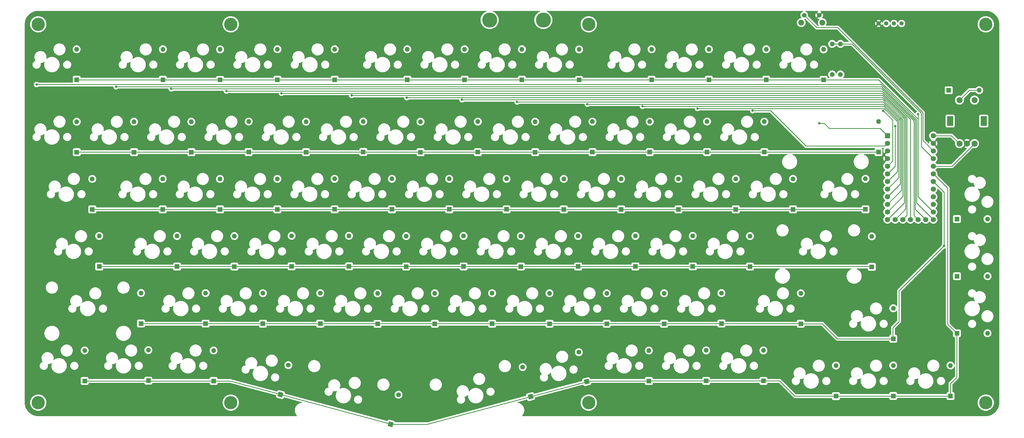
<source format=gbr>
%TF.GenerationSoftware,KiCad,Pcbnew,(6.0.1)*%
%TF.CreationDate,2022-02-07T12:22:45+01:00*%
%TF.ProjectId,middle,6d696464-6c65-42e6-9b69-6361645f7063,rev?*%
%TF.SameCoordinates,Original*%
%TF.FileFunction,Copper,L1,Top*%
%TF.FilePolarity,Positive*%
%FSLAX46Y46*%
G04 Gerber Fmt 4.6, Leading zero omitted, Abs format (unit mm)*
G04 Created by KiCad (PCBNEW (6.0.1)) date 2022-02-07 12:22:45*
%MOMM*%
%LPD*%
G01*
G04 APERTURE LIST*
G04 Aperture macros list*
%AMHorizOval*
0 Thick line with rounded ends*
0 $1 width*
0 $2 $3 position (X,Y) of the first rounded end (center of the circle)*
0 $4 $5 position (X,Y) of the second rounded end (center of the circle)*
0 Add line between two ends*
20,1,$1,$2,$3,$4,$5,0*
0 Add two circle primitives to create the rounded ends*
1,1,$1,$2,$3*
1,1,$1,$4,$5*%
%AMRotRect*
0 Rectangle, with rotation*
0 The origin of the aperture is its center*
0 $1 length*
0 $2 width*
0 $3 Rotation angle, in degrees counterclockwise*
0 Add horizontal line*
21,1,$1,$2,0,0,$3*%
G04 Aperture macros list end*
%TA.AperFunction,ComponentPad*%
%ADD10R,1.600000X1.600000*%
%TD*%
%TA.AperFunction,ComponentPad*%
%ADD11O,1.600000X1.600000*%
%TD*%
%TA.AperFunction,ComponentPad*%
%ADD12RotRect,1.600000X1.600000X75.000000*%
%TD*%
%TA.AperFunction,ComponentPad*%
%ADD13HorizOval,1.600000X0.000000X0.000000X0.000000X0.000000X0*%
%TD*%
%TA.AperFunction,ComponentPad*%
%ADD14RotRect,1.600000X1.600000X105.000000*%
%TD*%
%TA.AperFunction,ComponentPad*%
%ADD15HorizOval,1.600000X0.000000X0.000000X0.000000X0.000000X0*%
%TD*%
%TA.AperFunction,ComponentPad*%
%ADD16C,1.600000*%
%TD*%
%TA.AperFunction,ComponentPad*%
%ADD17C,1.397000*%
%TD*%
%TA.AperFunction,ComponentPad*%
%ADD18R,1.752600X1.752600*%
%TD*%
%TA.AperFunction,ComponentPad*%
%ADD19C,1.752600*%
%TD*%
%TA.AperFunction,ComponentPad*%
%ADD20C,0.700000*%
%TD*%
%TA.AperFunction,ComponentPad*%
%ADD21C,4.400000*%
%TD*%
%TA.AperFunction,ComponentPad*%
%ADD22C,2.000000*%
%TD*%
%TA.AperFunction,ComponentPad*%
%ADD23R,2.000000X3.200000*%
%TD*%
%TA.AperFunction,ComponentPad*%
%ADD24C,5.000000*%
%TD*%
%TA.AperFunction,ComponentPad*%
%ADD25C,1.524000*%
%TD*%
%TA.AperFunction,ComponentPad*%
%ADD26C,1.900000*%
%TD*%
%TA.AperFunction,ViaPad*%
%ADD27C,0.800000*%
%TD*%
%TA.AperFunction,Conductor*%
%ADD28C,0.254000*%
%TD*%
G04 APERTURE END LIST*
D10*
%TO.P,DA1,1,K*%
%TO.N,row00*%
X103320000Y-99692000D03*
D11*
%TO.P,DA1,2,A*%
%TO.N,Net-(DA1-Pad2)*%
X103320000Y-89532000D03*
%TD*%
D10*
%TO.P,DA2,1,K*%
%TO.N,row00*%
X122330000Y-99750000D03*
D11*
%TO.P,DA2,2,A*%
%TO.N,Net-(DA2-Pad2)*%
X122330000Y-89590000D03*
%TD*%
D10*
%TO.P,DA3,1,K*%
%TO.N,row00*%
X141400000Y-99692000D03*
D11*
%TO.P,DA3,2,A*%
%TO.N,Net-(DA3-Pad2)*%
X141400000Y-89532000D03*
%TD*%
D10*
%TO.P,DA4,1,K*%
%TO.N,row00*%
X160450000Y-99692000D03*
D11*
%TO.P,DA4,2,A*%
%TO.N,Net-(DA4-Pad2)*%
X160450000Y-89532000D03*
%TD*%
D10*
%TO.P,DA5,1,K*%
%TO.N,row00*%
X184580000Y-99692000D03*
D11*
%TO.P,DA5,2,A*%
%TO.N,Net-(DA5-Pad2)*%
X184580000Y-89532000D03*
%TD*%
D10*
%TO.P,DA6,1,K*%
%TO.N,row00*%
X203620000Y-99692000D03*
D11*
%TO.P,DA6,2,A*%
%TO.N,Net-(DA6-Pad2)*%
X203620000Y-89532000D03*
%TD*%
D10*
%TO.P,DA7,1,K*%
%TO.N,row00*%
X222670000Y-99692000D03*
D11*
%TO.P,DA7,2,A*%
%TO.N,Net-(DA7-Pad2)*%
X222670000Y-89532000D03*
%TD*%
D10*
%TO.P,DA8,1,K*%
%TO.N,row00*%
X241700000Y-99750000D03*
D11*
%TO.P,DA8,2,A*%
%TO.N,Net-(DA8-Pad2)*%
X241700000Y-89590000D03*
%TD*%
D10*
%TO.P,DA9,1,K*%
%TO.N,row00*%
X265800000Y-99692000D03*
D11*
%TO.P,DA9,2,A*%
%TO.N,Net-(DA9-Pad2)*%
X265800000Y-89532000D03*
%TD*%
D10*
%TO.P,DA10,1,K*%
%TO.N,row00*%
X284850000Y-99692000D03*
D11*
%TO.P,DA10,2,A*%
%TO.N,Net-(DA10-Pad2)*%
X284850000Y-89532000D03*
%TD*%
D10*
%TO.P,DA11,1,K*%
%TO.N,row00*%
X303930000Y-99692000D03*
D11*
%TO.P,DA11,2,A*%
%TO.N,Net-(DA11-Pad2)*%
X303930000Y-89532000D03*
%TD*%
D10*
%TO.P,DA12,1,K*%
%TO.N,row00*%
X322990000Y-99742000D03*
D11*
%TO.P,DA12,2,A*%
%TO.N,Net-(DA12-Pad2)*%
X322990000Y-89582000D03*
%TD*%
D10*
%TO.P,DB0,1,K*%
%TO.N,row01*%
X74690000Y-123822000D03*
D11*
%TO.P,DB0,2,A*%
%TO.N,Net-(DB0-Pad2)*%
X74690000Y-113662000D03*
%TD*%
D10*
%TO.P,DB1,1,K*%
%TO.N,row01*%
X93720000Y-123822000D03*
D11*
%TO.P,DB1,2,A*%
%TO.N,Net-(DB1-Pad2)*%
X93720000Y-113662000D03*
%TD*%
D10*
%TO.P,DB2,1,K*%
%TO.N,row01*%
X112770000Y-123822000D03*
D11*
%TO.P,DB2,2,A*%
%TO.N,Net-(DB2-Pad2)*%
X112770000Y-113662000D03*
%TD*%
D10*
%TO.P,DB3,1,K*%
%TO.N,row01*%
X131850000Y-123772000D03*
D11*
%TO.P,DB3,2,A*%
%TO.N,Net-(DB3-Pad2)*%
X131850000Y-113612000D03*
%TD*%
D10*
%TO.P,DB4,1,K*%
%TO.N,row01*%
X150900000Y-123822000D03*
D11*
%TO.P,DB4,2,A*%
%TO.N,Net-(DB4-Pad2)*%
X150900000Y-113662000D03*
%TD*%
D10*
%TO.P,DB5,1,K*%
%TO.N,row01*%
X169940000Y-123752000D03*
D11*
%TO.P,DB5,2,A*%
%TO.N,Net-(DB5-Pad2)*%
X169940000Y-113592000D03*
%TD*%
D10*
%TO.P,DB6,1,K*%
%TO.N,row01*%
X188970000Y-123822000D03*
D11*
%TO.P,DB6,2,A*%
%TO.N,Net-(DB6-Pad2)*%
X188970000Y-113662000D03*
%TD*%
D10*
%TO.P,DB7,1,K*%
%TO.N,row01*%
X208040000Y-123802000D03*
D11*
%TO.P,DB7,2,A*%
%TO.N,Net-(DB7-Pad2)*%
X208040000Y-113642000D03*
%TD*%
D10*
%TO.P,DB8,1,K*%
%TO.N,row01*%
X227080000Y-123822000D03*
D11*
%TO.P,DB8,2,A*%
%TO.N,Net-(DB8-Pad2)*%
X227080000Y-113662000D03*
%TD*%
D10*
%TO.P,DB9,1,K*%
%TO.N,row01*%
X246140000Y-123802000D03*
D11*
%TO.P,DB9,2,A*%
%TO.N,Net-(DB9-Pad2)*%
X246140000Y-113642000D03*
%TD*%
D10*
%TO.P,DB10,1,K*%
%TO.N,row01*%
X265180000Y-123802000D03*
D11*
%TO.P,DB10,2,A*%
%TO.N,Net-(DB10-Pad2)*%
X265180000Y-113642000D03*
%TD*%
D10*
%TO.P,DB11,1,K*%
%TO.N,row01*%
X284240000Y-123772000D03*
D11*
%TO.P,DB11,2,A*%
%TO.N,Net-(DB11-Pad2)*%
X284240000Y-113612000D03*
%TD*%
D10*
%TO.P,DB12,1,K*%
%TO.N,row01*%
X303280000Y-123802000D03*
D11*
%TO.P,DB12,2,A*%
%TO.N,Net-(DB12-Pad2)*%
X303280000Y-113642000D03*
%TD*%
D10*
%TO.P,DB13,1,K*%
%TO.N,row01*%
X341240000Y-123780000D03*
D11*
%TO.P,DB13,2,A*%
%TO.N,Net-(DB13-Pad2)*%
X341240000Y-113620000D03*
%TD*%
D10*
%TO.P,DC0,1,K*%
%TO.N,row02*%
X79830000Y-142890000D03*
D11*
%TO.P,DC0,2,A*%
%TO.N,Net-(DC0-Pad2)*%
X79830000Y-132730000D03*
%TD*%
D10*
%TO.P,DC1,1,K*%
%TO.N,row02*%
X103260000Y-142880000D03*
D11*
%TO.P,DC1,2,A*%
%TO.N,Net-(DC1-Pad2)*%
X103260000Y-132720000D03*
%TD*%
D10*
%TO.P,DC2,1,K*%
%TO.N,row02*%
X122300000Y-142880000D03*
D11*
%TO.P,DC2,2,A*%
%TO.N,Net-(DC2-Pad2)*%
X122300000Y-132720000D03*
%TD*%
D10*
%TO.P,DC3,1,K*%
%TO.N,row02*%
X141370000Y-142862000D03*
D11*
%TO.P,DC3,2,A*%
%TO.N,Net-(DC3-Pad2)*%
X141370000Y-132702000D03*
%TD*%
D10*
%TO.P,DC4,1,K*%
%TO.N,row02*%
X160410000Y-142852000D03*
D11*
%TO.P,DC4,2,A*%
%TO.N,Net-(DC4-Pad2)*%
X160410000Y-132692000D03*
%TD*%
D10*
%TO.P,DC5,1,K*%
%TO.N,row02*%
X179460000Y-142842000D03*
D11*
%TO.P,DC5,2,A*%
%TO.N,Net-(DC5-Pad2)*%
X179460000Y-132682000D03*
%TD*%
D10*
%TO.P,DC6,1,K*%
%TO.N,row02*%
X198520000Y-142842000D03*
D11*
%TO.P,DC6,2,A*%
%TO.N,Net-(DC6-Pad2)*%
X198520000Y-132682000D03*
%TD*%
D10*
%TO.P,DC7,1,K*%
%TO.N,row02*%
X217570000Y-142842000D03*
D11*
%TO.P,DC7,2,A*%
%TO.N,Net-(DC7-Pad2)*%
X217570000Y-132682000D03*
%TD*%
D10*
%TO.P,DC8,1,K*%
%TO.N,row02*%
X236610000Y-142861000D03*
D11*
%TO.P,DC8,2,A*%
%TO.N,Net-(DC8-Pad2)*%
X236610000Y-132701000D03*
%TD*%
D10*
%TO.P,DC9,1,K*%
%TO.N,row02*%
X255650000Y-142861000D03*
D11*
%TO.P,DC9,2,A*%
%TO.N,Net-(DC9-Pad2)*%
X255650000Y-132701000D03*
%TD*%
D10*
%TO.P,DC10,1,K*%
%TO.N,row02*%
X274720000Y-142882000D03*
D11*
%TO.P,DC10,2,A*%
%TO.N,Net-(DC10-Pad2)*%
X274720000Y-132722000D03*
%TD*%
D10*
%TO.P,DC11,1,K*%
%TO.N,row02*%
X293780000Y-142862000D03*
D11*
%TO.P,DC11,2,A*%
%TO.N,Net-(DC11-Pad2)*%
X293780000Y-132702000D03*
%TD*%
D10*
%TO.P,DC12,1,K*%
%TO.N,row02*%
X312810000Y-142862000D03*
D11*
%TO.P,DC12,2,A*%
%TO.N,Net-(DC12-Pad2)*%
X312810000Y-132702000D03*
%TD*%
D10*
%TO.P,DC13,1,K*%
%TO.N,row02*%
X336901000Y-142851000D03*
D11*
%TO.P,DC13,2,A*%
%TO.N,Net-(DC13-Pad2)*%
X336901000Y-132691000D03*
%TD*%
D10*
%TO.P,DD0,1,K*%
%TO.N,row03*%
X82149000Y-161884000D03*
D11*
%TO.P,DD0,2,A*%
%TO.N,Net-(DD0-Pad2)*%
X82149000Y-151724000D03*
%TD*%
D10*
%TO.P,DD1,1,K*%
%TO.N,row03*%
X108021000Y-161904000D03*
D11*
%TO.P,DD1,2,A*%
%TO.N,Net-(DD1-Pad2)*%
X108021000Y-151744000D03*
%TD*%
D10*
%TO.P,DD2,1,K*%
%TO.N,row03*%
X127081000Y-161924000D03*
D11*
%TO.P,DD2,2,A*%
%TO.N,Net-(DD2-Pad2)*%
X127081000Y-151764000D03*
%TD*%
D10*
%TO.P,DD3,1,K*%
%TO.N,row03*%
X146111000Y-161834000D03*
D11*
%TO.P,DD3,2,A*%
%TO.N,Net-(DD3-Pad2)*%
X146111000Y-151674000D03*
%TD*%
D10*
%TO.P,DD4,1,K*%
%TO.N,row03*%
X165181000Y-161854000D03*
D11*
%TO.P,DD4,2,A*%
%TO.N,Net-(DD4-Pad2)*%
X165181000Y-151694000D03*
%TD*%
D10*
%TO.P,DD5,1,K*%
%TO.N,row03*%
X184211000Y-161911000D03*
D11*
%TO.P,DD5,2,A*%
%TO.N,Net-(DD5-Pad2)*%
X184211000Y-151751000D03*
%TD*%
D10*
%TO.P,DD6,1,K*%
%TO.N,row03*%
X203281000Y-161874000D03*
D11*
%TO.P,DD6,2,A*%
%TO.N,Net-(DD6-Pad2)*%
X203281000Y-151714000D03*
%TD*%
D10*
%TO.P,DD7,1,K*%
%TO.N,row03*%
X222331000Y-161920000D03*
D11*
%TO.P,DD7,2,A*%
%TO.N,Net-(DD7-Pad2)*%
X222331000Y-151760000D03*
%TD*%
D10*
%TO.P,DD8,1,K*%
%TO.N,row03*%
X241361000Y-161884000D03*
D11*
%TO.P,DD8,2,A*%
%TO.N,Net-(DD8-Pad2)*%
X241361000Y-151724000D03*
%TD*%
D10*
%TO.P,DD9,1,K*%
%TO.N,row03*%
X260411000Y-161874000D03*
D11*
%TO.P,DD9,2,A*%
%TO.N,Net-(DD9-Pad2)*%
X260411000Y-151714000D03*
%TD*%
D10*
%TO.P,DD10,1,K*%
%TO.N,row03*%
X279471000Y-161864000D03*
D11*
%TO.P,DD10,2,A*%
%TO.N,Net-(DD10-Pad2)*%
X279471000Y-151704000D03*
%TD*%
D10*
%TO.P,DD11,1,K*%
%TO.N,row03*%
X298508000Y-161910000D03*
D11*
%TO.P,DD11,2,A*%
%TO.N,Net-(DD11-Pad2)*%
X298508000Y-151750000D03*
%TD*%
D10*
%TO.P,DD12,1,K*%
%TO.N,row03*%
X339020000Y-162022000D03*
D11*
%TO.P,DD12,2,A*%
%TO.N,Net-(DD12-Pad2)*%
X339020000Y-151862000D03*
%TD*%
D10*
%TO.P,DD13,1,K*%
%TO.N,row03*%
X367308800Y-146082000D03*
D11*
%TO.P,DD13,2,A*%
%TO.N,Net-(DD13-Pad2)*%
X377468800Y-146082000D03*
%TD*%
D10*
%TO.P,DE0,1,K*%
%TO.N,row04*%
X96050000Y-180892000D03*
D11*
%TO.P,DE0,2,A*%
%TO.N,Net-(DE0-Pad2)*%
X96050000Y-170732000D03*
%TD*%
D10*
%TO.P,DE1,1,K*%
%TO.N,row04*%
X117526000Y-180921000D03*
D11*
%TO.P,DE1,2,A*%
%TO.N,Net-(DE1-Pad2)*%
X117526000Y-170761000D03*
%TD*%
D10*
%TO.P,DE2,1,K*%
%TO.N,row04*%
X136576000Y-180931000D03*
D11*
%TO.P,DE2,2,A*%
%TO.N,Net-(DE2-Pad2)*%
X136576000Y-170771000D03*
%TD*%
D10*
%TO.P,DE3,1,K*%
%TO.N,row04*%
X155636000Y-180924000D03*
D11*
%TO.P,DE3,2,A*%
%TO.N,Net-(DE3-Pad2)*%
X155636000Y-170764000D03*
%TD*%
D10*
%TO.P,DE4,1,K*%
%TO.N,row04*%
X174686000Y-181004000D03*
D11*
%TO.P,DE4,2,A*%
%TO.N,Net-(DE4-Pad2)*%
X174686000Y-170844000D03*
%TD*%
D10*
%TO.P,DE5,1,K*%
%TO.N,row04*%
X193726000Y-180962000D03*
D11*
%TO.P,DE5,2,A*%
%TO.N,Net-(DE5-Pad2)*%
X193726000Y-170802000D03*
%TD*%
D10*
%TO.P,DE6,1,K*%
%TO.N,row04*%
X212776000Y-180940000D03*
D11*
%TO.P,DE6,2,A*%
%TO.N,Net-(DE6-Pad2)*%
X212776000Y-170780000D03*
%TD*%
D10*
%TO.P,DE7,1,K*%
%TO.N,row04*%
X231856000Y-180960000D03*
D11*
%TO.P,DE7,2,A*%
%TO.N,Net-(DE7-Pad2)*%
X231856000Y-170800000D03*
%TD*%
D10*
%TO.P,DE8,1,K*%
%TO.N,row04*%
X250886000Y-180971000D03*
D11*
%TO.P,DE8,2,A*%
%TO.N,Net-(DE8-Pad2)*%
X250886000Y-170811000D03*
%TD*%
D10*
%TO.P,DE9,1,K*%
%TO.N,row04*%
X269960000Y-180961000D03*
D11*
%TO.P,DE9,2,A*%
%TO.N,Net-(DE9-Pad2)*%
X269960000Y-170801000D03*
%TD*%
D10*
%TO.P,DE10,1,K*%
%TO.N,row04*%
X289016000Y-180911000D03*
D11*
%TO.P,DE10,2,A*%
%TO.N,Net-(DE10-Pad2)*%
X289016000Y-170751000D03*
%TD*%
D10*
%TO.P,DE11,1,K*%
%TO.N,row04*%
X315410000Y-180962000D03*
D11*
%TO.P,DE11,2,A*%
%TO.N,Net-(DE11-Pad2)*%
X315410000Y-170802000D03*
%TD*%
D10*
%TO.P,DF0,1,K*%
%TO.N,row05*%
X77323000Y-200011000D03*
D11*
%TO.P,DF0,2,A*%
%TO.N,Net-(DF0-Pad2)*%
X77323000Y-189851000D03*
%TD*%
D10*
%TO.P,DF1,1,K*%
%TO.N,row05*%
X98486000Y-199911000D03*
D11*
%TO.P,DF1,2,A*%
%TO.N,Net-(DF1-Pad2)*%
X98486000Y-189751000D03*
%TD*%
D10*
%TO.P,DF2,1,K*%
%TO.N,row05*%
X120189000Y-200021000D03*
D11*
%TO.P,DF2,2,A*%
%TO.N,Net-(DF2-Pad2)*%
X120189000Y-189861000D03*
%TD*%
D12*
%TO.P,DF3,1,K*%
%TO.N,row05*%
X142410000Y-204570000D03*
D13*
%TO.P,DF3,2,A*%
%TO.N,Net-(DF3-Pad2)*%
X145039601Y-194756194D03*
%TD*%
D12*
%TO.P,DF4,1,K*%
%TO.N,row05*%
X179030000Y-214412000D03*
D13*
%TO.P,DF4,2,A*%
%TO.N,Net-(DF4-Pad2)*%
X181659601Y-204598194D03*
%TD*%
D14*
%TO.P,DF5,1,K*%
%TO.N,row05*%
X225570000Y-205222000D03*
D15*
%TO.P,DF5,2,A*%
%TO.N,Net-(DF5-Pad2)*%
X222940399Y-195408194D03*
%TD*%
D14*
%TO.P,DF6,1,K*%
%TO.N,row05*%
X244230000Y-200250000D03*
D15*
%TO.P,DF6,2,A*%
%TO.N,Net-(DF6-Pad2)*%
X241600399Y-190436194D03*
%TD*%
D10*
%TO.P,DF7,1,K*%
%TO.N,row05*%
X264893000Y-200041000D03*
D11*
%TO.P,DF7,2,A*%
%TO.N,Net-(DF7-Pad2)*%
X264893000Y-189881000D03*
%TD*%
D10*
%TO.P,DF8,1,K*%
%TO.N,row05*%
X283936000Y-199990000D03*
D11*
%TO.P,DF8,2,A*%
%TO.N,Net-(DF8-Pad2)*%
X283936000Y-189830000D03*
%TD*%
D10*
%TO.P,DF9,1,K*%
%TO.N,row05*%
X302989000Y-200001000D03*
D11*
%TO.P,DF9,2,A*%
%TO.N,Net-(DF9-Pad2)*%
X302989000Y-189841000D03*
%TD*%
D16*
%TO.P,R1,1*%
%TO.N,SDA*%
X328593800Y-97918200D03*
D11*
%TO.P,R1,2*%
%TO.N,VCC*%
X328593800Y-87758200D03*
%TD*%
D16*
%TO.P,R2,1*%
%TO.N,SCL*%
X325825200Y-97918200D03*
D11*
%TO.P,R2,2*%
%TO.N,VCC*%
X325825200Y-87758200D03*
%TD*%
D10*
%TO.P,DA13,1,K*%
%TO.N,row00*%
X364560000Y-103192000D03*
D11*
%TO.P,DA13,2,A*%
%TO.N,/SW99B*%
X374720000Y-103192000D03*
%TD*%
D10*
%TO.P,DE13,1,K*%
%TO.N,row04*%
X367334200Y-165132000D03*
D11*
%TO.P,DE13,2,A*%
%TO.N,Net-(DE13-Pad2)*%
X377494200Y-165132000D03*
%TD*%
D10*
%TO.P,DF13,1,K*%
%TO.N,row05*%
X367308800Y-184131200D03*
D11*
%TO.P,DF13,2,A*%
%TO.N,Net-(DF13-Pad2)*%
X377468800Y-184131200D03*
%TD*%
D17*
%TO.P,J1,1,Pin_1*%
%TO.N,GND*%
X341290000Y-80952000D03*
%TO.P,J1,2,Pin_2*%
%TO.N,VCC*%
X343830000Y-80952000D03*
%TO.P,J1,3,Pin_3*%
%TO.N,SCL*%
X346370000Y-80952000D03*
%TO.P,J1,4,Pin_4*%
%TO.N,SDA*%
X348910000Y-80952000D03*
%TD*%
D18*
%TO.P,U0,1,TX0/PD3*%
%TO.N,col13*%
X344210000Y-118310000D03*
D19*
%TO.P,U0,2,RX1/PD2*%
%TO.N,col12*%
X344210000Y-120850000D03*
%TO.P,U0,3,GND*%
%TO.N,GND*%
X344210000Y-123390000D03*
%TO.P,U0,4,GND*%
X344210000Y-125930000D03*
%TO.P,U0,5,2/PD1*%
%TO.N,SDA*%
X344210000Y-128470000D03*
%TO.P,U0,6,3/PD0*%
%TO.N,SCL*%
X344210000Y-131010000D03*
%TO.P,U0,7,4/PD4*%
%TO.N,col11*%
X344210000Y-133550000D03*
%TO.P,U0,8,5/PC6*%
%TO.N,col10*%
X344210000Y-136090000D03*
%TO.P,U0,9,6/PD7*%
%TO.N,col09*%
X344210000Y-138630000D03*
%TO.P,U0,10,7/PE6*%
%TO.N,col08*%
X344210000Y-141170000D03*
%TO.P,U0,11,8/PB4*%
%TO.N,col07*%
X344210000Y-143710000D03*
%TO.P,U0,12,9/PB5*%
%TO.N,col06*%
X344210000Y-146250000D03*
%TO.P,U0,13,10/PB6*%
%TO.N,col00*%
X359450000Y-146250000D03*
%TO.P,U0,14,16/PB2*%
%TO.N,row00*%
X359450000Y-143710000D03*
%TO.P,U0,15,14/PB3*%
%TO.N,row01*%
X359450000Y-141170000D03*
%TO.P,U0,16,15/PB1*%
%TO.N,row02*%
X359450000Y-138630000D03*
%TO.P,U0,17,A0/PF7*%
%TO.N,row03*%
X359450000Y-136090000D03*
%TO.P,U0,18,A1/PF6*%
%TO.N,row04*%
X359450000Y-133550000D03*
%TO.P,U0,19,A2/PF5*%
%TO.N,row05*%
X359450000Y-131010000D03*
%TO.P,U0,20,A3/PF4*%
%TO.N,ENCB*%
X359450000Y-128470000D03*
%TO.P,U0,21,VCC*%
%TO.N,VCC*%
X359450000Y-125930000D03*
%TO.P,U0,22,RST*%
%TO.N,RESET*%
X359450000Y-123390000D03*
%TO.P,U0,23,GND*%
%TO.N,GND*%
X359450000Y-120850000D03*
%TO.P,U0,24,B0*%
%TO.N,ENCA*%
X359450000Y-118310000D03*
%TO.P,U0,25,B7*%
%TO.N,col05*%
X346750000Y-146250000D03*
%TO.P,U0,26,D5*%
%TO.N,col04*%
X349290000Y-146250000D03*
%TO.P,U0,27,C7*%
%TO.N,col03*%
X351830000Y-146250000D03*
%TO.P,U0,28,F1*%
%TO.N,col02*%
X354370000Y-146250000D03*
%TO.P,U0,29,F0*%
%TO.N,col01*%
X356910000Y-146250000D03*
%TD*%
D20*
%TO.P,MountBaseMiddleTop1,1*%
%TO.N,N/C*%
X63056726Y-80065274D03*
X61890000Y-82882000D03*
X63540000Y-81232000D03*
X60240000Y-81232000D03*
D21*
X61890000Y-81232000D03*
D20*
X61890000Y-79582000D03*
X63056726Y-82398726D03*
X60723274Y-80065274D03*
X60723274Y-82398726D03*
%TD*%
%TO.P,MountBaseMiddleTop2,1*%
%TO.N,N/C*%
X60723274Y-208398726D03*
X61890000Y-205582000D03*
D21*
X61890000Y-207232000D03*
D20*
X60723274Y-206065274D03*
X61890000Y-208882000D03*
X63056726Y-208398726D03*
X63056726Y-206065274D03*
X60240000Y-207232000D03*
X63540000Y-207232000D03*
%TD*%
%TO.P,MountBaseMiddleTop5,1*%
%TO.N,N/C*%
X243723274Y-82398726D03*
X243723274Y-80065274D03*
D21*
X244890000Y-81232000D03*
D20*
X246540000Y-81232000D03*
X246056726Y-82398726D03*
X244890000Y-79582000D03*
X244890000Y-82882000D03*
X246056726Y-80065274D03*
X243240000Y-81232000D03*
%TD*%
%TO.P,MountBaseMiddleTop6,1*%
%TO.N,N/C*%
X243723274Y-206065274D03*
X246056726Y-208398726D03*
X244890000Y-208882000D03*
X243723274Y-208398726D03*
X243240000Y-207232000D03*
X246540000Y-207232000D03*
X246056726Y-206065274D03*
D21*
X244890000Y-207232000D03*
D20*
X244890000Y-205582000D03*
%TD*%
D10*
%TO.P,DE12,1,K*%
%TO.N,row04*%
X346151000Y-185970000D03*
D11*
%TO.P,DE12,2,A*%
%TO.N,Net-(DE12-Pad2)*%
X346151000Y-175810000D03*
%TD*%
D10*
%TO.P,DF12,1,K*%
%TO.N,row05*%
X365171000Y-205040000D03*
D11*
%TO.P,DF12,2,A*%
%TO.N,Net-(DF12-Pad2)*%
X365171000Y-194880000D03*
%TD*%
D10*
%TO.P,DF11,1,K*%
%TO.N,row05*%
X346141000Y-205023000D03*
D11*
%TO.P,DF11,2,A*%
%TO.N,Net-(DF11-Pad2)*%
X346141000Y-194863000D03*
%TD*%
D10*
%TO.P,DF10,1,K*%
%TO.N,row05*%
X327091000Y-205060000D03*
D11*
%TO.P,DF10,2,A*%
%TO.N,Net-(DF10-Pad2)*%
X327091000Y-194900000D03*
%TD*%
D10*
%TO.P,DA0,1,K*%
%TO.N,row00*%
X74650000Y-99692000D03*
D11*
%TO.P,DA0,2,A*%
%TO.N,Net-(DA0-Pad2)*%
X74650000Y-89532000D03*
%TD*%
D20*
%TO.P,MountBaseMiddleTop8,1*%
%TO.N,N/C*%
X376890000Y-205582000D03*
X375240000Y-207232000D03*
X375723274Y-206065274D03*
X378540000Y-207232000D03*
D21*
X376890000Y-207232000D03*
D20*
X375723274Y-208398726D03*
X378056726Y-206065274D03*
X378056726Y-208398726D03*
X376890000Y-208882000D03*
%TD*%
%TO.P,MountBaseMiddleTop7,1*%
%TO.N,N/C*%
X378056726Y-82398726D03*
X376890000Y-79582000D03*
X378056726Y-80065274D03*
D21*
X376890000Y-81232000D03*
D20*
X376890000Y-82882000D03*
X378540000Y-81232000D03*
X375723274Y-82398726D03*
X375240000Y-81232000D03*
X375723274Y-80065274D03*
%TD*%
D22*
%TO.P,SW99,A,A*%
%TO.N,ENCA*%
X368150000Y-120962000D03*
%TO.P,SW99,B,B*%
%TO.N,ENCB*%
X373150000Y-120962000D03*
%TO.P,SW99,C,C*%
%TO.N,GND*%
X370650000Y-120962000D03*
D23*
%TO.P,SW99,MP*%
%TO.N,N/C*%
X365050000Y-113462000D03*
X376250000Y-113462000D03*
D22*
%TO.P,SW99,S1,S1*%
%TO.N,col13*%
X373150000Y-106462000D03*
%TO.P,SW99,S2,S2*%
%TO.N,/SW99B*%
X368150000Y-106462000D03*
%TD*%
D24*
%TO.P,MountMiddle0,*%
%TO.N,*%
X229811200Y-79783900D03*
X211951900Y-79783900D03*
%TD*%
D20*
%TO.P,MountBaseMiddleTop4,1*%
%TO.N,N/C*%
X125890000Y-208882000D03*
X124723274Y-206065274D03*
X127056726Y-206065274D03*
X124240000Y-207232000D03*
X124723274Y-208398726D03*
X125890000Y-205582000D03*
X127540000Y-207232000D03*
X127056726Y-208398726D03*
D21*
X125890000Y-207232000D03*
%TD*%
D20*
%TO.P,MountBaseMiddleTop3,1*%
%TO.N,N/C*%
X127540000Y-81232000D03*
X124240000Y-81232000D03*
X124723274Y-80065274D03*
X127056726Y-82398726D03*
X124723274Y-82398726D03*
D21*
X125890000Y-81232000D03*
D20*
X125890000Y-82882000D03*
X125890000Y-79582000D03*
X127056726Y-80065274D03*
%TD*%
D25*
%TO.P,RSW0,1,1*%
%TO.N,RESET*%
X316550000Y-78182000D03*
%TO.P,RSW0,2,2*%
%TO.N,GND*%
X321550000Y-78182000D03*
D26*
%TO.P,RSW0,3*%
%TO.N,N/C*%
X322550000Y-80682000D03*
X315550000Y-80682000D03*
%TD*%
D27*
%TO.N,row00*%
X354371540Y-111160260D03*
%TO.N,row04*%
X363056040Y-155028360D03*
%TO.N,SDA*%
X342817800Y-110014000D03*
%TO.N,SCL*%
X346729400Y-115144800D03*
%TO.N,col00*%
X61330000Y-101270000D03*
%TO.N,col01*%
X87740000Y-102012000D03*
%TO.N,col02*%
X106098000Y-102724000D03*
%TO.N,col03*%
X124411000Y-103451000D03*
%TO.N,col04*%
X142744000Y-104178000D03*
%TO.N,col05*%
X166087000Y-104905000D03*
%TO.N,col06*%
X184400000Y-105632000D03*
%TO.N,col07*%
X202763000Y-106359000D03*
%TO.N,col08*%
X221066000Y-107086000D03*
%TO.N,col09*%
X244439000Y-107813000D03*
%TO.N,col10*%
X262762000Y-108540000D03*
%TO.N,col11*%
X281065000Y-109267000D03*
%TO.N,col12*%
X299378000Y-109994000D03*
%TO.N,col13*%
X321507200Y-114230400D03*
%TD*%
D28*
%TO.N,row00*%
X75250000Y-99700000D02*
X103850000Y-99700000D01*
X203760000Y-99700000D02*
X222790000Y-99700000D01*
X103850000Y-99700000D02*
X122900000Y-99700000D01*
X222790000Y-99700000D02*
X241950000Y-99700000D01*
X354371540Y-112793309D02*
X354371540Y-111160260D01*
X303810000Y-99700000D02*
X322890000Y-99700000D01*
X284610000Y-99700000D02*
X303810000Y-99700000D01*
X354371540Y-136506200D02*
X354371540Y-112793309D01*
X354371540Y-112793309D02*
X351777016Y-110198784D01*
X265710000Y-99700000D02*
X284610000Y-99700000D01*
X341305232Y-99727000D02*
X322980400Y-99727000D01*
X241950000Y-99700000D02*
X265710000Y-99700000D01*
X359450000Y-143710000D02*
X354371540Y-138631540D01*
X354371540Y-138631540D02*
X354371540Y-136506200D01*
X160890000Y-99700000D02*
X184750000Y-99700000D01*
X351777016Y-110198784D02*
X341305232Y-99727000D01*
X184750000Y-99700000D02*
X203760000Y-99700000D01*
X141890000Y-99700000D02*
X160890000Y-99700000D01*
X122900000Y-99700000D02*
X141890000Y-99700000D01*
%TO.N,row01*%
X303400000Y-123790000D02*
X74672000Y-123790000D01*
X303400000Y-123790000D02*
X341288000Y-123790000D01*
%TO.N,row02*%
X79830000Y-142890000D02*
X336908000Y-142890000D01*
%TO.N,row03*%
X82149000Y-161884000D02*
X338982000Y-161884000D01*
%TO.N,row04*%
X327570000Y-185972000D02*
X346150000Y-185972000D01*
X346011000Y-185450000D02*
X346011000Y-182251000D01*
X348050200Y-180211800D02*
X346011000Y-182251000D01*
X363056040Y-155028360D02*
X363056040Y-137156040D01*
X348050200Y-170034200D02*
X348050200Y-180211800D01*
X117526000Y-180921000D02*
X96061000Y-180921000D01*
X117526000Y-180921000D02*
X315389000Y-180921000D01*
X322560000Y-180962000D02*
X327570000Y-185972000D01*
X348050200Y-170034200D02*
X363056040Y-155028360D01*
X315410000Y-180962000D02*
X322560000Y-180962000D01*
X363056040Y-137156040D02*
X359450000Y-133550000D01*
%TO.N,row05*%
X225680355Y-205231645D02*
X244190000Y-200272000D01*
X313418000Y-205060000D02*
X308360000Y-200002000D01*
X264893000Y-200041000D02*
X244331000Y-200041000D01*
X125732812Y-200021000D02*
X125744874Y-200033062D01*
X120189000Y-200021000D02*
X125732812Y-200021000D01*
X365171000Y-200891000D02*
X367278000Y-198784000D01*
X364242700Y-181070500D02*
X367303400Y-184131200D01*
X365171000Y-205040000D02*
X327058000Y-205040000D01*
X179030000Y-214412000D02*
X191364544Y-214412000D01*
X359450000Y-131010000D02*
X364230000Y-135790000D01*
X364230000Y-135790000D02*
X364230000Y-181057800D01*
X126450000Y-200222000D02*
X142395433Y-204494567D01*
X302989000Y-200001000D02*
X264901000Y-200001000D01*
X364230000Y-181057800D02*
X364242700Y-181070500D01*
X365171000Y-205040000D02*
X365171000Y-200891000D01*
X191377272Y-214399272D02*
X225590000Y-205232000D01*
X308360000Y-200002000D02*
X302990000Y-200002000D01*
X125744874Y-200033062D02*
X126450000Y-200222000D01*
X367278000Y-184105800D02*
X367278000Y-198784000D01*
X142330000Y-204492000D02*
X179066488Y-214335512D01*
X327091000Y-205060000D02*
X313418000Y-205060000D01*
X77323000Y-200011000D02*
X120179000Y-200011000D01*
%TO.N,VCC*%
X359450000Y-125930000D02*
X355517800Y-121997800D01*
X332480000Y-87763600D02*
X328593800Y-87763600D01*
X355517800Y-110801400D02*
X353562000Y-108845600D01*
X353562000Y-108845600D02*
X332480000Y-87763600D01*
X325825200Y-87758200D02*
X328573800Y-87758200D01*
X355517800Y-121997800D02*
X355517800Y-110801400D01*
%TO.N,SDA*%
X345942000Y-126738000D02*
X345942000Y-113138200D01*
X344210000Y-128470000D02*
X345942000Y-126738000D01*
X345942000Y-113138200D02*
X342817800Y-110014000D01*
%TO.N,SCL*%
X346729400Y-128490600D02*
X346729400Y-115144800D01*
X344210000Y-131010000D02*
X346729400Y-128490600D01*
%TO.N,ENCB*%
X359450000Y-128470000D02*
X365662200Y-128470000D01*
X365662200Y-128470000D02*
X373170800Y-120961400D01*
%TO.N,ENCA*%
X365510000Y-118312000D02*
X368170000Y-120972000D01*
X365510000Y-118312000D02*
X359462600Y-118312000D01*
%TO.N,col00*%
X353918020Y-140718020D02*
X359450000Y-146250000D01*
X342206858Y-101270000D02*
X353918020Y-112981163D01*
X61330000Y-101270000D02*
X342206858Y-101270000D01*
X353918020Y-112981163D02*
X353918020Y-140718020D01*
%TO.N,col01*%
X87725000Y-101997000D02*
X342291791Y-101997000D01*
X353464010Y-113169219D02*
X353464010Y-142794010D01*
X353464010Y-142794010D02*
X356920000Y-146250000D01*
X342291791Y-101997000D02*
X353464010Y-113169219D01*
%TO.N,col02*%
X109798000Y-102724000D02*
X106098000Y-102724000D01*
X353010000Y-113357275D02*
X342376725Y-102724000D01*
X342376725Y-102724000D02*
X109798000Y-102724000D01*
X354370000Y-146250000D02*
X353010000Y-144890000D01*
X353010000Y-144890000D02*
X353010000Y-116147262D01*
X353010000Y-116147262D02*
X353010000Y-113357275D01*
%TO.N,col03*%
X127761000Y-103451000D02*
X124411000Y-103451000D01*
X351830000Y-146250000D02*
X351830000Y-112819341D01*
X351830000Y-112819341D02*
X342461659Y-103451000D01*
X342461659Y-103451000D02*
X127761000Y-103451000D01*
%TO.N,col04*%
X145424000Y-104178000D02*
X142744000Y-104178000D01*
X350692080Y-144837920D02*
X349290000Y-146240000D01*
X145424000Y-104178000D02*
X342546593Y-104178000D01*
X342546593Y-104178000D02*
X350692080Y-112323487D01*
X350692080Y-112323487D02*
X350692080Y-144837920D01*
%TO.N,col05*%
X342631527Y-104905000D02*
X166087000Y-104905000D01*
X350238069Y-142761931D02*
X350238068Y-112511541D01*
X346750000Y-146250000D02*
X350238069Y-142761931D01*
X350238068Y-112511541D02*
X342631527Y-104905000D01*
%TO.N,col06*%
X342716461Y-105632000D02*
X349784058Y-112699597D01*
X349784058Y-112699597D02*
X349784058Y-140675942D01*
X185960000Y-105632000D02*
X184400000Y-105632000D01*
X185960000Y-105632000D02*
X342716461Y-105632000D01*
X349784058Y-140675942D02*
X344210000Y-146250000D01*
%TO.N,col07*%
X349330047Y-138589953D02*
X349330047Y-112887652D01*
X349330047Y-112887652D02*
X342801395Y-106359000D01*
X342801395Y-106359000D02*
X205853000Y-106359000D01*
X205853000Y-106359000D02*
X202763000Y-106359000D01*
X344210000Y-143710000D02*
X349330047Y-138589953D01*
%TO.N,col08*%
X344210000Y-141170000D02*
X348876036Y-136503964D01*
X223836000Y-107086000D02*
X221066000Y-107086000D01*
X348876036Y-136503964D02*
X348876035Y-113075707D01*
X342886329Y-107086000D02*
X223836000Y-107086000D01*
X348876035Y-113075707D02*
X342886329Y-107086000D01*
%TO.N,col09*%
X344210000Y-138630000D02*
X348422025Y-134417975D01*
X342971261Y-107813000D02*
X244439000Y-107813000D01*
X348422025Y-134417975D02*
X348422025Y-113263764D01*
X348422025Y-113263764D02*
X342971261Y-107813000D01*
%TO.N,col10*%
X344200000Y-136100000D02*
X347968014Y-132331986D01*
X264752000Y-108540000D02*
X262762000Y-108540000D01*
X343056193Y-108540000D02*
X264752000Y-108540000D01*
X347968014Y-132331986D02*
X347968013Y-113451821D01*
X347968013Y-113451821D02*
X343056193Y-108540000D01*
%TO.N,col11*%
X347514003Y-130245997D02*
X347514003Y-113639878D01*
X344190000Y-133570000D02*
X347514003Y-130245997D01*
X282385000Y-109267000D02*
X281065000Y-109267000D01*
X343141125Y-109267000D02*
X282385000Y-109267000D01*
X347514003Y-113639878D02*
X343141125Y-109267000D01*
%TO.N,col12*%
X305362000Y-109994000D02*
X302438000Y-109994000D01*
X343270000Y-121772000D02*
X344200000Y-120842000D01*
X317140000Y-121772000D02*
X343270000Y-121772000D01*
X302438000Y-109994000D02*
X299378000Y-109994000D01*
X317140000Y-121772000D02*
X305362000Y-109994000D01*
%TO.N,/SW99B*%
X371420000Y-103192000D02*
X368150000Y-106462000D01*
X374720000Y-103192000D02*
X371420000Y-103192000D01*
%TO.N,col13*%
X323209000Y-114230400D02*
X324860000Y-115881400D01*
X341776400Y-115881400D02*
X344214800Y-118319800D01*
X323209000Y-114230400D02*
X321507200Y-114230400D01*
X324860000Y-115881400D02*
X341776400Y-115881400D01*
%TO.N,RESET*%
X355971320Y-119911320D02*
X355971320Y-110613546D01*
X327667274Y-82309500D02*
X320687500Y-82309500D01*
X359450000Y-123390000D02*
X355971320Y-119911320D01*
X320687500Y-82309500D02*
X316560000Y-78182000D01*
X355971320Y-110613546D02*
X327667274Y-82309500D01*
%TD*%
%TA.AperFunction,Conductor*%
%TO.N,GND*%
G36*
X210865343Y-76760002D02*
G01*
X210911836Y-76813658D01*
X210921940Y-76883932D01*
X210892446Y-76948512D01*
X210838036Y-76985207D01*
X210813239Y-76993697D01*
X210500088Y-77143063D01*
X210206179Y-77327432D01*
X210203343Y-77329704D01*
X210203336Y-77329709D01*
X209992845Y-77498344D01*
X209935409Y-77544359D01*
X209924172Y-77555714D01*
X209730639Y-77751285D01*
X209691366Y-77790971D01*
X209689125Y-77793829D01*
X209554045Y-77966104D01*
X209477286Y-78063998D01*
X209475393Y-78067087D01*
X209475391Y-78067090D01*
X209429133Y-78142576D01*
X209296005Y-78359821D01*
X209294480Y-78363106D01*
X209294478Y-78363110D01*
X209205822Y-78554104D01*
X209149927Y-78674520D01*
X209040987Y-79003923D01*
X209040251Y-79007478D01*
X209040250Y-79007481D01*
X208972714Y-79333599D01*
X208970630Y-79343664D01*
X208961851Y-79442027D01*
X208949137Y-79584493D01*
X208939788Y-79689241D01*
X208939883Y-79692871D01*
X208939883Y-79692872D01*
X208946110Y-79930658D01*
X208948870Y-80036071D01*
X208997756Y-80379560D01*
X209085797Y-80715153D01*
X209211827Y-81038403D01*
X209213524Y-81041608D01*
X209359023Y-81316408D01*
X209374175Y-81345026D01*
X209376225Y-81348009D01*
X209376227Y-81348012D01*
X209568633Y-81627964D01*
X209568639Y-81627971D01*
X209570690Y-81630956D01*
X209643074Y-81713931D01*
X209790944Y-81883438D01*
X209798766Y-81892405D01*
X209916159Y-81999224D01*
X210011168Y-82085675D01*
X210055381Y-82125906D01*
X210337133Y-82328366D01*
X210640288Y-82497100D01*
X210960828Y-82629872D01*
X210964322Y-82630867D01*
X210964324Y-82630868D01*
X211291003Y-82723925D01*
X211291008Y-82723926D01*
X211294504Y-82724922D01*
X211491204Y-82757133D01*
X211633312Y-82780404D01*
X211633319Y-82780405D01*
X211636893Y-82780990D01*
X211767258Y-82787138D01*
X211979831Y-82797163D01*
X211979832Y-82797163D01*
X211983458Y-82797334D01*
X211992315Y-82796730D01*
X212325973Y-82773984D01*
X212325981Y-82773983D01*
X212329604Y-82773736D01*
X212333179Y-82773073D01*
X212333182Y-82773073D01*
X212667179Y-82711170D01*
X212667183Y-82711169D01*
X212670744Y-82710509D01*
X213002356Y-82608492D01*
X213320045Y-82469036D01*
X213323263Y-82467156D01*
X213616460Y-82295826D01*
X213616462Y-82295825D01*
X213619600Y-82293991D01*
X213686070Y-82244084D01*
X213894144Y-82087858D01*
X213894148Y-82087855D01*
X213897051Y-82085675D01*
X214148719Y-81846850D01*
X214371270Y-81580683D01*
X214561753Y-81290699D01*
X214690346Y-81035021D01*
X214716017Y-80983980D01*
X214716020Y-80983972D01*
X214717644Y-80980744D01*
X214726159Y-80957475D01*
X214835629Y-80658337D01*
X214835630Y-80658333D01*
X214836877Y-80654926D01*
X214837724Y-80651400D01*
X214837725Y-80651396D01*
X214917024Y-80321091D01*
X214917025Y-80321087D01*
X214917871Y-80317562D01*
X214918779Y-80310056D01*
X214959216Y-79975904D01*
X214959216Y-79975897D01*
X214959552Y-79973125D01*
X214959993Y-79959117D01*
X214964615Y-79812035D01*
X214965499Y-79783900D01*
X214965311Y-79780640D01*
X214945736Y-79441146D01*
X214945735Y-79441141D01*
X214945527Y-79437526D01*
X214914535Y-79259950D01*
X214886500Y-79099315D01*
X214886498Y-79099308D01*
X214885876Y-79095742D01*
X214862721Y-79017570D01*
X214808328Y-78833945D01*
X214787337Y-78763080D01*
X214785913Y-78759741D01*
X214652640Y-78447286D01*
X214652638Y-78447283D01*
X214651216Y-78443948D01*
X214631155Y-78408776D01*
X214481108Y-78145716D01*
X214479317Y-78142576D01*
X214273918Y-77862960D01*
X214203874Y-77787583D01*
X214040209Y-77611459D01*
X214037742Y-77608804D01*
X213773919Y-77383478D01*
X213485947Y-77189969D01*
X213177641Y-77030840D01*
X213053328Y-76983866D01*
X212996675Y-76941076D01*
X212972150Y-76874450D01*
X212987538Y-76805141D01*
X213037955Y-76755155D01*
X213097866Y-76740000D01*
X228656522Y-76740000D01*
X228724643Y-76760002D01*
X228771136Y-76813658D01*
X228781240Y-76883932D01*
X228751746Y-76948512D01*
X228697336Y-76985207D01*
X228672539Y-76993697D01*
X228359388Y-77143063D01*
X228065479Y-77327432D01*
X228062643Y-77329704D01*
X228062636Y-77329709D01*
X227852145Y-77498344D01*
X227794709Y-77544359D01*
X227783472Y-77555714D01*
X227589939Y-77751285D01*
X227550666Y-77790971D01*
X227548425Y-77793829D01*
X227413345Y-77966104D01*
X227336586Y-78063998D01*
X227334693Y-78067087D01*
X227334691Y-78067090D01*
X227288433Y-78142576D01*
X227155305Y-78359821D01*
X227153780Y-78363106D01*
X227153778Y-78363110D01*
X227065122Y-78554104D01*
X227009227Y-78674520D01*
X226900287Y-79003923D01*
X226899551Y-79007478D01*
X226899550Y-79007481D01*
X226832014Y-79333599D01*
X226829930Y-79343664D01*
X226821151Y-79442027D01*
X226808437Y-79584493D01*
X226799088Y-79689241D01*
X226799183Y-79692871D01*
X226799183Y-79692872D01*
X226805410Y-79930658D01*
X226808170Y-80036071D01*
X226857056Y-80379560D01*
X226945097Y-80715153D01*
X227071127Y-81038403D01*
X227072824Y-81041608D01*
X227218323Y-81316408D01*
X227233475Y-81345026D01*
X227235525Y-81348009D01*
X227235527Y-81348012D01*
X227427933Y-81627964D01*
X227427939Y-81627971D01*
X227429990Y-81630956D01*
X227502374Y-81713931D01*
X227650244Y-81883438D01*
X227658066Y-81892405D01*
X227775459Y-81999224D01*
X227870468Y-82085675D01*
X227914681Y-82125906D01*
X228196433Y-82328366D01*
X228499588Y-82497100D01*
X228820128Y-82629872D01*
X228823622Y-82630867D01*
X228823624Y-82630868D01*
X229150303Y-82723925D01*
X229150308Y-82723926D01*
X229153804Y-82724922D01*
X229350504Y-82757133D01*
X229492612Y-82780404D01*
X229492619Y-82780405D01*
X229496193Y-82780990D01*
X229626558Y-82787138D01*
X229839131Y-82797163D01*
X229839132Y-82797163D01*
X229842758Y-82797334D01*
X229851615Y-82796730D01*
X230185273Y-82773984D01*
X230185281Y-82773983D01*
X230188904Y-82773736D01*
X230192479Y-82773073D01*
X230192482Y-82773073D01*
X230526479Y-82711170D01*
X230526483Y-82711169D01*
X230530044Y-82710509D01*
X230861656Y-82608492D01*
X231179345Y-82469036D01*
X231182563Y-82467156D01*
X231475760Y-82295826D01*
X231475762Y-82295825D01*
X231478900Y-82293991D01*
X231545370Y-82244084D01*
X231753444Y-82087858D01*
X231753448Y-82087855D01*
X231756351Y-82085675D01*
X232008019Y-81846850D01*
X232230570Y-81580683D01*
X232421053Y-81290699D01*
X232464867Y-81203585D01*
X242176698Y-81203585D01*
X242181273Y-81295483D01*
X242190567Y-81482165D01*
X242192936Y-81529759D01*
X242193577Y-81533490D01*
X242193578Y-81533498D01*
X242247422Y-81846850D01*
X242248241Y-81851619D01*
X242249329Y-81855258D01*
X242249330Y-81855261D01*
X242335680Y-82143992D01*
X242341814Y-82164504D01*
X242472297Y-82463881D01*
X242474220Y-82467152D01*
X242474222Y-82467156D01*
X242516584Y-82539215D01*
X242637802Y-82745414D01*
X242640103Y-82748429D01*
X242833631Y-83002012D01*
X242833636Y-83002017D01*
X242835931Y-83005025D01*
X243063814Y-83238953D01*
X243136635Y-83297607D01*
X243315196Y-83441431D01*
X243315201Y-83441435D01*
X243318149Y-83443809D01*
X243595253Y-83616627D01*
X243891112Y-83754903D01*
X244201440Y-83856634D01*
X244521742Y-83920346D01*
X244525514Y-83920633D01*
X244525522Y-83920634D01*
X244843602Y-83944829D01*
X244843607Y-83944829D01*
X244847379Y-83945116D01*
X245173633Y-83930586D01*
X245233425Y-83920634D01*
X245492037Y-83877590D01*
X245492042Y-83877589D01*
X245495778Y-83876967D01*
X245809149Y-83785034D01*
X245812616Y-83783544D01*
X245812620Y-83783543D01*
X246105721Y-83657616D01*
X246105723Y-83657615D01*
X246109205Y-83656119D01*
X246391601Y-83492091D01*
X246652245Y-83295324D01*
X246887363Y-83068670D01*
X246985201Y-82948495D01*
X247091155Y-82818351D01*
X247091158Y-82818347D01*
X247093549Y-82815410D01*
X247107518Y-82793271D01*
X247265788Y-82542428D01*
X247265790Y-82542425D01*
X247267815Y-82539215D01*
X247301064Y-82469036D01*
X247406009Y-82247522D01*
X247407638Y-82244084D01*
X247434646Y-82163132D01*
X247509790Y-81937897D01*
X247509792Y-81937891D01*
X247510992Y-81934293D01*
X247576381Y-81614329D01*
X247577481Y-81600816D01*
X247598285Y-81345026D01*
X247602856Y-81288826D01*
X247603231Y-81253059D01*
X247603428Y-81234221D01*
X247603428Y-81234214D01*
X247603451Y-81232000D01*
X247603293Y-81229368D01*
X247584026Y-80909793D01*
X247584026Y-80909789D01*
X247583798Y-80906015D01*
X247581006Y-80890723D01*
X247525805Y-80588473D01*
X247525804Y-80588469D01*
X247525125Y-80584751D01*
X247523644Y-80579979D01*
X247442161Y-80317562D01*
X247428282Y-80272863D01*
X247294670Y-79974869D01*
X247126226Y-79695084D01*
X247123899Y-79692100D01*
X247123894Y-79692093D01*
X246927726Y-79440558D01*
X246927724Y-79440556D01*
X246925390Y-79437563D01*
X246695070Y-79206034D01*
X246438603Y-79003852D01*
X246159705Y-78833945D01*
X246156261Y-78832379D01*
X246156257Y-78832377D01*
X246045667Y-78782095D01*
X245862414Y-78698775D01*
X245551037Y-78600300D01*
X245305380Y-78554104D01*
X245233809Y-78540645D01*
X245233807Y-78540645D01*
X245230086Y-78539945D01*
X244904208Y-78518586D01*
X244900428Y-78518794D01*
X244900427Y-78518794D01*
X244802897Y-78524162D01*
X244578124Y-78536532D01*
X244574397Y-78537193D01*
X244574393Y-78537193D01*
X244417340Y-78565027D01*
X244256557Y-78593522D01*
X244252941Y-78594624D01*
X244252933Y-78594626D01*
X243947789Y-78687627D01*
X243944167Y-78688731D01*
X243645477Y-78820781D01*
X243620041Y-78835914D01*
X243368074Y-78985817D01*
X243368068Y-78985821D01*
X243364814Y-78987757D01*
X243361812Y-78990073D01*
X243142882Y-79158977D01*
X243106244Y-79187243D01*
X242873513Y-79416347D01*
X242871149Y-79419314D01*
X242871146Y-79419317D01*
X242672356Y-79668783D01*
X242669991Y-79671751D01*
X242498626Y-79949757D01*
X242361902Y-80246336D01*
X242360741Y-80249940D01*
X242360741Y-80249941D01*
X242352196Y-80276477D01*
X242261797Y-80557192D01*
X242261079Y-80560903D01*
X242261078Y-80560907D01*
X242200482Y-80874105D01*
X242200481Y-80874114D01*
X242199763Y-80877824D01*
X242199496Y-80881600D01*
X242199495Y-80881605D01*
X242182999Y-81114592D01*
X242176698Y-81203585D01*
X232464867Y-81203585D01*
X232549646Y-81035021D01*
X232575317Y-80983980D01*
X232575320Y-80983972D01*
X232576944Y-80980744D01*
X232585459Y-80957475D01*
X232694929Y-80658337D01*
X232694930Y-80658333D01*
X232696177Y-80654926D01*
X232697024Y-80651400D01*
X232697025Y-80651396D01*
X232776324Y-80321091D01*
X232776325Y-80321087D01*
X232777171Y-80317562D01*
X232778079Y-80310056D01*
X232818516Y-79975904D01*
X232818516Y-79975897D01*
X232818852Y-79973125D01*
X232819293Y-79959117D01*
X232823915Y-79812035D01*
X232824799Y-79783900D01*
X232824611Y-79780640D01*
X232805036Y-79441146D01*
X232805035Y-79441141D01*
X232804827Y-79437526D01*
X232773835Y-79259950D01*
X232745800Y-79099315D01*
X232745798Y-79099308D01*
X232745176Y-79095742D01*
X232722021Y-79017570D01*
X232667628Y-78833945D01*
X232646637Y-78763080D01*
X232645213Y-78759741D01*
X232511940Y-78447286D01*
X232511938Y-78447283D01*
X232510516Y-78443948D01*
X232490455Y-78408776D01*
X232340408Y-78145716D01*
X232338617Y-78142576D01*
X232133218Y-77862960D01*
X232063174Y-77787583D01*
X231899509Y-77611459D01*
X231897042Y-77608804D01*
X231633219Y-77383478D01*
X231345247Y-77189969D01*
X231036941Y-77030840D01*
X230912628Y-76983866D01*
X230855975Y-76941076D01*
X230831450Y-76874450D01*
X230846838Y-76805141D01*
X230897255Y-76755155D01*
X230957166Y-76740000D01*
X316069799Y-76740000D01*
X316137920Y-76760002D01*
X316184413Y-76813658D01*
X316194517Y-76883932D01*
X316165023Y-76948512D01*
X316114316Y-76983423D01*
X316113804Y-76983560D01*
X316019761Y-77027413D01*
X315917311Y-77075186D01*
X315917306Y-77075189D01*
X315912324Y-77077512D01*
X315907817Y-77080668D01*
X315907815Y-77080669D01*
X315734730Y-77201864D01*
X315734727Y-77201866D01*
X315730219Y-77205023D01*
X315573023Y-77362219D01*
X315569866Y-77366727D01*
X315569864Y-77366730D01*
X315477707Y-77498344D01*
X315445512Y-77544324D01*
X315443189Y-77549306D01*
X315443186Y-77549311D01*
X315415444Y-77608804D01*
X315351560Y-77745804D01*
X315294022Y-77960537D01*
X315274647Y-78182000D01*
X315294022Y-78403463D01*
X315317690Y-78491792D01*
X315348893Y-78608241D01*
X315351560Y-78618196D01*
X315353882Y-78623177D01*
X315353883Y-78623178D01*
X315443186Y-78814689D01*
X315443189Y-78814694D01*
X315445512Y-78819676D01*
X315448668Y-78824183D01*
X315448669Y-78824185D01*
X315569638Y-78996946D01*
X315573023Y-79001781D01*
X315578713Y-79007471D01*
X315579250Y-79008455D01*
X315580447Y-79009881D01*
X315580160Y-79010122D01*
X315612739Y-79069783D01*
X315607674Y-79140598D01*
X315565127Y-79197434D01*
X315498607Y-79222245D01*
X315488084Y-79222557D01*
X315466329Y-79222291D01*
X315453080Y-79222129D01*
X315453078Y-79222129D01*
X315447911Y-79222066D01*
X315210837Y-79258343D01*
X314982871Y-79332854D01*
X314978279Y-79335244D01*
X314978280Y-79335244D01*
X314840112Y-79407170D01*
X314770136Y-79443597D01*
X314766003Y-79446700D01*
X314766000Y-79446702D01*
X314655424Y-79529725D01*
X314578345Y-79587598D01*
X314574773Y-79591336D01*
X314472521Y-79698337D01*
X314412648Y-79760990D01*
X314277495Y-79959117D01*
X314176516Y-80176656D01*
X314112424Y-80407768D01*
X314086938Y-80646244D01*
X314087235Y-80651396D01*
X314087235Y-80651400D01*
X314087570Y-80657212D01*
X314100744Y-80885680D01*
X314101879Y-80890717D01*
X314101880Y-80890723D01*
X314152331Y-81114592D01*
X314153470Y-81119646D01*
X314194001Y-81219462D01*
X314234270Y-81318630D01*
X314243702Y-81341859D01*
X314369014Y-81546351D01*
X314526043Y-81727630D01*
X314710571Y-81880828D01*
X314917643Y-82001831D01*
X314922468Y-82003673D01*
X314922469Y-82003674D01*
X315001580Y-82033884D01*
X315141697Y-82087389D01*
X315146763Y-82088420D01*
X315146764Y-82088420D01*
X315203039Y-82099869D01*
X315376716Y-82135204D01*
X315512264Y-82140174D01*
X315611225Y-82143803D01*
X315611229Y-82143803D01*
X315616389Y-82143992D01*
X315621509Y-82143336D01*
X315621511Y-82143336D01*
X315849151Y-82114175D01*
X315849152Y-82114175D01*
X315854279Y-82113518D01*
X315859229Y-82112033D01*
X316079042Y-82046086D01*
X316079047Y-82046084D01*
X316083997Y-82044599D01*
X316299374Y-81939087D01*
X316303579Y-81936087D01*
X316303585Y-81936084D01*
X316419960Y-81853074D01*
X316494627Y-81799815D01*
X316664511Y-81630523D01*
X316673240Y-81618376D01*
X316801445Y-81439958D01*
X316804463Y-81435758D01*
X316838745Y-81366395D01*
X316908433Y-81225392D01*
X316908434Y-81225390D01*
X316910727Y-81220750D01*
X316980447Y-80991274D01*
X317011752Y-80753492D01*
X317011909Y-80747086D01*
X317013417Y-80685365D01*
X317013417Y-80685361D01*
X317013499Y-80682000D01*
X317002942Y-80553594D01*
X316994271Y-80448124D01*
X316994270Y-80448118D01*
X316993847Y-80442973D01*
X316945361Y-80249941D01*
X316936679Y-80215375D01*
X316936678Y-80215371D01*
X316935420Y-80210364D01*
X316933364Y-80205634D01*
X316933361Y-80205627D01*
X316841847Y-79995159D01*
X316841845Y-79995156D01*
X316839787Y-79990422D01*
X316831970Y-79978338D01*
X316712325Y-79793396D01*
X316712323Y-79793393D01*
X316709515Y-79789053D01*
X316704827Y-79783900D01*
X316629299Y-79700897D01*
X316589387Y-79657035D01*
X316558336Y-79593190D01*
X316566730Y-79522692D01*
X316611907Y-79467923D01*
X316671599Y-79446715D01*
X316744643Y-79440324D01*
X316771463Y-79437978D01*
X316776772Y-79436555D01*
X316776780Y-79436554D01*
X316816170Y-79425999D01*
X316887147Y-79427687D01*
X316937878Y-79458610D01*
X320182245Y-82702977D01*
X320189822Y-82711303D01*
X320193947Y-82717803D01*
X320199725Y-82723229D01*
X320199726Y-82723230D01*
X320243781Y-82764600D01*
X320246623Y-82767355D01*
X320266406Y-82787138D01*
X320269614Y-82789626D01*
X320278643Y-82797337D01*
X320310994Y-82827717D01*
X320317943Y-82831537D01*
X320328829Y-82837522D01*
X320345353Y-82848376D01*
X320361433Y-82860849D01*
X320368710Y-82863998D01*
X320402150Y-82878469D01*
X320412811Y-82883692D01*
X320444747Y-82901249D01*
X320444752Y-82901251D01*
X320451697Y-82905069D01*
X320459371Y-82907039D01*
X320459378Y-82907042D01*
X320471413Y-82910132D01*
X320490118Y-82916536D01*
X320501513Y-82921467D01*
X320508792Y-82924617D01*
X320535842Y-82928901D01*
X320552627Y-82931560D01*
X320564240Y-82933965D01*
X320607218Y-82945000D01*
X320627565Y-82945000D01*
X320647277Y-82946551D01*
X320667379Y-82949735D01*
X320675271Y-82948989D01*
X320711556Y-82945559D01*
X320723414Y-82945000D01*
X327351852Y-82945000D01*
X327419973Y-82965002D01*
X327440947Y-82981905D01*
X331372047Y-86913005D01*
X331406073Y-86975317D01*
X331401008Y-87046132D01*
X331358461Y-87102968D01*
X331291941Y-87127779D01*
X331282952Y-87128100D01*
X329815574Y-87128100D01*
X329747453Y-87108098D01*
X329712361Y-87074371D01*
X329603157Y-86918411D01*
X329603155Y-86918408D01*
X329599998Y-86913900D01*
X329438100Y-86752002D01*
X329433592Y-86748845D01*
X329433589Y-86748843D01*
X329355411Y-86694102D01*
X329250549Y-86620677D01*
X329245567Y-86618354D01*
X329245562Y-86618351D01*
X329048025Y-86526239D01*
X329048024Y-86526239D01*
X329043043Y-86523916D01*
X329037735Y-86522494D01*
X329037733Y-86522493D01*
X328827202Y-86466081D01*
X328827200Y-86466081D01*
X328821887Y-86464657D01*
X328593800Y-86444702D01*
X328365713Y-86464657D01*
X328360400Y-86466081D01*
X328360398Y-86466081D01*
X328149867Y-86522493D01*
X328149865Y-86522494D01*
X328144557Y-86523916D01*
X328139576Y-86526239D01*
X328139575Y-86526239D01*
X327942038Y-86618351D01*
X327942033Y-86618354D01*
X327937051Y-86620677D01*
X327832189Y-86694102D01*
X327754011Y-86748843D01*
X327754008Y-86748845D01*
X327749500Y-86752002D01*
X327587602Y-86913900D01*
X327584445Y-86918408D01*
X327584443Y-86918411D01*
X327479020Y-87068971D01*
X327423563Y-87113299D01*
X327375807Y-87122700D01*
X327043193Y-87122700D01*
X326975072Y-87102698D01*
X326939980Y-87068971D01*
X326834557Y-86918411D01*
X326834555Y-86918408D01*
X326831398Y-86913900D01*
X326669500Y-86752002D01*
X326664992Y-86748845D01*
X326664989Y-86748843D01*
X326586811Y-86694102D01*
X326481949Y-86620677D01*
X326476967Y-86618354D01*
X326476962Y-86618351D01*
X326279425Y-86526239D01*
X326279424Y-86526239D01*
X326274443Y-86523916D01*
X326269135Y-86522494D01*
X326269133Y-86522493D01*
X326058602Y-86466081D01*
X326058600Y-86466081D01*
X326053287Y-86464657D01*
X325825200Y-86444702D01*
X325597113Y-86464657D01*
X325591800Y-86466081D01*
X325591798Y-86466081D01*
X325381267Y-86522493D01*
X325381265Y-86522494D01*
X325375957Y-86523916D01*
X325370976Y-86526239D01*
X325370975Y-86526239D01*
X325173438Y-86618351D01*
X325173433Y-86618354D01*
X325168451Y-86620677D01*
X325063589Y-86694102D01*
X324985411Y-86748843D01*
X324985408Y-86748845D01*
X324980900Y-86752002D01*
X324819002Y-86913900D01*
X324687677Y-87101451D01*
X324685354Y-87106433D01*
X324685351Y-87106438D01*
X324684577Y-87108098D01*
X324590916Y-87308957D01*
X324531657Y-87530113D01*
X324511702Y-87758200D01*
X324531657Y-87986287D01*
X324533081Y-87991600D01*
X324533081Y-87991602D01*
X324547309Y-88044699D01*
X324590916Y-88207443D01*
X324593239Y-88212424D01*
X324593239Y-88212425D01*
X324685351Y-88409962D01*
X324685354Y-88409967D01*
X324687677Y-88414949D01*
X324716165Y-88455634D01*
X324803698Y-88580643D01*
X324819002Y-88602500D01*
X324980900Y-88764398D01*
X324985408Y-88767555D01*
X324985411Y-88767557D01*
X325063589Y-88822298D01*
X325168451Y-88895723D01*
X325173433Y-88898046D01*
X325173438Y-88898049D01*
X325370975Y-88990161D01*
X325375957Y-88992484D01*
X325381265Y-88993906D01*
X325381267Y-88993907D01*
X325591798Y-89050319D01*
X325591800Y-89050319D01*
X325597113Y-89051743D01*
X325825200Y-89071698D01*
X326053287Y-89051743D01*
X326058600Y-89050319D01*
X326058602Y-89050319D01*
X326269133Y-88993907D01*
X326269135Y-88993906D01*
X326274443Y-88992484D01*
X326279425Y-88990161D01*
X326476962Y-88898049D01*
X326476967Y-88898046D01*
X326481949Y-88895723D01*
X326586811Y-88822298D01*
X326664989Y-88767557D01*
X326664992Y-88767555D01*
X326669500Y-88764398D01*
X326831398Y-88602500D01*
X326846703Y-88580643D01*
X326934235Y-88455634D01*
X326939980Y-88447429D01*
X326995437Y-88403101D01*
X327043193Y-88393700D01*
X327375807Y-88393700D01*
X327443928Y-88413702D01*
X327479019Y-88447428D01*
X327484765Y-88455634D01*
X327572298Y-88580643D01*
X327587602Y-88602500D01*
X327749500Y-88764398D01*
X327754008Y-88767555D01*
X327754011Y-88767557D01*
X327832189Y-88822298D01*
X327937051Y-88895723D01*
X327942033Y-88898046D01*
X327942038Y-88898049D01*
X328139575Y-88990161D01*
X328144557Y-88992484D01*
X328149865Y-88993906D01*
X328149867Y-88993907D01*
X328360398Y-89050319D01*
X328360400Y-89050319D01*
X328365713Y-89051743D01*
X328593800Y-89071698D01*
X328821887Y-89051743D01*
X328827200Y-89050319D01*
X328827202Y-89050319D01*
X329037733Y-88993907D01*
X329037735Y-88993906D01*
X329043043Y-88992484D01*
X329048025Y-88990161D01*
X329245562Y-88898049D01*
X329245567Y-88898046D01*
X329250549Y-88895723D01*
X329355411Y-88822298D01*
X329433589Y-88767557D01*
X329433592Y-88767555D01*
X329438100Y-88764398D01*
X329599998Y-88602500D01*
X329615303Y-88580643D01*
X329704799Y-88452829D01*
X329760256Y-88408501D01*
X329808012Y-88399100D01*
X332164578Y-88399100D01*
X332232699Y-88419102D01*
X332253673Y-88436005D01*
X353055866Y-109238198D01*
X353973373Y-110155706D01*
X354007399Y-110218018D01*
X354002334Y-110288833D01*
X353959787Y-110345669D01*
X353935529Y-110359907D01*
X353920820Y-110366456D01*
X353920817Y-110366458D01*
X353914788Y-110369142D01*
X353909447Y-110373022D01*
X353909446Y-110373023D01*
X353892196Y-110385556D01*
X353760287Y-110481394D01*
X353755866Y-110486304D01*
X353755865Y-110486305D01*
X353650304Y-110603543D01*
X353632500Y-110623316D01*
X353537013Y-110788704D01*
X353534007Y-110797955D01*
X353532984Y-110799452D01*
X353532287Y-110801017D01*
X353532001Y-110800890D01*
X353493935Y-110856561D01*
X353428539Y-110884198D01*
X353358582Y-110872093D01*
X353325079Y-110848115D01*
X352836236Y-110359271D01*
X352198110Y-109721145D01*
X352198106Y-109721142D01*
X341810482Y-99333517D01*
X341802906Y-99325191D01*
X341798785Y-99318697D01*
X341748966Y-99271914D01*
X341746125Y-99269160D01*
X341726326Y-99249361D01*
X341723201Y-99246937D01*
X341723192Y-99246929D01*
X341723106Y-99246863D01*
X341714081Y-99239155D01*
X341687517Y-99214210D01*
X341681738Y-99208783D01*
X341663901Y-99198977D01*
X341647385Y-99188127D01*
X341631299Y-99175650D01*
X341590566Y-99158024D01*
X341579918Y-99152807D01*
X341568290Y-99146415D01*
X341541035Y-99131431D01*
X341533360Y-99129460D01*
X341533354Y-99129458D01*
X341521321Y-99126369D01*
X341502619Y-99119966D01*
X341483940Y-99111883D01*
X341450104Y-99106524D01*
X341440105Y-99104940D01*
X341428492Y-99102535D01*
X341385514Y-99091500D01*
X341365167Y-99091500D01*
X341345456Y-99089949D01*
X341333182Y-99088005D01*
X341325353Y-99086765D01*
X341317461Y-99087511D01*
X341281176Y-99090941D01*
X341269318Y-99091500D01*
X329575188Y-99091500D01*
X329507067Y-99071498D01*
X329460574Y-99017842D01*
X329450470Y-98947568D01*
X329479964Y-98882988D01*
X329486093Y-98876405D01*
X329599998Y-98762500D01*
X329731323Y-98574949D01*
X329733646Y-98569967D01*
X329733649Y-98569962D01*
X329825761Y-98372425D01*
X329825761Y-98372424D01*
X329828084Y-98367443D01*
X329887343Y-98146287D01*
X329907298Y-97918200D01*
X329887343Y-97690113D01*
X329828084Y-97468957D01*
X329825761Y-97463975D01*
X329733649Y-97266438D01*
X329733646Y-97266433D01*
X329731323Y-97261451D01*
X329651197Y-97147019D01*
X329603157Y-97078411D01*
X329603155Y-97078408D01*
X329599998Y-97073900D01*
X329438100Y-96912002D01*
X329433592Y-96908845D01*
X329433589Y-96908843D01*
X329355411Y-96854102D01*
X329250549Y-96780677D01*
X329245567Y-96778354D01*
X329245562Y-96778351D01*
X329048025Y-96686239D01*
X329048024Y-96686239D01*
X329043043Y-96683916D01*
X329037735Y-96682494D01*
X329037733Y-96682493D01*
X328827202Y-96626081D01*
X328827200Y-96626081D01*
X328821887Y-96624657D01*
X328593800Y-96604702D01*
X328365713Y-96624657D01*
X328360400Y-96626081D01*
X328360398Y-96626081D01*
X328149867Y-96682493D01*
X328149865Y-96682494D01*
X328144557Y-96683916D01*
X328139576Y-96686239D01*
X328139575Y-96686239D01*
X327942038Y-96778351D01*
X327942033Y-96778354D01*
X327937051Y-96780677D01*
X327832189Y-96854102D01*
X327754011Y-96908843D01*
X327754008Y-96908845D01*
X327749500Y-96912002D01*
X327587602Y-97073900D01*
X327584445Y-97078408D01*
X327584443Y-97078411D01*
X327536403Y-97147019D01*
X327456277Y-97261451D01*
X327453954Y-97266433D01*
X327453951Y-97266438D01*
X327361839Y-97463975D01*
X327359516Y-97468957D01*
X327358094Y-97474265D01*
X327358093Y-97474267D01*
X327331207Y-97574607D01*
X327294255Y-97635230D01*
X327230394Y-97666251D01*
X327159900Y-97657823D01*
X327105153Y-97612620D01*
X327087793Y-97574607D01*
X327060907Y-97474267D01*
X327060906Y-97474265D01*
X327059484Y-97468957D01*
X327057161Y-97463975D01*
X326965049Y-97266438D01*
X326965046Y-97266433D01*
X326962723Y-97261451D01*
X326882597Y-97147019D01*
X326834557Y-97078411D01*
X326834555Y-97078408D01*
X326831398Y-97073900D01*
X326669500Y-96912002D01*
X326664992Y-96908845D01*
X326664989Y-96908843D01*
X326586811Y-96854102D01*
X326481949Y-96780677D01*
X326476967Y-96778354D01*
X326476962Y-96778351D01*
X326279425Y-96686239D01*
X326279424Y-96686239D01*
X326274443Y-96683916D01*
X326269135Y-96682494D01*
X326269133Y-96682493D01*
X326058602Y-96626081D01*
X326058600Y-96626081D01*
X326053287Y-96624657D01*
X325825200Y-96604702D01*
X325597113Y-96624657D01*
X325591800Y-96626081D01*
X325591798Y-96626081D01*
X325381267Y-96682493D01*
X325381265Y-96682494D01*
X325375957Y-96683916D01*
X325370976Y-96686239D01*
X325370975Y-96686239D01*
X325173438Y-96778351D01*
X325173433Y-96778354D01*
X325168451Y-96780677D01*
X325063589Y-96854102D01*
X324985411Y-96908843D01*
X324985408Y-96908845D01*
X324980900Y-96912002D01*
X324819002Y-97073900D01*
X324815845Y-97078408D01*
X324815843Y-97078411D01*
X324767803Y-97147019D01*
X324687677Y-97261451D01*
X324685354Y-97266433D01*
X324685351Y-97266438D01*
X324593239Y-97463975D01*
X324590916Y-97468957D01*
X324531657Y-97690113D01*
X324511702Y-97918200D01*
X324531657Y-98146287D01*
X324590916Y-98367443D01*
X324593239Y-98372424D01*
X324593239Y-98372425D01*
X324685351Y-98569962D01*
X324685354Y-98569967D01*
X324687677Y-98574949D01*
X324819002Y-98762500D01*
X324932907Y-98876405D01*
X324966933Y-98938717D01*
X324961868Y-99009532D01*
X324919321Y-99066368D01*
X324852801Y-99091179D01*
X324843812Y-99091500D01*
X324424500Y-99091500D01*
X324356379Y-99071498D01*
X324309886Y-99017842D01*
X324298500Y-98965500D01*
X324298500Y-98893866D01*
X324291745Y-98831684D01*
X324240615Y-98695295D01*
X324153261Y-98578739D01*
X324036705Y-98491385D01*
X323900316Y-98440255D01*
X323838134Y-98433500D01*
X322141866Y-98433500D01*
X322079684Y-98440255D01*
X321943295Y-98491385D01*
X321826739Y-98578739D01*
X321739385Y-98695295D01*
X321688255Y-98831684D01*
X321681500Y-98893866D01*
X321681500Y-98938500D01*
X321661498Y-99006621D01*
X321607842Y-99053114D01*
X321555500Y-99064500D01*
X305364500Y-99064500D01*
X305296379Y-99044498D01*
X305249886Y-98990842D01*
X305238500Y-98938500D01*
X305238500Y-98843866D01*
X305231745Y-98781684D01*
X305180615Y-98645295D01*
X305093261Y-98528739D01*
X304976705Y-98441385D01*
X304840316Y-98390255D01*
X304778134Y-98383500D01*
X303081866Y-98383500D01*
X303019684Y-98390255D01*
X302883295Y-98441385D01*
X302766739Y-98528739D01*
X302679385Y-98645295D01*
X302628255Y-98781684D01*
X302621500Y-98843866D01*
X302621500Y-98938500D01*
X302601498Y-99006621D01*
X302547842Y-99053114D01*
X302495500Y-99064500D01*
X286284500Y-99064500D01*
X286216379Y-99044498D01*
X286169886Y-98990842D01*
X286158500Y-98938500D01*
X286158500Y-98843866D01*
X286151745Y-98781684D01*
X286100615Y-98645295D01*
X286013261Y-98528739D01*
X285896705Y-98441385D01*
X285760316Y-98390255D01*
X285698134Y-98383500D01*
X284001866Y-98383500D01*
X283939684Y-98390255D01*
X283803295Y-98441385D01*
X283686739Y-98528739D01*
X283599385Y-98645295D01*
X283548255Y-98781684D01*
X283541500Y-98843866D01*
X283541500Y-98938500D01*
X283521498Y-99006621D01*
X283467842Y-99053114D01*
X283415500Y-99064500D01*
X267234500Y-99064500D01*
X267166379Y-99044498D01*
X267119886Y-98990842D01*
X267108500Y-98938500D01*
X267108500Y-98843866D01*
X267101745Y-98781684D01*
X267050615Y-98645295D01*
X266963261Y-98528739D01*
X266846705Y-98441385D01*
X266710316Y-98390255D01*
X266648134Y-98383500D01*
X264951866Y-98383500D01*
X264889684Y-98390255D01*
X264753295Y-98441385D01*
X264636739Y-98528739D01*
X264549385Y-98645295D01*
X264498255Y-98781684D01*
X264491500Y-98843866D01*
X264491500Y-98938500D01*
X264471498Y-99006621D01*
X264417842Y-99053114D01*
X264365500Y-99064500D01*
X243134500Y-99064500D01*
X243066379Y-99044498D01*
X243019886Y-98990842D01*
X243008500Y-98938500D01*
X243008500Y-98901866D01*
X243001745Y-98839684D01*
X242950615Y-98703295D01*
X242863261Y-98586739D01*
X242746705Y-98499385D01*
X242610316Y-98448255D01*
X242548134Y-98441500D01*
X240851866Y-98441500D01*
X240789684Y-98448255D01*
X240653295Y-98499385D01*
X240536739Y-98586739D01*
X240449385Y-98703295D01*
X240398255Y-98839684D01*
X240391500Y-98901866D01*
X240391500Y-98938500D01*
X240371498Y-99006621D01*
X240317842Y-99053114D01*
X240265500Y-99064500D01*
X224104500Y-99064500D01*
X224036379Y-99044498D01*
X223989886Y-98990842D01*
X223978500Y-98938500D01*
X223978500Y-98843866D01*
X223971745Y-98781684D01*
X223920615Y-98645295D01*
X223833261Y-98528739D01*
X223716705Y-98441385D01*
X223580316Y-98390255D01*
X223518134Y-98383500D01*
X221821866Y-98383500D01*
X221759684Y-98390255D01*
X221623295Y-98441385D01*
X221506739Y-98528739D01*
X221419385Y-98645295D01*
X221368255Y-98781684D01*
X221361500Y-98843866D01*
X221361500Y-98938500D01*
X221341498Y-99006621D01*
X221287842Y-99053114D01*
X221235500Y-99064500D01*
X205054500Y-99064500D01*
X204986379Y-99044498D01*
X204939886Y-98990842D01*
X204928500Y-98938500D01*
X204928500Y-98843866D01*
X204921745Y-98781684D01*
X204870615Y-98645295D01*
X204783261Y-98528739D01*
X204666705Y-98441385D01*
X204530316Y-98390255D01*
X204468134Y-98383500D01*
X202771866Y-98383500D01*
X202709684Y-98390255D01*
X202573295Y-98441385D01*
X202456739Y-98528739D01*
X202369385Y-98645295D01*
X202318255Y-98781684D01*
X202311500Y-98843866D01*
X202311500Y-98938500D01*
X202291498Y-99006621D01*
X202237842Y-99053114D01*
X202185500Y-99064500D01*
X186014500Y-99064500D01*
X185946379Y-99044498D01*
X185899886Y-98990842D01*
X185888500Y-98938500D01*
X185888500Y-98843866D01*
X185881745Y-98781684D01*
X185830615Y-98645295D01*
X185743261Y-98528739D01*
X185626705Y-98441385D01*
X185490316Y-98390255D01*
X185428134Y-98383500D01*
X183731866Y-98383500D01*
X183669684Y-98390255D01*
X183533295Y-98441385D01*
X183416739Y-98528739D01*
X183329385Y-98645295D01*
X183278255Y-98781684D01*
X183271500Y-98843866D01*
X183271500Y-98938500D01*
X183251498Y-99006621D01*
X183197842Y-99053114D01*
X183145500Y-99064500D01*
X161884500Y-99064500D01*
X161816379Y-99044498D01*
X161769886Y-98990842D01*
X161758500Y-98938500D01*
X161758500Y-98843866D01*
X161751745Y-98781684D01*
X161700615Y-98645295D01*
X161613261Y-98528739D01*
X161496705Y-98441385D01*
X161360316Y-98390255D01*
X161298134Y-98383500D01*
X159601866Y-98383500D01*
X159539684Y-98390255D01*
X159403295Y-98441385D01*
X159286739Y-98528739D01*
X159199385Y-98645295D01*
X159148255Y-98781684D01*
X159141500Y-98843866D01*
X159141500Y-98938500D01*
X159121498Y-99006621D01*
X159067842Y-99053114D01*
X159015500Y-99064500D01*
X142834500Y-99064500D01*
X142766379Y-99044498D01*
X142719886Y-98990842D01*
X142708500Y-98938500D01*
X142708500Y-98843866D01*
X142701745Y-98781684D01*
X142650615Y-98645295D01*
X142563261Y-98528739D01*
X142446705Y-98441385D01*
X142310316Y-98390255D01*
X142248134Y-98383500D01*
X140551866Y-98383500D01*
X140489684Y-98390255D01*
X140353295Y-98441385D01*
X140236739Y-98528739D01*
X140149385Y-98645295D01*
X140098255Y-98781684D01*
X140091500Y-98843866D01*
X140091500Y-98938500D01*
X140071498Y-99006621D01*
X140017842Y-99053114D01*
X139965500Y-99064500D01*
X123764500Y-99064500D01*
X123696379Y-99044498D01*
X123649886Y-98990842D01*
X123638500Y-98938500D01*
X123638500Y-98901866D01*
X123631745Y-98839684D01*
X123580615Y-98703295D01*
X123493261Y-98586739D01*
X123376705Y-98499385D01*
X123240316Y-98448255D01*
X123178134Y-98441500D01*
X121481866Y-98441500D01*
X121419684Y-98448255D01*
X121283295Y-98499385D01*
X121166739Y-98586739D01*
X121079385Y-98703295D01*
X121028255Y-98839684D01*
X121021500Y-98901866D01*
X121021500Y-98938500D01*
X121001498Y-99006621D01*
X120947842Y-99053114D01*
X120895500Y-99064500D01*
X104754500Y-99064500D01*
X104686379Y-99044498D01*
X104639886Y-98990842D01*
X104628500Y-98938500D01*
X104628500Y-98843866D01*
X104621745Y-98781684D01*
X104570615Y-98645295D01*
X104483261Y-98528739D01*
X104366705Y-98441385D01*
X104230316Y-98390255D01*
X104168134Y-98383500D01*
X102471866Y-98383500D01*
X102409684Y-98390255D01*
X102273295Y-98441385D01*
X102156739Y-98528739D01*
X102069385Y-98645295D01*
X102018255Y-98781684D01*
X102011500Y-98843866D01*
X102011500Y-98938500D01*
X101991498Y-99006621D01*
X101937842Y-99053114D01*
X101885500Y-99064500D01*
X76084500Y-99064500D01*
X76016379Y-99044498D01*
X75969886Y-98990842D01*
X75958500Y-98938500D01*
X75958500Y-98843866D01*
X75951745Y-98781684D01*
X75900615Y-98645295D01*
X75813261Y-98528739D01*
X75696705Y-98441385D01*
X75560316Y-98390255D01*
X75498134Y-98383500D01*
X73801866Y-98383500D01*
X73739684Y-98390255D01*
X73603295Y-98441385D01*
X73486739Y-98528739D01*
X73399385Y-98645295D01*
X73348255Y-98781684D01*
X73341500Y-98843866D01*
X73341500Y-100508500D01*
X73321498Y-100576621D01*
X73267842Y-100623114D01*
X73215500Y-100634500D01*
X62036399Y-100634500D01*
X61968278Y-100614498D01*
X61951092Y-100599891D01*
X61950580Y-100600460D01*
X61945668Y-100596037D01*
X61941253Y-100591134D01*
X61786752Y-100478882D01*
X61780724Y-100476198D01*
X61780722Y-100476197D01*
X61618319Y-100403891D01*
X61618318Y-100403891D01*
X61612288Y-100401206D01*
X61518887Y-100381353D01*
X61431944Y-100362872D01*
X61431939Y-100362872D01*
X61425487Y-100361500D01*
X61234513Y-100361500D01*
X61228061Y-100362872D01*
X61228056Y-100362872D01*
X61141113Y-100381353D01*
X61047712Y-100401206D01*
X61041682Y-100403891D01*
X61041681Y-100403891D01*
X60879278Y-100476197D01*
X60879276Y-100476198D01*
X60873248Y-100478882D01*
X60718747Y-100591134D01*
X60590960Y-100733056D01*
X60495473Y-100898444D01*
X60436458Y-101080072D01*
X60416496Y-101270000D01*
X60436458Y-101459928D01*
X60495473Y-101641556D01*
X60590960Y-101806944D01*
X60595378Y-101811851D01*
X60595379Y-101811852D01*
X60674641Y-101899881D01*
X60718747Y-101948866D01*
X60873248Y-102061118D01*
X60879276Y-102063802D01*
X60879278Y-102063803D01*
X61041681Y-102136109D01*
X61047712Y-102138794D01*
X61141112Y-102158647D01*
X61228056Y-102177128D01*
X61228061Y-102177128D01*
X61234513Y-102178500D01*
X61425487Y-102178500D01*
X61431939Y-102177128D01*
X61431944Y-102177128D01*
X61518888Y-102158647D01*
X61612288Y-102138794D01*
X61618319Y-102136109D01*
X61780722Y-102063803D01*
X61780724Y-102063802D01*
X61786752Y-102061118D01*
X61821436Y-102035919D01*
X61931031Y-101956293D01*
X61941253Y-101948866D01*
X61945668Y-101943963D01*
X61950580Y-101939540D01*
X61952221Y-101941362D01*
X62003210Y-101909950D01*
X62036399Y-101905500D01*
X86701851Y-101905500D01*
X86769972Y-101925502D01*
X86816465Y-101979158D01*
X86827161Y-102018329D01*
X86845173Y-102189699D01*
X86846458Y-102201928D01*
X86905473Y-102383556D01*
X87000960Y-102548944D01*
X87005378Y-102553851D01*
X87005379Y-102553852D01*
X87054284Y-102608166D01*
X87128747Y-102690866D01*
X87283248Y-102803118D01*
X87289276Y-102805802D01*
X87289278Y-102805803D01*
X87451681Y-102878109D01*
X87457712Y-102880794D01*
X87551113Y-102900647D01*
X87638056Y-102919128D01*
X87638061Y-102919128D01*
X87644513Y-102920500D01*
X87835487Y-102920500D01*
X87841939Y-102919128D01*
X87841944Y-102919128D01*
X87928888Y-102900647D01*
X88022288Y-102880794D01*
X88028319Y-102878109D01*
X88190722Y-102805803D01*
X88190724Y-102805802D01*
X88196752Y-102803118D01*
X88351253Y-102690866D01*
X88366270Y-102674188D01*
X88426713Y-102636950D01*
X88459904Y-102632500D01*
X105061428Y-102632500D01*
X105129549Y-102652502D01*
X105176042Y-102706158D01*
X105186738Y-102745330D01*
X105200976Y-102880794D01*
X105204458Y-102913928D01*
X105263473Y-103095556D01*
X105358960Y-103260944D01*
X105486747Y-103402866D01*
X105641248Y-103515118D01*
X105647276Y-103517802D01*
X105647278Y-103517803D01*
X105809681Y-103590109D01*
X105815712Y-103592794D01*
X105909113Y-103612647D01*
X105996056Y-103631128D01*
X105996061Y-103631128D01*
X106002513Y-103632500D01*
X106193487Y-103632500D01*
X106199939Y-103631128D01*
X106199944Y-103631128D01*
X106286887Y-103612647D01*
X106380288Y-103592794D01*
X106386319Y-103590109D01*
X106548722Y-103517803D01*
X106548724Y-103517802D01*
X106554752Y-103515118D01*
X106613645Y-103472330D01*
X106693093Y-103414607D01*
X106709253Y-103402866D01*
X106713668Y-103397963D01*
X106718580Y-103393540D01*
X106720221Y-103395362D01*
X106771210Y-103363950D01*
X106804399Y-103359500D01*
X123374428Y-103359500D01*
X123442549Y-103379502D01*
X123489042Y-103433158D01*
X123499738Y-103472329D01*
X123517458Y-103640928D01*
X123576473Y-103822556D01*
X123579776Y-103828278D01*
X123579777Y-103828279D01*
X123594198Y-103853257D01*
X123671960Y-103987944D01*
X123799747Y-104129866D01*
X123954248Y-104242118D01*
X123960276Y-104244802D01*
X123960278Y-104244803D01*
X123962722Y-104245891D01*
X124128712Y-104319794D01*
X124222113Y-104339647D01*
X124309056Y-104358128D01*
X124309061Y-104358128D01*
X124315513Y-104359500D01*
X124506487Y-104359500D01*
X124512939Y-104358128D01*
X124512944Y-104358128D01*
X124599888Y-104339647D01*
X124693288Y-104319794D01*
X124859278Y-104245891D01*
X124861722Y-104244803D01*
X124861724Y-104244802D01*
X124867752Y-104242118D01*
X124923855Y-104201357D01*
X125000671Y-104145546D01*
X125022253Y-104129866D01*
X125026668Y-104124963D01*
X125031580Y-104120540D01*
X125033221Y-104122362D01*
X125084210Y-104090950D01*
X125117399Y-104086500D01*
X141707428Y-104086500D01*
X141775549Y-104106502D01*
X141822042Y-104160158D01*
X141832738Y-104199330D01*
X141849127Y-104355261D01*
X141850458Y-104367928D01*
X141909473Y-104549556D01*
X142004960Y-104714944D01*
X142132747Y-104856866D01*
X142287248Y-104969118D01*
X142293276Y-104971802D01*
X142293278Y-104971803D01*
X142455681Y-105044109D01*
X142461712Y-105046794D01*
X142555112Y-105066647D01*
X142642056Y-105085128D01*
X142642061Y-105085128D01*
X142648513Y-105086500D01*
X142839487Y-105086500D01*
X142845939Y-105085128D01*
X142845944Y-105085128D01*
X142932888Y-105066647D01*
X143026288Y-105046794D01*
X143032319Y-105044109D01*
X143194722Y-104971803D01*
X143194724Y-104971802D01*
X143200752Y-104969118D01*
X143259645Y-104926330D01*
X143333671Y-104872546D01*
X143355253Y-104856866D01*
X143359668Y-104851963D01*
X143364580Y-104847540D01*
X143366221Y-104849362D01*
X143417210Y-104817950D01*
X143450399Y-104813500D01*
X165050428Y-104813500D01*
X165118549Y-104833502D01*
X165165042Y-104887158D01*
X165175738Y-104926329D01*
X165193458Y-105094928D01*
X165252473Y-105276556D01*
X165347960Y-105441944D01*
X165475747Y-105583866D01*
X165630248Y-105696118D01*
X165636276Y-105698802D01*
X165636278Y-105698803D01*
X165798681Y-105771109D01*
X165804712Y-105773794D01*
X165898113Y-105793647D01*
X165985056Y-105812128D01*
X165985061Y-105812128D01*
X165991513Y-105813500D01*
X166182487Y-105813500D01*
X166188939Y-105812128D01*
X166188944Y-105812128D01*
X166275887Y-105793647D01*
X166369288Y-105773794D01*
X166375319Y-105771109D01*
X166537722Y-105698803D01*
X166537724Y-105698802D01*
X166543752Y-105696118D01*
X166602645Y-105653330D01*
X166676671Y-105599546D01*
X166698253Y-105583866D01*
X166702668Y-105578963D01*
X166707580Y-105574540D01*
X166709221Y-105576362D01*
X166760210Y-105544950D01*
X166793399Y-105540500D01*
X183363428Y-105540500D01*
X183431549Y-105560502D01*
X183478042Y-105614158D01*
X183488738Y-105653330D01*
X183501530Y-105775037D01*
X183506458Y-105821928D01*
X183565473Y-106003556D01*
X183660960Y-106168944D01*
X183665378Y-106173851D01*
X183665379Y-106173852D01*
X183711693Y-106225289D01*
X183788747Y-106310866D01*
X183943248Y-106423118D01*
X183949276Y-106425802D01*
X183949278Y-106425803D01*
X184111681Y-106498109D01*
X184117712Y-106500794D01*
X184211113Y-106520647D01*
X184298056Y-106539128D01*
X184298061Y-106539128D01*
X184304513Y-106540500D01*
X184495487Y-106540500D01*
X184501939Y-106539128D01*
X184501944Y-106539128D01*
X184588887Y-106520647D01*
X184682288Y-106500794D01*
X184688319Y-106498109D01*
X184850722Y-106425803D01*
X184850724Y-106425802D01*
X184856752Y-106423118D01*
X184915645Y-106380330D01*
X184989671Y-106326546D01*
X185011253Y-106310866D01*
X185015668Y-106305963D01*
X185020580Y-106301540D01*
X185022221Y-106303362D01*
X185073210Y-106271950D01*
X185106399Y-106267500D01*
X201726428Y-106267500D01*
X201794549Y-106287502D01*
X201841042Y-106341158D01*
X201851738Y-106380329D01*
X201869458Y-106548928D01*
X201928473Y-106730556D01*
X202023960Y-106895944D01*
X202028378Y-106900851D01*
X202028379Y-106900852D01*
X202058376Y-106934167D01*
X202151747Y-107037866D01*
X202217998Y-107086000D01*
X202298363Y-107144389D01*
X202306248Y-107150118D01*
X202312276Y-107152802D01*
X202312278Y-107152803D01*
X202474681Y-107225109D01*
X202480712Y-107227794D01*
X202574112Y-107247647D01*
X202661056Y-107266128D01*
X202661061Y-107266128D01*
X202667513Y-107267500D01*
X202858487Y-107267500D01*
X202864939Y-107266128D01*
X202864944Y-107266128D01*
X202951888Y-107247647D01*
X203045288Y-107227794D01*
X203051319Y-107225109D01*
X203213722Y-107152803D01*
X203213724Y-107152802D01*
X203219752Y-107150118D01*
X203227638Y-107144389D01*
X203352671Y-107053546D01*
X203374253Y-107037866D01*
X203378668Y-107032963D01*
X203383580Y-107028540D01*
X203385221Y-107030362D01*
X203436210Y-106998950D01*
X203469399Y-106994500D01*
X220029428Y-106994500D01*
X220097549Y-107014502D01*
X220144042Y-107068158D01*
X220154738Y-107107329D01*
X220172458Y-107275928D01*
X220231473Y-107457556D01*
X220326960Y-107622944D01*
X220454747Y-107764866D01*
X220609248Y-107877118D01*
X220615276Y-107879802D01*
X220615278Y-107879803D01*
X220665718Y-107902260D01*
X220783712Y-107954794D01*
X220877112Y-107974647D01*
X220964056Y-107993128D01*
X220964061Y-107993128D01*
X220970513Y-107994500D01*
X221161487Y-107994500D01*
X221167939Y-107993128D01*
X221167944Y-107993128D01*
X221254888Y-107974647D01*
X221348288Y-107954794D01*
X221466282Y-107902260D01*
X221516722Y-107879803D01*
X221516724Y-107879802D01*
X221522752Y-107877118D01*
X221581645Y-107834330D01*
X221655671Y-107780546D01*
X221677253Y-107764866D01*
X221681668Y-107759963D01*
X221686580Y-107755540D01*
X221688221Y-107757362D01*
X221739210Y-107725950D01*
X221772399Y-107721500D01*
X243402428Y-107721500D01*
X243470549Y-107741502D01*
X243517042Y-107795158D01*
X243527738Y-107834330D01*
X243540461Y-107955380D01*
X243545458Y-108002928D01*
X243604473Y-108184556D01*
X243699960Y-108349944D01*
X243827747Y-108491866D01*
X243982248Y-108604118D01*
X243988276Y-108606802D01*
X243988278Y-108606803D01*
X244150681Y-108679109D01*
X244156712Y-108681794D01*
X244250112Y-108701647D01*
X244337056Y-108720128D01*
X244337061Y-108720128D01*
X244343513Y-108721500D01*
X244534487Y-108721500D01*
X244540939Y-108720128D01*
X244540944Y-108720128D01*
X244627888Y-108701647D01*
X244721288Y-108681794D01*
X244727319Y-108679109D01*
X244889722Y-108606803D01*
X244889724Y-108606802D01*
X244895752Y-108604118D01*
X244954645Y-108561330D01*
X245028671Y-108507546D01*
X245050253Y-108491866D01*
X245054668Y-108486963D01*
X245059580Y-108482540D01*
X245061221Y-108484362D01*
X245112210Y-108452950D01*
X245145399Y-108448500D01*
X261725428Y-108448500D01*
X261793549Y-108468502D01*
X261840042Y-108522158D01*
X261850738Y-108561329D01*
X261868458Y-108729928D01*
X261927473Y-108911556D01*
X262022960Y-109076944D01*
X262150747Y-109218866D01*
X262305248Y-109331118D01*
X262311276Y-109333802D01*
X262311278Y-109333803D01*
X262473681Y-109406109D01*
X262479712Y-109408794D01*
X262573112Y-109428647D01*
X262660056Y-109447128D01*
X262660061Y-109447128D01*
X262666513Y-109448500D01*
X262857487Y-109448500D01*
X262863939Y-109447128D01*
X262863944Y-109447128D01*
X262950888Y-109428647D01*
X263044288Y-109408794D01*
X263050319Y-109406109D01*
X263212722Y-109333803D01*
X263212724Y-109333802D01*
X263218752Y-109331118D01*
X263277645Y-109288330D01*
X263351671Y-109234546D01*
X263373253Y-109218866D01*
X263377668Y-109213963D01*
X263382580Y-109209540D01*
X263384221Y-109211362D01*
X263435210Y-109179950D01*
X263468399Y-109175500D01*
X280028428Y-109175500D01*
X280096549Y-109195502D01*
X280143042Y-109249158D01*
X280153738Y-109288329D01*
X280171458Y-109456928D01*
X280230473Y-109638556D01*
X280325960Y-109803944D01*
X280453747Y-109945866D01*
X280506878Y-109984468D01*
X280592164Y-110046432D01*
X280608248Y-110058118D01*
X280614276Y-110060802D01*
X280614278Y-110060803D01*
X280776681Y-110133109D01*
X280782712Y-110135794D01*
X280876112Y-110155647D01*
X280963056Y-110174128D01*
X280963061Y-110174128D01*
X280969513Y-110175500D01*
X281160487Y-110175500D01*
X281166939Y-110174128D01*
X281166944Y-110174128D01*
X281253887Y-110155647D01*
X281347288Y-110135794D01*
X281353319Y-110133109D01*
X281515722Y-110060803D01*
X281515724Y-110060802D01*
X281521752Y-110058118D01*
X281537837Y-110046432D01*
X281654671Y-109961546D01*
X281676253Y-109945866D01*
X281680668Y-109940963D01*
X281685580Y-109936540D01*
X281687221Y-109938362D01*
X281738210Y-109906950D01*
X281771399Y-109902500D01*
X298341428Y-109902500D01*
X298409549Y-109922502D01*
X298456042Y-109976158D01*
X298466738Y-110015329D01*
X298484458Y-110183928D01*
X298543473Y-110365556D01*
X298546776Y-110371278D01*
X298546777Y-110371279D01*
X298570859Y-110412990D01*
X298638960Y-110530944D01*
X298643378Y-110535851D01*
X298643379Y-110535852D01*
X298727700Y-110629500D01*
X298766747Y-110672866D01*
X298921248Y-110785118D01*
X298927276Y-110787802D01*
X298927278Y-110787803D01*
X299062742Y-110848115D01*
X299095712Y-110862794D01*
X299189113Y-110882647D01*
X299276056Y-110901128D01*
X299276061Y-110901128D01*
X299282513Y-110902500D01*
X299473487Y-110902500D01*
X299479939Y-110901128D01*
X299479944Y-110901128D01*
X299566887Y-110882647D01*
X299660288Y-110862794D01*
X299693258Y-110848115D01*
X299828722Y-110787803D01*
X299828724Y-110787802D01*
X299834752Y-110785118D01*
X299895309Y-110741121D01*
X299978446Y-110680718D01*
X299989253Y-110672866D01*
X299993668Y-110667963D01*
X299998580Y-110663540D01*
X300000221Y-110665362D01*
X300051210Y-110633950D01*
X300084399Y-110629500D01*
X305046578Y-110629500D01*
X305114699Y-110649502D01*
X305135673Y-110666405D01*
X316634745Y-122165477D01*
X316642322Y-122173803D01*
X316646447Y-122180303D01*
X316652225Y-122185729D01*
X316652226Y-122185730D01*
X316696281Y-122227100D01*
X316699123Y-122229855D01*
X316718906Y-122249638D01*
X316722114Y-122252126D01*
X316731143Y-122259837D01*
X316763494Y-122290217D01*
X316770443Y-122294037D01*
X316781329Y-122300022D01*
X316797853Y-122310876D01*
X316813933Y-122323349D01*
X316821210Y-122326498D01*
X316854650Y-122340969D01*
X316865311Y-122346192D01*
X316897247Y-122363749D01*
X316897252Y-122363751D01*
X316904197Y-122367569D01*
X316911871Y-122369539D01*
X316911878Y-122369542D01*
X316923913Y-122372632D01*
X316942618Y-122379036D01*
X316950799Y-122382576D01*
X316961292Y-122387117D01*
X316988342Y-122391401D01*
X317005127Y-122394060D01*
X317016740Y-122396465D01*
X317059718Y-122407500D01*
X317080065Y-122407500D01*
X317099777Y-122409051D01*
X317119879Y-122412235D01*
X317127771Y-122411489D01*
X317164056Y-122408059D01*
X317175914Y-122407500D01*
X339983587Y-122407500D01*
X340051708Y-122427502D01*
X340098201Y-122481158D01*
X340108305Y-122551432D01*
X340079384Y-122614756D01*
X340076739Y-122616739D01*
X339989385Y-122733295D01*
X339938255Y-122869684D01*
X339931500Y-122931866D01*
X339931500Y-123028500D01*
X339911498Y-123096621D01*
X339857842Y-123143114D01*
X339805500Y-123154500D01*
X304714500Y-123154500D01*
X304646379Y-123134498D01*
X304599886Y-123080842D01*
X304588500Y-123028500D01*
X304588500Y-122953866D01*
X304581745Y-122891684D01*
X304530615Y-122755295D01*
X304443261Y-122638739D01*
X304326705Y-122551385D01*
X304190316Y-122500255D01*
X304128134Y-122493500D01*
X302431866Y-122493500D01*
X302369684Y-122500255D01*
X302233295Y-122551385D01*
X302116739Y-122638739D01*
X302029385Y-122755295D01*
X301978255Y-122891684D01*
X301971500Y-122953866D01*
X301971500Y-123028500D01*
X301951498Y-123096621D01*
X301897842Y-123143114D01*
X301845500Y-123154500D01*
X285674500Y-123154500D01*
X285606379Y-123134498D01*
X285559886Y-123080842D01*
X285548500Y-123028500D01*
X285548500Y-122923866D01*
X285541745Y-122861684D01*
X285490615Y-122725295D01*
X285403261Y-122608739D01*
X285286705Y-122521385D01*
X285150316Y-122470255D01*
X285088134Y-122463500D01*
X283391866Y-122463500D01*
X283329684Y-122470255D01*
X283193295Y-122521385D01*
X283076739Y-122608739D01*
X282989385Y-122725295D01*
X282938255Y-122861684D01*
X282931500Y-122923866D01*
X282931500Y-123028500D01*
X282911498Y-123096621D01*
X282857842Y-123143114D01*
X282805500Y-123154500D01*
X266614500Y-123154500D01*
X266546379Y-123134498D01*
X266499886Y-123080842D01*
X266488500Y-123028500D01*
X266488500Y-122953866D01*
X266481745Y-122891684D01*
X266430615Y-122755295D01*
X266343261Y-122638739D01*
X266226705Y-122551385D01*
X266090316Y-122500255D01*
X266028134Y-122493500D01*
X264331866Y-122493500D01*
X264269684Y-122500255D01*
X264133295Y-122551385D01*
X264016739Y-122638739D01*
X263929385Y-122755295D01*
X263878255Y-122891684D01*
X263871500Y-122953866D01*
X263871500Y-123028500D01*
X263851498Y-123096621D01*
X263797842Y-123143114D01*
X263745500Y-123154500D01*
X247574500Y-123154500D01*
X247506379Y-123134498D01*
X247459886Y-123080842D01*
X247448500Y-123028500D01*
X247448500Y-122953866D01*
X247441745Y-122891684D01*
X247390615Y-122755295D01*
X247303261Y-122638739D01*
X247186705Y-122551385D01*
X247050316Y-122500255D01*
X246988134Y-122493500D01*
X245291866Y-122493500D01*
X245229684Y-122500255D01*
X245093295Y-122551385D01*
X244976739Y-122638739D01*
X244889385Y-122755295D01*
X244838255Y-122891684D01*
X244831500Y-122953866D01*
X244831500Y-123028500D01*
X244811498Y-123096621D01*
X244757842Y-123143114D01*
X244705500Y-123154500D01*
X228514500Y-123154500D01*
X228446379Y-123134498D01*
X228399886Y-123080842D01*
X228388500Y-123028500D01*
X228388500Y-122973866D01*
X228381745Y-122911684D01*
X228330615Y-122775295D01*
X228243261Y-122658739D01*
X228126705Y-122571385D01*
X227990316Y-122520255D01*
X227928134Y-122513500D01*
X226231866Y-122513500D01*
X226169684Y-122520255D01*
X226033295Y-122571385D01*
X225916739Y-122658739D01*
X225829385Y-122775295D01*
X225778255Y-122911684D01*
X225771500Y-122973866D01*
X225771500Y-123028500D01*
X225751498Y-123096621D01*
X225697842Y-123143114D01*
X225645500Y-123154500D01*
X209474500Y-123154500D01*
X209406379Y-123134498D01*
X209359886Y-123080842D01*
X209348500Y-123028500D01*
X209348500Y-122953866D01*
X209341745Y-122891684D01*
X209290615Y-122755295D01*
X209203261Y-122638739D01*
X209086705Y-122551385D01*
X208950316Y-122500255D01*
X208888134Y-122493500D01*
X207191866Y-122493500D01*
X207129684Y-122500255D01*
X206993295Y-122551385D01*
X206876739Y-122638739D01*
X206789385Y-122755295D01*
X206738255Y-122891684D01*
X206731500Y-122953866D01*
X206731500Y-123028500D01*
X206711498Y-123096621D01*
X206657842Y-123143114D01*
X206605500Y-123154500D01*
X190404500Y-123154500D01*
X190336379Y-123134498D01*
X190289886Y-123080842D01*
X190278500Y-123028500D01*
X190278500Y-122973866D01*
X190271745Y-122911684D01*
X190220615Y-122775295D01*
X190133261Y-122658739D01*
X190016705Y-122571385D01*
X189880316Y-122520255D01*
X189818134Y-122513500D01*
X188121866Y-122513500D01*
X188059684Y-122520255D01*
X187923295Y-122571385D01*
X187806739Y-122658739D01*
X187719385Y-122775295D01*
X187668255Y-122911684D01*
X187661500Y-122973866D01*
X187661500Y-123028500D01*
X187641498Y-123096621D01*
X187587842Y-123143114D01*
X187535500Y-123154500D01*
X171374500Y-123154500D01*
X171306379Y-123134498D01*
X171259886Y-123080842D01*
X171248500Y-123028500D01*
X171248500Y-122903866D01*
X171241745Y-122841684D01*
X171190615Y-122705295D01*
X171103261Y-122588739D01*
X170986705Y-122501385D01*
X170850316Y-122450255D01*
X170788134Y-122443500D01*
X169091866Y-122443500D01*
X169029684Y-122450255D01*
X168893295Y-122501385D01*
X168776739Y-122588739D01*
X168689385Y-122705295D01*
X168638255Y-122841684D01*
X168631500Y-122903866D01*
X168631500Y-123028500D01*
X168611498Y-123096621D01*
X168557842Y-123143114D01*
X168505500Y-123154500D01*
X152334500Y-123154500D01*
X152266379Y-123134498D01*
X152219886Y-123080842D01*
X152208500Y-123028500D01*
X152208500Y-122973866D01*
X152201745Y-122911684D01*
X152150615Y-122775295D01*
X152063261Y-122658739D01*
X151946705Y-122571385D01*
X151810316Y-122520255D01*
X151748134Y-122513500D01*
X150051866Y-122513500D01*
X149989684Y-122520255D01*
X149853295Y-122571385D01*
X149736739Y-122658739D01*
X149649385Y-122775295D01*
X149598255Y-122911684D01*
X149591500Y-122973866D01*
X149591500Y-123028500D01*
X149571498Y-123096621D01*
X149517842Y-123143114D01*
X149465500Y-123154500D01*
X133284500Y-123154500D01*
X133216379Y-123134498D01*
X133169886Y-123080842D01*
X133158500Y-123028500D01*
X133158500Y-122923866D01*
X133151745Y-122861684D01*
X133100615Y-122725295D01*
X133013261Y-122608739D01*
X132896705Y-122521385D01*
X132760316Y-122470255D01*
X132698134Y-122463500D01*
X131001866Y-122463500D01*
X130939684Y-122470255D01*
X130803295Y-122521385D01*
X130686739Y-122608739D01*
X130599385Y-122725295D01*
X130548255Y-122861684D01*
X130541500Y-122923866D01*
X130541500Y-123028500D01*
X130521498Y-123096621D01*
X130467842Y-123143114D01*
X130415500Y-123154500D01*
X114204500Y-123154500D01*
X114136379Y-123134498D01*
X114089886Y-123080842D01*
X114078500Y-123028500D01*
X114078500Y-122973866D01*
X114071745Y-122911684D01*
X114020615Y-122775295D01*
X113933261Y-122658739D01*
X113816705Y-122571385D01*
X113680316Y-122520255D01*
X113618134Y-122513500D01*
X111921866Y-122513500D01*
X111859684Y-122520255D01*
X111723295Y-122571385D01*
X111606739Y-122658739D01*
X111519385Y-122775295D01*
X111468255Y-122911684D01*
X111461500Y-122973866D01*
X111461500Y-123028500D01*
X111441498Y-123096621D01*
X111387842Y-123143114D01*
X111335500Y-123154500D01*
X95154500Y-123154500D01*
X95086379Y-123134498D01*
X95039886Y-123080842D01*
X95028500Y-123028500D01*
X95028500Y-122973866D01*
X95021745Y-122911684D01*
X94970615Y-122775295D01*
X94883261Y-122658739D01*
X94766705Y-122571385D01*
X94630316Y-122520255D01*
X94568134Y-122513500D01*
X92871866Y-122513500D01*
X92809684Y-122520255D01*
X92673295Y-122571385D01*
X92556739Y-122658739D01*
X92469385Y-122775295D01*
X92418255Y-122911684D01*
X92411500Y-122973866D01*
X92411500Y-123028500D01*
X92391498Y-123096621D01*
X92337842Y-123143114D01*
X92285500Y-123154500D01*
X76124500Y-123154500D01*
X76056379Y-123134498D01*
X76009886Y-123080842D01*
X75998500Y-123028500D01*
X75998500Y-122973866D01*
X75991745Y-122911684D01*
X75940615Y-122775295D01*
X75853261Y-122658739D01*
X75736705Y-122571385D01*
X75600316Y-122520255D01*
X75538134Y-122513500D01*
X73841866Y-122513500D01*
X73779684Y-122520255D01*
X73643295Y-122571385D01*
X73526739Y-122658739D01*
X73439385Y-122775295D01*
X73388255Y-122911684D01*
X73381500Y-122973866D01*
X73381500Y-124670134D01*
X73388255Y-124732316D01*
X73439385Y-124868705D01*
X73526739Y-124985261D01*
X73643295Y-125072615D01*
X73779684Y-125123745D01*
X73841866Y-125130500D01*
X75538134Y-125130500D01*
X75600316Y-125123745D01*
X75736705Y-125072615D01*
X75853261Y-124985261D01*
X75940615Y-124868705D01*
X75991745Y-124732316D01*
X75998500Y-124670134D01*
X75998500Y-124551500D01*
X76018502Y-124483379D01*
X76072158Y-124436886D01*
X76124500Y-124425500D01*
X92285500Y-124425500D01*
X92353621Y-124445502D01*
X92400114Y-124499158D01*
X92411500Y-124551500D01*
X92411500Y-124670134D01*
X92418255Y-124732316D01*
X92469385Y-124868705D01*
X92556739Y-124985261D01*
X92673295Y-125072615D01*
X92809684Y-125123745D01*
X92871866Y-125130500D01*
X94568134Y-125130500D01*
X94630316Y-125123745D01*
X94766705Y-125072615D01*
X94883261Y-124985261D01*
X94970615Y-124868705D01*
X95021745Y-124732316D01*
X95028500Y-124670134D01*
X95028500Y-124551500D01*
X95048502Y-124483379D01*
X95102158Y-124436886D01*
X95154500Y-124425500D01*
X111335500Y-124425500D01*
X111403621Y-124445502D01*
X111450114Y-124499158D01*
X111461500Y-124551500D01*
X111461500Y-124670134D01*
X111468255Y-124732316D01*
X111519385Y-124868705D01*
X111606739Y-124985261D01*
X111723295Y-125072615D01*
X111859684Y-125123745D01*
X111921866Y-125130500D01*
X113618134Y-125130500D01*
X113680316Y-125123745D01*
X113816705Y-125072615D01*
X113933261Y-124985261D01*
X114020615Y-124868705D01*
X114071745Y-124732316D01*
X114078500Y-124670134D01*
X114078500Y-124551500D01*
X114098502Y-124483379D01*
X114152158Y-124436886D01*
X114204500Y-124425500D01*
X130415500Y-124425500D01*
X130483621Y-124445502D01*
X130530114Y-124499158D01*
X130541500Y-124551500D01*
X130541500Y-124620134D01*
X130548255Y-124682316D01*
X130599385Y-124818705D01*
X130686739Y-124935261D01*
X130803295Y-125022615D01*
X130939684Y-125073745D01*
X131001866Y-125080500D01*
X132698134Y-125080500D01*
X132760316Y-125073745D01*
X132896705Y-125022615D01*
X133013261Y-124935261D01*
X133100615Y-124818705D01*
X133151745Y-124682316D01*
X133158500Y-124620134D01*
X133158500Y-124551500D01*
X133178502Y-124483379D01*
X133232158Y-124436886D01*
X133284500Y-124425500D01*
X149465500Y-124425500D01*
X149533621Y-124445502D01*
X149580114Y-124499158D01*
X149591500Y-124551500D01*
X149591500Y-124670134D01*
X149598255Y-124732316D01*
X149649385Y-124868705D01*
X149736739Y-124985261D01*
X149853295Y-125072615D01*
X149989684Y-125123745D01*
X150051866Y-125130500D01*
X151748134Y-125130500D01*
X151810316Y-125123745D01*
X151946705Y-125072615D01*
X152063261Y-124985261D01*
X152150615Y-124868705D01*
X152201745Y-124732316D01*
X152208500Y-124670134D01*
X152208500Y-124551500D01*
X152228502Y-124483379D01*
X152282158Y-124436886D01*
X152334500Y-124425500D01*
X168505500Y-124425500D01*
X168573621Y-124445502D01*
X168620114Y-124499158D01*
X168631500Y-124551500D01*
X168631500Y-124600134D01*
X168638255Y-124662316D01*
X168689385Y-124798705D01*
X168776739Y-124915261D01*
X168893295Y-125002615D01*
X169029684Y-125053745D01*
X169091866Y-125060500D01*
X170788134Y-125060500D01*
X170850316Y-125053745D01*
X170986705Y-125002615D01*
X171103261Y-124915261D01*
X171190615Y-124798705D01*
X171241745Y-124662316D01*
X171248500Y-124600134D01*
X171248500Y-124551500D01*
X171268502Y-124483379D01*
X171322158Y-124436886D01*
X171374500Y-124425500D01*
X187535500Y-124425500D01*
X187603621Y-124445502D01*
X187650114Y-124499158D01*
X187661500Y-124551500D01*
X187661500Y-124670134D01*
X187668255Y-124732316D01*
X187719385Y-124868705D01*
X187806739Y-124985261D01*
X187923295Y-125072615D01*
X188059684Y-125123745D01*
X188121866Y-125130500D01*
X189818134Y-125130500D01*
X189880316Y-125123745D01*
X190016705Y-125072615D01*
X190133261Y-124985261D01*
X190220615Y-124868705D01*
X190271745Y-124732316D01*
X190278500Y-124670134D01*
X190278500Y-124551500D01*
X190298502Y-124483379D01*
X190352158Y-124436886D01*
X190404500Y-124425500D01*
X206605500Y-124425500D01*
X206673621Y-124445502D01*
X206720114Y-124499158D01*
X206731500Y-124551500D01*
X206731500Y-124650134D01*
X206738255Y-124712316D01*
X206789385Y-124848705D01*
X206876739Y-124965261D01*
X206993295Y-125052615D01*
X207129684Y-125103745D01*
X207191866Y-125110500D01*
X208888134Y-125110500D01*
X208950316Y-125103745D01*
X209086705Y-125052615D01*
X209203261Y-124965261D01*
X209290615Y-124848705D01*
X209341745Y-124712316D01*
X209348500Y-124650134D01*
X209348500Y-124551500D01*
X209368502Y-124483379D01*
X209422158Y-124436886D01*
X209474500Y-124425500D01*
X225645500Y-124425500D01*
X225713621Y-124445502D01*
X225760114Y-124499158D01*
X225771500Y-124551500D01*
X225771500Y-124670134D01*
X225778255Y-124732316D01*
X225829385Y-124868705D01*
X225916739Y-124985261D01*
X226033295Y-125072615D01*
X226169684Y-125123745D01*
X226231866Y-125130500D01*
X227928134Y-125130500D01*
X227990316Y-125123745D01*
X228126705Y-125072615D01*
X228243261Y-124985261D01*
X228330615Y-124868705D01*
X228381745Y-124732316D01*
X228388500Y-124670134D01*
X228388500Y-124551500D01*
X228408502Y-124483379D01*
X228462158Y-124436886D01*
X228514500Y-124425500D01*
X244705500Y-124425500D01*
X244773621Y-124445502D01*
X244820114Y-124499158D01*
X244831500Y-124551500D01*
X244831500Y-124650134D01*
X244838255Y-124712316D01*
X244889385Y-124848705D01*
X244976739Y-124965261D01*
X245093295Y-125052615D01*
X245229684Y-125103745D01*
X245291866Y-125110500D01*
X246988134Y-125110500D01*
X247050316Y-125103745D01*
X247186705Y-125052615D01*
X247303261Y-124965261D01*
X247390615Y-124848705D01*
X247441745Y-124712316D01*
X247448500Y-124650134D01*
X247448500Y-124551500D01*
X247468502Y-124483379D01*
X247522158Y-124436886D01*
X247574500Y-124425500D01*
X263745500Y-124425500D01*
X263813621Y-124445502D01*
X263860114Y-124499158D01*
X263871500Y-124551500D01*
X263871500Y-124650134D01*
X263878255Y-124712316D01*
X263929385Y-124848705D01*
X264016739Y-124965261D01*
X264133295Y-125052615D01*
X264269684Y-125103745D01*
X264331866Y-125110500D01*
X266028134Y-125110500D01*
X266090316Y-125103745D01*
X266226705Y-125052615D01*
X266343261Y-124965261D01*
X266430615Y-124848705D01*
X266481745Y-124712316D01*
X266488500Y-124650134D01*
X266488500Y-124551500D01*
X266508502Y-124483379D01*
X266562158Y-124436886D01*
X266614500Y-124425500D01*
X282805500Y-124425500D01*
X282873621Y-124445502D01*
X282920114Y-124499158D01*
X282931500Y-124551500D01*
X282931500Y-124620134D01*
X282938255Y-124682316D01*
X282989385Y-124818705D01*
X283076739Y-124935261D01*
X283193295Y-125022615D01*
X283329684Y-125073745D01*
X283391866Y-125080500D01*
X285088134Y-125080500D01*
X285150316Y-125073745D01*
X285286705Y-125022615D01*
X285403261Y-124935261D01*
X285490615Y-124818705D01*
X285541745Y-124682316D01*
X285548500Y-124620134D01*
X285548500Y-124551500D01*
X285568502Y-124483379D01*
X285622158Y-124436886D01*
X285674500Y-124425500D01*
X301845500Y-124425500D01*
X301913621Y-124445502D01*
X301960114Y-124499158D01*
X301971500Y-124551500D01*
X301971500Y-124650134D01*
X301978255Y-124712316D01*
X302029385Y-124848705D01*
X302116739Y-124965261D01*
X302233295Y-125052615D01*
X302369684Y-125103745D01*
X302431866Y-125110500D01*
X304128134Y-125110500D01*
X304190316Y-125103745D01*
X304326705Y-125052615D01*
X304443261Y-124965261D01*
X304530615Y-124848705D01*
X304581745Y-124712316D01*
X304588500Y-124650134D01*
X304588500Y-124551500D01*
X304608502Y-124483379D01*
X304662158Y-124436886D01*
X304714500Y-124425500D01*
X310714962Y-124425500D01*
X310783083Y-124445502D01*
X310829576Y-124499158D01*
X310839680Y-124569432D01*
X310810186Y-124634012D01*
X310764453Y-124666448D01*
X310764733Y-124667043D01*
X310761148Y-124668730D01*
X310482716Y-124799749D01*
X310482709Y-124799753D01*
X310479130Y-124801437D01*
X310212624Y-124970567D01*
X310209572Y-124973092D01*
X310081587Y-125078971D01*
X309969417Y-125171766D01*
X309753345Y-125401859D01*
X309567815Y-125657220D01*
X309415752Y-125933820D01*
X309414299Y-125937489D01*
X309414297Y-125937494D01*
X309340697Y-126123387D01*
X309299556Y-126227297D01*
X309221059Y-126533024D01*
X309181499Y-126846178D01*
X309181499Y-127161820D01*
X309221059Y-127474974D01*
X309299556Y-127780701D01*
X309301009Y-127784370D01*
X309301009Y-127784371D01*
X309382500Y-127990192D01*
X309415752Y-128074178D01*
X309417658Y-128077646D01*
X309417659Y-128077647D01*
X309520258Y-128264272D01*
X309567815Y-128350778D01*
X309753345Y-128606139D01*
X309969417Y-128836232D01*
X310212624Y-129037431D01*
X310479130Y-129206561D01*
X310482709Y-129208245D01*
X310482716Y-129208249D01*
X310761143Y-129339266D01*
X310761147Y-129339268D01*
X310764733Y-129340955D01*
X311064927Y-129438494D01*
X311374979Y-129497640D01*
X311611161Y-129512499D01*
X311768837Y-129512499D01*
X312005019Y-129497640D01*
X312315071Y-129438494D01*
X312615265Y-129340955D01*
X312618851Y-129339268D01*
X312618855Y-129339266D01*
X312897282Y-129208249D01*
X312897289Y-129208245D01*
X312900868Y-129206561D01*
X313167374Y-129037431D01*
X313410581Y-128836232D01*
X313626653Y-128606139D01*
X313812183Y-128350778D01*
X313859741Y-128264272D01*
X313962339Y-128077647D01*
X313962340Y-128077646D01*
X313964246Y-128074178D01*
X313997499Y-127990192D01*
X314078989Y-127784371D01*
X314078989Y-127784370D01*
X314080442Y-127780701D01*
X314158939Y-127474974D01*
X314198499Y-127161820D01*
X314198499Y-126846178D01*
X314158939Y-126533024D01*
X314080442Y-126227297D01*
X314039301Y-126123387D01*
X313965701Y-125937494D01*
X313965699Y-125937489D01*
X313964246Y-125933820D01*
X313812183Y-125657220D01*
X313626653Y-125401859D01*
X313410581Y-125171766D01*
X313298412Y-125078971D01*
X313170426Y-124973092D01*
X313167374Y-124970567D01*
X312900868Y-124801437D01*
X312897289Y-124799753D01*
X312897282Y-124799749D01*
X312618850Y-124668730D01*
X312615265Y-124667043D01*
X312615621Y-124666286D01*
X312562679Y-124624978D01*
X312539202Y-124557975D01*
X312555678Y-124488916D01*
X312606873Y-124439728D01*
X312665036Y-124425500D01*
X334514962Y-124425500D01*
X334583083Y-124445502D01*
X334629576Y-124499158D01*
X334639680Y-124569432D01*
X334610186Y-124634012D01*
X334564453Y-124666448D01*
X334564733Y-124667043D01*
X334561148Y-124668730D01*
X334282716Y-124799749D01*
X334282709Y-124799753D01*
X334279130Y-124801437D01*
X334012624Y-124970567D01*
X334009572Y-124973092D01*
X333881587Y-125078971D01*
X333769417Y-125171766D01*
X333553345Y-125401859D01*
X333367815Y-125657220D01*
X333215752Y-125933820D01*
X333214299Y-125937489D01*
X333214297Y-125937494D01*
X333140697Y-126123387D01*
X333099556Y-126227297D01*
X333021059Y-126533024D01*
X332981499Y-126846178D01*
X332981499Y-127161820D01*
X333021059Y-127474974D01*
X333099556Y-127780701D01*
X333101009Y-127784370D01*
X333101009Y-127784371D01*
X333182500Y-127990192D01*
X333215752Y-128074178D01*
X333217658Y-128077646D01*
X333217659Y-128077647D01*
X333320258Y-128264272D01*
X333367815Y-128350778D01*
X333553345Y-128606139D01*
X333769417Y-128836232D01*
X334012624Y-129037431D01*
X334279130Y-129206561D01*
X334282709Y-129208245D01*
X334282716Y-129208249D01*
X334561143Y-129339266D01*
X334561147Y-129339268D01*
X334564733Y-129340955D01*
X334864927Y-129438494D01*
X335174979Y-129497640D01*
X335411161Y-129512499D01*
X335568837Y-129512499D01*
X335805019Y-129497640D01*
X336115071Y-129438494D01*
X336415265Y-129340955D01*
X336418851Y-129339268D01*
X336418855Y-129339266D01*
X336697282Y-129208249D01*
X336697289Y-129208245D01*
X336700868Y-129206561D01*
X336967374Y-129037431D01*
X337210581Y-128836232D01*
X337426653Y-128606139D01*
X337612183Y-128350778D01*
X337659741Y-128264272D01*
X337762339Y-128077647D01*
X337762340Y-128077646D01*
X337764246Y-128074178D01*
X337797499Y-127990192D01*
X337878989Y-127784371D01*
X337878989Y-127784370D01*
X337880442Y-127780701D01*
X337958939Y-127474974D01*
X337998499Y-127161820D01*
X337998499Y-126846178D01*
X337958939Y-126533024D01*
X337880442Y-126227297D01*
X337839301Y-126123387D01*
X337765701Y-125937494D01*
X337765699Y-125937489D01*
X337764246Y-125933820D01*
X337746323Y-125901219D01*
X342821668Y-125901219D01*
X342834176Y-126118150D01*
X342835612Y-126128370D01*
X342883382Y-126340339D01*
X342886461Y-126350167D01*
X342968215Y-126551502D01*
X342972858Y-126560693D01*
X343057334Y-126698546D01*
X343067790Y-126708006D01*
X343076568Y-126704222D01*
X343837978Y-125942812D01*
X343845592Y-125928868D01*
X343845461Y-125927035D01*
X343841210Y-125920420D01*
X343080922Y-125160132D01*
X343069386Y-125153832D01*
X343057104Y-125163455D01*
X343005143Y-125239627D01*
X343000058Y-125248578D01*
X342908571Y-125445671D01*
X342905008Y-125455358D01*
X342846942Y-125664736D01*
X342845011Y-125674856D01*
X342821920Y-125890930D01*
X342821668Y-125901219D01*
X337746323Y-125901219D01*
X337612183Y-125657220D01*
X337426653Y-125401859D01*
X337210581Y-125171766D01*
X337098412Y-125078971D01*
X336970426Y-124973092D01*
X336967374Y-124970567D01*
X336700868Y-124801437D01*
X336697289Y-124799753D01*
X336697282Y-124799749D01*
X336418850Y-124668730D01*
X336415265Y-124667043D01*
X336415621Y-124666286D01*
X336362679Y-124624978D01*
X336339202Y-124557975D01*
X336355678Y-124488916D01*
X336406873Y-124439728D01*
X336465036Y-124425500D01*
X339805500Y-124425500D01*
X339873621Y-124445502D01*
X339920114Y-124499158D01*
X339931500Y-124551500D01*
X339931500Y-124628134D01*
X339938255Y-124690316D01*
X339989385Y-124826705D01*
X340076739Y-124943261D01*
X340193295Y-125030615D01*
X340329684Y-125081745D01*
X340391866Y-125088500D01*
X342088134Y-125088500D01*
X342150316Y-125081745D01*
X342286705Y-125030615D01*
X342403261Y-124943261D01*
X342490615Y-124826705D01*
X342541745Y-124690316D01*
X342548500Y-124628134D01*
X342548500Y-122931866D01*
X342541745Y-122869684D01*
X342490615Y-122733295D01*
X342403261Y-122616739D01*
X342403871Y-122616282D01*
X342373292Y-122560283D01*
X342378357Y-122489468D01*
X342420904Y-122432632D01*
X342487424Y-122407821D01*
X342496413Y-122407500D01*
X342965944Y-122407500D01*
X343034065Y-122427502D01*
X343080558Y-122481158D01*
X343090662Y-122551432D01*
X343070032Y-122604505D01*
X343005149Y-122699620D01*
X343000054Y-122708588D01*
X342908571Y-122905671D01*
X342905008Y-122915358D01*
X342846942Y-123124736D01*
X342845011Y-123134856D01*
X342821920Y-123350930D01*
X342821668Y-123361219D01*
X342834176Y-123578150D01*
X342835612Y-123588370D01*
X342883382Y-123800339D01*
X342886461Y-123810167D01*
X342968215Y-124011502D01*
X342972858Y-124020693D01*
X343057334Y-124158546D01*
X343067790Y-124168006D01*
X343076568Y-124164222D01*
X344120905Y-123119885D01*
X344183217Y-123085859D01*
X344254032Y-123090924D01*
X344299095Y-123119885D01*
X344480115Y-123300905D01*
X344514141Y-123363217D01*
X344509076Y-123434032D01*
X344480115Y-123479095D01*
X343437510Y-124521700D01*
X343430750Y-124534080D01*
X343436031Y-124541134D01*
X343451168Y-124549980D01*
X343499891Y-124601619D01*
X343512961Y-124671402D01*
X343486229Y-124737174D01*
X343463248Y-124759528D01*
X343440889Y-124776315D01*
X343432436Y-124787640D01*
X343439180Y-124799970D01*
X344480115Y-125840905D01*
X344514141Y-125903217D01*
X344509076Y-125974032D01*
X344480115Y-126019095D01*
X343437510Y-127061700D01*
X343430750Y-127074080D01*
X343436031Y-127081134D01*
X343450698Y-127089705D01*
X343499422Y-127141343D01*
X343512493Y-127211126D01*
X343485762Y-127276898D01*
X343462781Y-127299253D01*
X343291579Y-127427795D01*
X343287444Y-127430900D01*
X343130120Y-127595530D01*
X343127206Y-127599802D01*
X343127205Y-127599803D01*
X343058905Y-127699928D01*
X343001797Y-127783645D01*
X342905921Y-127990192D01*
X342845067Y-128209625D01*
X342820869Y-128436050D01*
X342821166Y-128441202D01*
X342821166Y-128441206D01*
X342824362Y-128496634D01*
X342833977Y-128663387D01*
X342835112Y-128668424D01*
X342835113Y-128668430D01*
X342872929Y-128836232D01*
X342884039Y-128885531D01*
X342885983Y-128890317D01*
X342885984Y-128890322D01*
X342959045Y-129070248D01*
X342969711Y-129096515D01*
X343088692Y-129290674D01*
X343237786Y-129462793D01*
X343412989Y-129608249D01*
X343417440Y-129610850D01*
X343417450Y-129610857D01*
X343450266Y-129630033D01*
X343498989Y-129681672D01*
X343512059Y-129751455D01*
X343485326Y-129817227D01*
X343462353Y-129839575D01*
X343287444Y-129970900D01*
X343130120Y-130135530D01*
X343127206Y-130139802D01*
X343127205Y-130139803D01*
X343055928Y-130244292D01*
X343001797Y-130323645D01*
X342905921Y-130530192D01*
X342845067Y-130749625D01*
X342820869Y-130976050D01*
X342821166Y-130981202D01*
X342821166Y-130981206D01*
X342823661Y-131024469D01*
X342833977Y-131203387D01*
X342835112Y-131208424D01*
X342835113Y-131208430D01*
X342882676Y-131419483D01*
X342884039Y-131425531D01*
X342885983Y-131430317D01*
X342885984Y-131430322D01*
X342967767Y-131631728D01*
X342969711Y-131636515D01*
X343088692Y-131830674D01*
X343237786Y-132002793D01*
X343361688Y-132105658D01*
X343388332Y-132127778D01*
X343412989Y-132148249D01*
X343417440Y-132150850D01*
X343417450Y-132150857D01*
X343450266Y-132170033D01*
X343498989Y-132221672D01*
X343512059Y-132291455D01*
X343485326Y-132357227D01*
X343462353Y-132379575D01*
X343287444Y-132510900D01*
X343283872Y-132514638D01*
X343135622Y-132669773D01*
X343130120Y-132675530D01*
X343127206Y-132679802D01*
X343127205Y-132679803D01*
X343112063Y-132702000D01*
X343001797Y-132863645D01*
X342905921Y-133070192D01*
X342845067Y-133289625D01*
X342820869Y-133516050D01*
X342821166Y-133521202D01*
X342821166Y-133521206D01*
X342823991Y-133570197D01*
X342833977Y-133743387D01*
X342835112Y-133748424D01*
X342835113Y-133748430D01*
X342881504Y-133954284D01*
X342884039Y-133965531D01*
X342885983Y-133970317D01*
X342885984Y-133970322D01*
X342958180Y-134148117D01*
X342969711Y-134176515D01*
X343088692Y-134370674D01*
X343237786Y-134542793D01*
X343412989Y-134688249D01*
X343417440Y-134690850D01*
X343417450Y-134690857D01*
X343450266Y-134710033D01*
X343498989Y-134761672D01*
X343512059Y-134831455D01*
X343485326Y-134897227D01*
X343462353Y-134919575D01*
X343287444Y-135050900D01*
X343283872Y-135054638D01*
X343145570Y-135199363D01*
X343130120Y-135215530D01*
X343127206Y-135219802D01*
X343127205Y-135219803D01*
X343062107Y-135315233D01*
X343001797Y-135403645D01*
X342905921Y-135610192D01*
X342845067Y-135829625D01*
X342820869Y-136056050D01*
X342821166Y-136061202D01*
X342821166Y-136061206D01*
X342823716Y-136105423D01*
X342833977Y-136283387D01*
X342835112Y-136288424D01*
X342835113Y-136288430D01*
X342882676Y-136499483D01*
X342884039Y-136505531D01*
X342885983Y-136510317D01*
X342885984Y-136510322D01*
X342960471Y-136693759D01*
X342969711Y-136716515D01*
X343088692Y-136910674D01*
X343237786Y-137082793D01*
X343323952Y-137154329D01*
X343388332Y-137207778D01*
X343412989Y-137228249D01*
X343417440Y-137230850D01*
X343417450Y-137230857D01*
X343450266Y-137250033D01*
X343498989Y-137301672D01*
X343512059Y-137371455D01*
X343485326Y-137437227D01*
X343462353Y-137459575D01*
X343287444Y-137590900D01*
X343283872Y-137594638D01*
X343135622Y-137749773D01*
X343130120Y-137755530D01*
X343127206Y-137759802D01*
X343127205Y-137759803D01*
X343100276Y-137799280D01*
X343001797Y-137943645D01*
X342905921Y-138150192D01*
X342845067Y-138369625D01*
X342820869Y-138596050D01*
X342821166Y-138601202D01*
X342821166Y-138601206D01*
X342823661Y-138644469D01*
X342833977Y-138823387D01*
X342835112Y-138828424D01*
X342835113Y-138828430D01*
X342853266Y-138908979D01*
X342884039Y-139045531D01*
X342885983Y-139050317D01*
X342885984Y-139050322D01*
X342943039Y-139190831D01*
X342969711Y-139256515D01*
X343088692Y-139450674D01*
X343237786Y-139622793D01*
X343412989Y-139768249D01*
X343417440Y-139770850D01*
X343417450Y-139770857D01*
X343450266Y-139790033D01*
X343498989Y-139841672D01*
X343512059Y-139911455D01*
X343485326Y-139977227D01*
X343462353Y-139999575D01*
X343287444Y-140130900D01*
X343283872Y-140134638D01*
X343145570Y-140279363D01*
X343130120Y-140295530D01*
X343127206Y-140299802D01*
X343127205Y-140299803D01*
X343088461Y-140356600D01*
X343001797Y-140483645D01*
X342905921Y-140690192D01*
X342845067Y-140909625D01*
X342820869Y-141136050D01*
X342821166Y-141141202D01*
X342821166Y-141141206D01*
X342825026Y-141208140D01*
X342833977Y-141363387D01*
X342835112Y-141368424D01*
X342835113Y-141368430D01*
X342882399Y-141578255D01*
X342884039Y-141585531D01*
X342885983Y-141590317D01*
X342885984Y-141590322D01*
X342967767Y-141791728D01*
X342969711Y-141796515D01*
X343088692Y-141990674D01*
X343237786Y-142162793D01*
X343335834Y-142244194D01*
X343388332Y-142287778D01*
X343412989Y-142308249D01*
X343417440Y-142310850D01*
X343417450Y-142310857D01*
X343450266Y-142330033D01*
X343498989Y-142381672D01*
X343512059Y-142451455D01*
X343485326Y-142517227D01*
X343462353Y-142539575D01*
X343287444Y-142670900D01*
X343283872Y-142674638D01*
X343135622Y-142829773D01*
X343130120Y-142835530D01*
X343127206Y-142839802D01*
X343127205Y-142839803D01*
X343055928Y-142944292D01*
X343001797Y-143023645D01*
X342905921Y-143230192D01*
X342845067Y-143449625D01*
X342820869Y-143676050D01*
X342821166Y-143681202D01*
X342821166Y-143681206D01*
X342824813Y-143744460D01*
X342833977Y-143903387D01*
X342835112Y-143908424D01*
X342835113Y-143908430D01*
X342882901Y-144120482D01*
X342884039Y-144125531D01*
X342885983Y-144130317D01*
X342885984Y-144130322D01*
X342967767Y-144331728D01*
X342969711Y-144336515D01*
X343088692Y-144530674D01*
X343237786Y-144702793D01*
X343412989Y-144848249D01*
X343417440Y-144850850D01*
X343417450Y-144850857D01*
X343450266Y-144870033D01*
X343498989Y-144921672D01*
X343512059Y-144991455D01*
X343485326Y-145057227D01*
X343462353Y-145079575D01*
X343287444Y-145210900D01*
X343130120Y-145375530D01*
X343127206Y-145379802D01*
X343127205Y-145379803D01*
X343099278Y-145420743D01*
X343001797Y-145563645D01*
X342905921Y-145770192D01*
X342845067Y-145989625D01*
X342820869Y-146216050D01*
X342821166Y-146221202D01*
X342821166Y-146221206D01*
X342825975Y-146304607D01*
X342833977Y-146443387D01*
X342835112Y-146448424D01*
X342835113Y-146448430D01*
X342855416Y-146538520D01*
X342884039Y-146665531D01*
X342885983Y-146670317D01*
X342885984Y-146670322D01*
X342967767Y-146871728D01*
X342969711Y-146876515D01*
X343035860Y-146984460D01*
X343085990Y-147066264D01*
X343088692Y-147070674D01*
X343237786Y-147242793D01*
X343349774Y-147335767D01*
X343404223Y-147380971D01*
X343412989Y-147388249D01*
X343417441Y-147390851D01*
X343417446Y-147390854D01*
X343511540Y-147445838D01*
X343609597Y-147503138D01*
X343822329Y-147584372D01*
X343827395Y-147585403D01*
X343827396Y-147585403D01*
X343879630Y-147596030D01*
X344045472Y-147629771D01*
X344173288Y-147634458D01*
X344267870Y-147637927D01*
X344267875Y-147637927D01*
X344273034Y-147638116D01*
X344278154Y-147637460D01*
X344278156Y-147637460D01*
X344350344Y-147628212D01*
X344498903Y-147609181D01*
X344503852Y-147607696D01*
X344503858Y-147607695D01*
X344630204Y-147569789D01*
X344717013Y-147543745D01*
X344921507Y-147443564D01*
X344925711Y-147440566D01*
X344925715Y-147440563D01*
X345005370Y-147383745D01*
X345106893Y-147311330D01*
X345268193Y-147150592D01*
X345310758Y-147091357D01*
X345378528Y-146997044D01*
X345434523Y-146953396D01*
X345505226Y-146946950D01*
X345568191Y-146979753D01*
X345588283Y-147004735D01*
X345625989Y-147066264D01*
X345625992Y-147066269D01*
X345628692Y-147070674D01*
X345777786Y-147242793D01*
X345889774Y-147335767D01*
X345944223Y-147380971D01*
X345952989Y-147388249D01*
X345957441Y-147390851D01*
X345957446Y-147390854D01*
X346051540Y-147445838D01*
X346149597Y-147503138D01*
X346362329Y-147584372D01*
X346367395Y-147585403D01*
X346367396Y-147585403D01*
X346419630Y-147596030D01*
X346585472Y-147629771D01*
X346713288Y-147634458D01*
X346807870Y-147637927D01*
X346807875Y-147637927D01*
X346813034Y-147638116D01*
X346818154Y-147637460D01*
X346818156Y-147637460D01*
X346890344Y-147628212D01*
X347038903Y-147609181D01*
X347043852Y-147607696D01*
X347043858Y-147607695D01*
X347170204Y-147569789D01*
X347257013Y-147543745D01*
X347461507Y-147443564D01*
X347465711Y-147440566D01*
X347465715Y-147440563D01*
X347545370Y-147383745D01*
X347646893Y-147311330D01*
X347808193Y-147150592D01*
X347850758Y-147091357D01*
X347918528Y-146997044D01*
X347974523Y-146953396D01*
X348045226Y-146946950D01*
X348108191Y-146979753D01*
X348128283Y-147004735D01*
X348165989Y-147066264D01*
X348165992Y-147066269D01*
X348168692Y-147070674D01*
X348317786Y-147242793D01*
X348429774Y-147335767D01*
X348484223Y-147380971D01*
X348492989Y-147388249D01*
X348497441Y-147390851D01*
X348497446Y-147390854D01*
X348591540Y-147445838D01*
X348689597Y-147503138D01*
X348902329Y-147584372D01*
X348907395Y-147585403D01*
X348907396Y-147585403D01*
X348959630Y-147596030D01*
X349125472Y-147629771D01*
X349253288Y-147634458D01*
X349347870Y-147637927D01*
X349347875Y-147637927D01*
X349353034Y-147638116D01*
X349358154Y-147637460D01*
X349358156Y-147637460D01*
X349430344Y-147628212D01*
X349578903Y-147609181D01*
X349583852Y-147607696D01*
X349583858Y-147607695D01*
X349710204Y-147569789D01*
X349797013Y-147543745D01*
X350001507Y-147443564D01*
X350005711Y-147440566D01*
X350005715Y-147440563D01*
X350085370Y-147383745D01*
X350186893Y-147311330D01*
X350348193Y-147150592D01*
X350390758Y-147091357D01*
X350458528Y-146997044D01*
X350514523Y-146953396D01*
X350585226Y-146946950D01*
X350648191Y-146979753D01*
X350668283Y-147004735D01*
X350705989Y-147066264D01*
X350705992Y-147066269D01*
X350708692Y-147070674D01*
X350857786Y-147242793D01*
X350969774Y-147335767D01*
X351024223Y-147380971D01*
X351032989Y-147388249D01*
X351037441Y-147390851D01*
X351037446Y-147390854D01*
X351131540Y-147445838D01*
X351229597Y-147503138D01*
X351442329Y-147584372D01*
X351447395Y-147585403D01*
X351447396Y-147585403D01*
X351499630Y-147596030D01*
X351665472Y-147629771D01*
X351793288Y-147634458D01*
X351887870Y-147637927D01*
X351887875Y-147637927D01*
X351893034Y-147638116D01*
X351898154Y-147637460D01*
X351898156Y-147637460D01*
X351970344Y-147628212D01*
X352118903Y-147609181D01*
X352123852Y-147607696D01*
X352123858Y-147607695D01*
X352250204Y-147569789D01*
X352337013Y-147543745D01*
X352541507Y-147443564D01*
X352545711Y-147440566D01*
X352545715Y-147440563D01*
X352625370Y-147383745D01*
X352726893Y-147311330D01*
X352888193Y-147150592D01*
X352930758Y-147091357D01*
X352998528Y-146997044D01*
X353054523Y-146953396D01*
X353125226Y-146946950D01*
X353188191Y-146979753D01*
X353208283Y-147004735D01*
X353245989Y-147066264D01*
X353245992Y-147066269D01*
X353248692Y-147070674D01*
X353397786Y-147242793D01*
X353509774Y-147335767D01*
X353564223Y-147380971D01*
X353572989Y-147388249D01*
X353577441Y-147390851D01*
X353577446Y-147390854D01*
X353671540Y-147445838D01*
X353769597Y-147503138D01*
X353982329Y-147584372D01*
X353987395Y-147585403D01*
X353987396Y-147585403D01*
X354039630Y-147596030D01*
X354205472Y-147629771D01*
X354333288Y-147634458D01*
X354427870Y-147637927D01*
X354427875Y-147637927D01*
X354433034Y-147638116D01*
X354438154Y-147637460D01*
X354438156Y-147637460D01*
X354510344Y-147628212D01*
X354658903Y-147609181D01*
X354663852Y-147607696D01*
X354663858Y-147607695D01*
X354790204Y-147569789D01*
X354877013Y-147543745D01*
X355081507Y-147443564D01*
X355085711Y-147440566D01*
X355085715Y-147440563D01*
X355165370Y-147383745D01*
X355266893Y-147311330D01*
X355428193Y-147150592D01*
X355470758Y-147091357D01*
X355538528Y-146997044D01*
X355594523Y-146953396D01*
X355665226Y-146946950D01*
X355728191Y-146979753D01*
X355748283Y-147004735D01*
X355785989Y-147066264D01*
X355785992Y-147066269D01*
X355788692Y-147070674D01*
X355937786Y-147242793D01*
X356049774Y-147335767D01*
X356104223Y-147380971D01*
X356112989Y-147388249D01*
X356117441Y-147390851D01*
X356117446Y-147390854D01*
X356211540Y-147445838D01*
X356309597Y-147503138D01*
X356522329Y-147584372D01*
X356527395Y-147585403D01*
X356527396Y-147585403D01*
X356579630Y-147596030D01*
X356745472Y-147629771D01*
X356873288Y-147634458D01*
X356967870Y-147637927D01*
X356967875Y-147637927D01*
X356973034Y-147638116D01*
X356978154Y-147637460D01*
X356978156Y-147637460D01*
X357050344Y-147628212D01*
X357198903Y-147609181D01*
X357203852Y-147607696D01*
X357203858Y-147607695D01*
X357330204Y-147569789D01*
X357417013Y-147543745D01*
X357621507Y-147443564D01*
X357625711Y-147440566D01*
X357625715Y-147440563D01*
X357705370Y-147383745D01*
X357806893Y-147311330D01*
X357968193Y-147150592D01*
X358010758Y-147091357D01*
X358078528Y-146997044D01*
X358134523Y-146953396D01*
X358205226Y-146946950D01*
X358268191Y-146979753D01*
X358288283Y-147004735D01*
X358325989Y-147066264D01*
X358325992Y-147066269D01*
X358328692Y-147070674D01*
X358477786Y-147242793D01*
X358589774Y-147335767D01*
X358644223Y-147380971D01*
X358652989Y-147388249D01*
X358657441Y-147390851D01*
X358657446Y-147390854D01*
X358751540Y-147445838D01*
X358849597Y-147503138D01*
X359062329Y-147584372D01*
X359067395Y-147585403D01*
X359067396Y-147585403D01*
X359119630Y-147596030D01*
X359285472Y-147629771D01*
X359413288Y-147634458D01*
X359507870Y-147637927D01*
X359507875Y-147637927D01*
X359513034Y-147638116D01*
X359518154Y-147637460D01*
X359518156Y-147637460D01*
X359590344Y-147628212D01*
X359738903Y-147609181D01*
X359743852Y-147607696D01*
X359743858Y-147607695D01*
X359870204Y-147569789D01*
X359957013Y-147543745D01*
X360161507Y-147443564D01*
X360165711Y-147440566D01*
X360165715Y-147440563D01*
X360245370Y-147383745D01*
X360346893Y-147311330D01*
X360508193Y-147150592D01*
X360550758Y-147091357D01*
X360638055Y-146969869D01*
X360641073Y-146965669D01*
X360658605Y-146930197D01*
X360739673Y-146766168D01*
X360739674Y-146766166D01*
X360741967Y-146761526D01*
X360808164Y-146543646D01*
X360820700Y-146448430D01*
X360837450Y-146321201D01*
X360837451Y-146321194D01*
X360837887Y-146317879D01*
X360837969Y-146314527D01*
X360839464Y-146253365D01*
X360839464Y-146253360D01*
X360839546Y-146250000D01*
X360825734Y-146082000D01*
X360821311Y-146028202D01*
X360821310Y-146028196D01*
X360820887Y-146023051D01*
X360793150Y-145912624D01*
X360766672Y-145807208D01*
X360766671Y-145807204D01*
X360765413Y-145802197D01*
X360763354Y-145797461D01*
X360676672Y-145598106D01*
X360676670Y-145598103D01*
X360674612Y-145593369D01*
X360550923Y-145402175D01*
X360397668Y-145233750D01*
X360218963Y-145092618D01*
X360212335Y-145088959D01*
X360211651Y-145088269D01*
X360210131Y-145087259D01*
X360210339Y-145086945D01*
X360162363Y-145038533D01*
X360147585Y-144969091D01*
X360172696Y-144902684D01*
X360200054Y-144876069D01*
X360342689Y-144774329D01*
X360342691Y-144774327D01*
X360346893Y-144771330D01*
X360508193Y-144610592D01*
X360641073Y-144425669D01*
X360726771Y-144252274D01*
X360739673Y-144226168D01*
X360739674Y-144226166D01*
X360741967Y-144221526D01*
X360797702Y-144038081D01*
X360806662Y-144008590D01*
X360806662Y-144008589D01*
X360808164Y-144003646D01*
X360809151Y-143996149D01*
X360837450Y-143781201D01*
X360837451Y-143781194D01*
X360837887Y-143777879D01*
X360838215Y-143764460D01*
X360839464Y-143713365D01*
X360839464Y-143713360D01*
X360839546Y-143710000D01*
X360822299Y-143500220D01*
X360821311Y-143488202D01*
X360821310Y-143488196D01*
X360820887Y-143483051D01*
X360765413Y-143262197D01*
X360754252Y-143236528D01*
X360676672Y-143058106D01*
X360676670Y-143058103D01*
X360674612Y-143053369D01*
X360550923Y-142862175D01*
X360397668Y-142693750D01*
X360218963Y-142552618D01*
X360212335Y-142548959D01*
X360211651Y-142548269D01*
X360210131Y-142547259D01*
X360210339Y-142546945D01*
X360162363Y-142498533D01*
X360147585Y-142429091D01*
X360172696Y-142362684D01*
X360200054Y-142336069D01*
X360342689Y-142234329D01*
X360342691Y-142234327D01*
X360346893Y-142231330D01*
X360508193Y-142070592D01*
X360515551Y-142060353D01*
X360638055Y-141889869D01*
X360641073Y-141885669D01*
X360662803Y-141841703D01*
X360739673Y-141686168D01*
X360739674Y-141686166D01*
X360741967Y-141681526D01*
X360802179Y-141483346D01*
X360806662Y-141468590D01*
X360806662Y-141468589D01*
X360808164Y-141463646D01*
X360809151Y-141456149D01*
X360837450Y-141241201D01*
X360837451Y-141241194D01*
X360837887Y-141237879D01*
X360839546Y-141170000D01*
X360823946Y-140980258D01*
X360821311Y-140948202D01*
X360821310Y-140948196D01*
X360820887Y-140943051D01*
X360765413Y-140722197D01*
X360757337Y-140703623D01*
X360676672Y-140518106D01*
X360676670Y-140518103D01*
X360674612Y-140513369D01*
X360550923Y-140322175D01*
X360397668Y-140153750D01*
X360218963Y-140012618D01*
X360212335Y-140008959D01*
X360211651Y-140008269D01*
X360210131Y-140007259D01*
X360210339Y-140006945D01*
X360162363Y-139958533D01*
X360147585Y-139889091D01*
X360172696Y-139822684D01*
X360200054Y-139796069D01*
X360342689Y-139694329D01*
X360342691Y-139694327D01*
X360346893Y-139691330D01*
X360508193Y-139530592D01*
X360641073Y-139345669D01*
X360697288Y-139231928D01*
X360739673Y-139146168D01*
X360739674Y-139146166D01*
X360741967Y-139141526D01*
X360803115Y-138940264D01*
X360806662Y-138928590D01*
X360806662Y-138928589D01*
X360808164Y-138923646D01*
X360808839Y-138918520D01*
X360837450Y-138701201D01*
X360837451Y-138701194D01*
X360837887Y-138697879D01*
X360839142Y-138646535D01*
X360839464Y-138633365D01*
X360839464Y-138633360D01*
X360839546Y-138630000D01*
X360831135Y-138527702D01*
X360821311Y-138408202D01*
X360821310Y-138408196D01*
X360820887Y-138403051D01*
X360765413Y-138182197D01*
X360754266Y-138156560D01*
X360676672Y-137978106D01*
X360676670Y-137978103D01*
X360674612Y-137973369D01*
X360550923Y-137782175D01*
X360397668Y-137613750D01*
X360218963Y-137472618D01*
X360212335Y-137468959D01*
X360211651Y-137468269D01*
X360210131Y-137467259D01*
X360210339Y-137466945D01*
X360162363Y-137418533D01*
X360147585Y-137349091D01*
X360172696Y-137282684D01*
X360200054Y-137256069D01*
X360342689Y-137154329D01*
X360342691Y-137154327D01*
X360346893Y-137151330D01*
X360508193Y-136990592D01*
X360641073Y-136805669D01*
X360666056Y-136755121D01*
X360739673Y-136606168D01*
X360739674Y-136606166D01*
X360741967Y-136601526D01*
X360796733Y-136421271D01*
X360806662Y-136388590D01*
X360806662Y-136388589D01*
X360808164Y-136383646D01*
X360808839Y-136378520D01*
X360837450Y-136161201D01*
X360837451Y-136161194D01*
X360837887Y-136157879D01*
X360838369Y-136138172D01*
X360860031Y-136070561D01*
X360914807Y-136025394D01*
X360985307Y-136017011D01*
X361053426Y-136052158D01*
X361718820Y-136717553D01*
X362383635Y-137382368D01*
X362417661Y-137444680D01*
X362420540Y-137471463D01*
X362420540Y-154328057D01*
X362400538Y-154396178D01*
X362388176Y-154412366D01*
X362317000Y-154491416D01*
X362221513Y-154656804D01*
X362162498Y-154838432D01*
X362161808Y-154844993D01*
X362161808Y-154844995D01*
X362145465Y-155000492D01*
X362118452Y-155066149D01*
X362109250Y-155076417D01*
X347656717Y-169528950D01*
X347648391Y-169536526D01*
X347641897Y-169540647D01*
X347633135Y-169549978D01*
X347595115Y-169590465D01*
X347592360Y-169593307D01*
X347572561Y-169613106D01*
X347570137Y-169616231D01*
X347570129Y-169616240D01*
X347570063Y-169616326D01*
X347562355Y-169625351D01*
X347531983Y-169657694D01*
X347528165Y-169664638D01*
X347528164Y-169664640D01*
X347522178Y-169675529D01*
X347511327Y-169692047D01*
X347498850Y-169708133D01*
X347481224Y-169748866D01*
X347476007Y-169759514D01*
X347470958Y-169768699D01*
X347454631Y-169798397D01*
X347452660Y-169806072D01*
X347452658Y-169806078D01*
X347449569Y-169818111D01*
X347443166Y-169836813D01*
X347435083Y-169855492D01*
X347433844Y-169863317D01*
X347428140Y-169899327D01*
X347425735Y-169910940D01*
X347414700Y-169953918D01*
X347414700Y-169974265D01*
X347413149Y-169993976D01*
X347409965Y-170014079D01*
X347410711Y-170021971D01*
X347414141Y-170058256D01*
X347414700Y-170070114D01*
X347414700Y-174933830D01*
X347394698Y-175001951D01*
X347341042Y-175048444D01*
X347270768Y-175058548D01*
X347206188Y-175029054D01*
X347185487Y-175006100D01*
X347160361Y-174970216D01*
X347160356Y-174970210D01*
X347157198Y-174965700D01*
X346995300Y-174803802D01*
X346990792Y-174800645D01*
X346990789Y-174800643D01*
X346912611Y-174745902D01*
X346807749Y-174672477D01*
X346802767Y-174670154D01*
X346802762Y-174670151D01*
X346605225Y-174578039D01*
X346605224Y-174578039D01*
X346600243Y-174575716D01*
X346594935Y-174574294D01*
X346594933Y-174574293D01*
X346384402Y-174517881D01*
X346384400Y-174517881D01*
X346379087Y-174516457D01*
X346151000Y-174496502D01*
X345922913Y-174516457D01*
X345917600Y-174517881D01*
X345917598Y-174517881D01*
X345707067Y-174574293D01*
X345707065Y-174574294D01*
X345701757Y-174575716D01*
X345696776Y-174578039D01*
X345696775Y-174578039D01*
X345499238Y-174670151D01*
X345499233Y-174670154D01*
X345494251Y-174672477D01*
X345389389Y-174745902D01*
X345311211Y-174800643D01*
X345311208Y-174800645D01*
X345306700Y-174803802D01*
X345144802Y-174965700D01*
X345141645Y-174970208D01*
X345141643Y-174970211D01*
X345110384Y-175014854D01*
X345013477Y-175153251D01*
X345011154Y-175158233D01*
X345011151Y-175158238D01*
X344919039Y-175355775D01*
X344916716Y-175360757D01*
X344915294Y-175366065D01*
X344915293Y-175366067D01*
X344872056Y-175527428D01*
X344857457Y-175581913D01*
X344837502Y-175810000D01*
X344857457Y-176038087D01*
X344858881Y-176043400D01*
X344858881Y-176043402D01*
X344904023Y-176211871D01*
X344916716Y-176259243D01*
X344919039Y-176264224D01*
X344919039Y-176264225D01*
X345011151Y-176461762D01*
X345011154Y-176461767D01*
X345013477Y-176466749D01*
X345050918Y-176520220D01*
X345141640Y-176649784D01*
X345144802Y-176654300D01*
X345306700Y-176816198D01*
X345311208Y-176819355D01*
X345311211Y-176819357D01*
X345319443Y-176825121D01*
X345494251Y-176947523D01*
X345499233Y-176949846D01*
X345499238Y-176949849D01*
X345680215Y-177034239D01*
X345701757Y-177044284D01*
X345707065Y-177045706D01*
X345707067Y-177045707D01*
X345917598Y-177102119D01*
X345917600Y-177102119D01*
X345922913Y-177103543D01*
X346151000Y-177123498D01*
X346379087Y-177103543D01*
X346384400Y-177102119D01*
X346384402Y-177102119D01*
X346594933Y-177045707D01*
X346594935Y-177045706D01*
X346600243Y-177044284D01*
X346621785Y-177034239D01*
X346802762Y-176949849D01*
X346802767Y-176949846D01*
X346807749Y-176947523D01*
X346982557Y-176825121D01*
X346990789Y-176819357D01*
X346990792Y-176819355D01*
X346995300Y-176816198D01*
X347157198Y-176654300D01*
X347160357Y-176649789D01*
X347160361Y-176649784D01*
X347185487Y-176613900D01*
X347240944Y-176569571D01*
X347311563Y-176562262D01*
X347374924Y-176594292D01*
X347410909Y-176655494D01*
X347414700Y-176686170D01*
X347414700Y-179896377D01*
X347394698Y-179964498D01*
X347377795Y-179985472D01*
X345617517Y-181745750D01*
X345609191Y-181753326D01*
X345602697Y-181757447D01*
X345597274Y-181763222D01*
X345555915Y-181807265D01*
X345553160Y-181810107D01*
X345533361Y-181829906D01*
X345530937Y-181833031D01*
X345530929Y-181833040D01*
X345530863Y-181833126D01*
X345523155Y-181842151D01*
X345492783Y-181874494D01*
X345488965Y-181881438D01*
X345488964Y-181881440D01*
X345482978Y-181892329D01*
X345472127Y-181908847D01*
X345459650Y-181924933D01*
X345442024Y-181965666D01*
X345436807Y-181976314D01*
X345415431Y-182015197D01*
X345413460Y-182022872D01*
X345413458Y-182022878D01*
X345410369Y-182034911D01*
X345403966Y-182053613D01*
X345395883Y-182072292D01*
X345392115Y-182096081D01*
X345388940Y-182116127D01*
X345386535Y-182127740D01*
X345375500Y-182170718D01*
X345375500Y-182191065D01*
X345373949Y-182210776D01*
X345370765Y-182230879D01*
X345371511Y-182238771D01*
X345374941Y-182275056D01*
X345375500Y-182286914D01*
X345375500Y-184540556D01*
X345355498Y-184608677D01*
X345301842Y-184655170D01*
X345263108Y-184665819D01*
X345240684Y-184668255D01*
X345104295Y-184719385D01*
X344987739Y-184806739D01*
X344900385Y-184923295D01*
X344849255Y-185059684D01*
X344842500Y-185121866D01*
X344842500Y-185210500D01*
X344822498Y-185278621D01*
X344768842Y-185325114D01*
X344716500Y-185336500D01*
X327885422Y-185336500D01*
X327817301Y-185316498D01*
X327796327Y-185299595D01*
X323396506Y-180899773D01*
X331435601Y-180899773D01*
X331444250Y-181130157D01*
X331445345Y-181135376D01*
X331456192Y-181187072D01*
X331491592Y-181355790D01*
X331493550Y-181360749D01*
X331493551Y-181360751D01*
X331570857Y-181556500D01*
X331576275Y-181570220D01*
X331695876Y-181767316D01*
X331699373Y-181771346D01*
X331832649Y-181924933D01*
X331846976Y-181941444D01*
X331861754Y-181953561D01*
X332021126Y-182084239D01*
X332021132Y-182084243D01*
X332025254Y-182087623D01*
X332029890Y-182090262D01*
X332029893Y-182090264D01*
X332183614Y-182177767D01*
X332225613Y-182201674D01*
X332442324Y-182280336D01*
X332447573Y-182281285D01*
X332447576Y-182281286D01*
X332665107Y-182320622D01*
X332665114Y-182320623D01*
X332669191Y-182321360D01*
X332686913Y-182322196D01*
X332691855Y-182322429D01*
X332691862Y-182322429D01*
X332693343Y-182322499D01*
X332855389Y-182322499D01*
X332922308Y-182316821D01*
X333021908Y-182308370D01*
X333021912Y-182308369D01*
X333027219Y-182307919D01*
X333032374Y-182306581D01*
X333032380Y-182306580D01*
X333245202Y-182251342D01*
X333245206Y-182251341D01*
X333250371Y-182250000D01*
X333255237Y-182247808D01*
X333255240Y-182247807D01*
X333424380Y-182171615D01*
X333460574Y-182155311D01*
X333651818Y-182026558D01*
X333661099Y-182017705D01*
X333764914Y-181918669D01*
X333818634Y-181867423D01*
X333851344Y-181823460D01*
X333904494Y-181752023D01*
X333956253Y-181682457D01*
X333967111Y-181661102D01*
X334043068Y-181511704D01*
X334060739Y-181476948D01*
X334069666Y-181448201D01*
X334127523Y-181261870D01*
X334129106Y-181256772D01*
X334129807Y-181251483D01*
X334158697Y-181033510D01*
X334158697Y-181033505D01*
X334159397Y-181028225D01*
X334157874Y-180987641D01*
X334152074Y-180833173D01*
X334150748Y-180797841D01*
X334104697Y-180578361D01*
X334110285Y-180507585D01*
X334153249Y-180451065D01*
X334219222Y-180426795D01*
X334267669Y-180423407D01*
X334347711Y-180417810D01*
X334622469Y-180359408D01*
X334626598Y-180357905D01*
X334626602Y-180357904D01*
X334882280Y-180264845D01*
X334882284Y-180264843D01*
X334886425Y-180263336D01*
X335134441Y-180131463D01*
X335146274Y-180122866D01*
X335238945Y-180055537D01*
X335305813Y-180031678D01*
X335374965Y-180047759D01*
X335424445Y-180098673D01*
X335438544Y-180168256D01*
X335435047Y-180188808D01*
X335419260Y-180250296D01*
X335359348Y-180483636D01*
X335358852Y-180487564D01*
X335358851Y-180487568D01*
X335344369Y-180602209D01*
X335318999Y-180803032D01*
X335318999Y-181124966D01*
X335337269Y-181269585D01*
X335348786Y-181360751D01*
X335359348Y-181444362D01*
X335385994Y-181548142D01*
X335438424Y-181752344D01*
X335438427Y-181752352D01*
X335439410Y-181756182D01*
X335557921Y-182055509D01*
X335713015Y-182337623D01*
X335723773Y-182352430D01*
X335868667Y-182551859D01*
X335902243Y-182598073D01*
X336122622Y-182832753D01*
X336370677Y-183037962D01*
X336642495Y-183210463D01*
X336646074Y-183212147D01*
X336646081Y-183212151D01*
X336930200Y-183345847D01*
X336930204Y-183345849D01*
X336933790Y-183347536D01*
X337239968Y-183447019D01*
X337556200Y-183507344D01*
X337797087Y-183522499D01*
X337957911Y-183522499D01*
X338198798Y-183507344D01*
X338515030Y-183447019D01*
X338821208Y-183347536D01*
X338824794Y-183345849D01*
X338824798Y-183345847D01*
X339108917Y-183212151D01*
X339108924Y-183212147D01*
X339112503Y-183210463D01*
X339384321Y-183037962D01*
X339632376Y-182832753D01*
X339852755Y-182598073D01*
X339886332Y-182551859D01*
X340031225Y-182352430D01*
X340041983Y-182337623D01*
X340197077Y-182055509D01*
X340315588Y-181756182D01*
X340316571Y-181752352D01*
X340316574Y-181752344D01*
X340369004Y-181548142D01*
X340395650Y-181444362D01*
X340406213Y-181360751D01*
X340417729Y-181269585D01*
X340435999Y-181124966D01*
X340435999Y-180899773D01*
X341595601Y-180899773D01*
X341604250Y-181130157D01*
X341605345Y-181135376D01*
X341616192Y-181187072D01*
X341651592Y-181355790D01*
X341653550Y-181360749D01*
X341653551Y-181360751D01*
X341730857Y-181556500D01*
X341736275Y-181570220D01*
X341855876Y-181767316D01*
X341859373Y-181771346D01*
X341992649Y-181924933D01*
X342006976Y-181941444D01*
X342021754Y-181953561D01*
X342181126Y-182084239D01*
X342181132Y-182084243D01*
X342185254Y-182087623D01*
X342189890Y-182090262D01*
X342189893Y-182090264D01*
X342343614Y-182177767D01*
X342385613Y-182201674D01*
X342602324Y-182280336D01*
X342607573Y-182281285D01*
X342607576Y-182281286D01*
X342825107Y-182320622D01*
X342825114Y-182320623D01*
X342829191Y-182321360D01*
X342846913Y-182322196D01*
X342851855Y-182322429D01*
X342851862Y-182322429D01*
X342853343Y-182322499D01*
X343015389Y-182322499D01*
X343082308Y-182316821D01*
X343181908Y-182308370D01*
X343181912Y-182308369D01*
X343187219Y-182307919D01*
X343192374Y-182306581D01*
X343192380Y-182306580D01*
X343405202Y-182251342D01*
X343405206Y-182251341D01*
X343410371Y-182250000D01*
X343415237Y-182247808D01*
X343415240Y-182247807D01*
X343584380Y-182171615D01*
X343620574Y-182155311D01*
X343811818Y-182026558D01*
X343821099Y-182017705D01*
X343924914Y-181918669D01*
X343978634Y-181867423D01*
X344011344Y-181823460D01*
X344064494Y-181752023D01*
X344116253Y-181682457D01*
X344127111Y-181661102D01*
X344203068Y-181511704D01*
X344220739Y-181476948D01*
X344229666Y-181448201D01*
X344287523Y-181261870D01*
X344289106Y-181256772D01*
X344289807Y-181251483D01*
X344318697Y-181033510D01*
X344318697Y-181033505D01*
X344319397Y-181028225D01*
X344317874Y-180987641D01*
X344312074Y-180833173D01*
X344310748Y-180797841D01*
X344263406Y-180572208D01*
X344258481Y-180559736D01*
X344180684Y-180362743D01*
X344180683Y-180362741D01*
X344178723Y-180357778D01*
X344172301Y-180347194D01*
X344061889Y-180165242D01*
X344059122Y-180160682D01*
X344023359Y-180119469D01*
X343911522Y-179990587D01*
X343911520Y-179990585D01*
X343908022Y-179986554D01*
X343823328Y-179917109D01*
X343733872Y-179843759D01*
X343733866Y-179843755D01*
X343729744Y-179840375D01*
X343725108Y-179837736D01*
X343725105Y-179837734D01*
X343534028Y-179728967D01*
X343529385Y-179726324D01*
X343312674Y-179647662D01*
X343307425Y-179646713D01*
X343307422Y-179646712D01*
X343089891Y-179607376D01*
X343089884Y-179607375D01*
X343085807Y-179606638D01*
X343068085Y-179605802D01*
X343063143Y-179605569D01*
X343063136Y-179605569D01*
X343061655Y-179605499D01*
X342899609Y-179605499D01*
X342832690Y-179611177D01*
X342733090Y-179619628D01*
X342733086Y-179619629D01*
X342727779Y-179620079D01*
X342722624Y-179621417D01*
X342722618Y-179621418D01*
X342509796Y-179676656D01*
X342509792Y-179676657D01*
X342504627Y-179677998D01*
X342499761Y-179680190D01*
X342499758Y-179680191D01*
X342391479Y-179728967D01*
X342294424Y-179772687D01*
X342103180Y-179901440D01*
X342099323Y-179905119D01*
X342099321Y-179905121D01*
X342079842Y-179923703D01*
X341936364Y-180060575D01*
X341798745Y-180245541D01*
X341796329Y-180250292D01*
X341796327Y-180250296D01*
X341757583Y-180326500D01*
X341694259Y-180451050D01*
X341692677Y-180456144D01*
X341692676Y-180456147D01*
X341640250Y-180624987D01*
X341625892Y-180671226D01*
X341625191Y-180676515D01*
X341605135Y-180827842D01*
X341595601Y-180899773D01*
X340435999Y-180899773D01*
X340435999Y-180803032D01*
X340410629Y-180602209D01*
X340396147Y-180487568D01*
X340396146Y-180487564D01*
X340395650Y-180483636D01*
X340362164Y-180353216D01*
X340316574Y-180175654D01*
X340316571Y-180175646D01*
X340315588Y-180171816D01*
X340197077Y-179872489D01*
X340041983Y-179590375D01*
X339860388Y-179340431D01*
X339855083Y-179333129D01*
X339855082Y-179333127D01*
X339852755Y-179329925D01*
X339632376Y-179095245D01*
X339446031Y-178941087D01*
X339387370Y-178892558D01*
X339387362Y-178892552D01*
X339384321Y-178890036D01*
X339112503Y-178717535D01*
X339108924Y-178715851D01*
X339108917Y-178715847D01*
X338824798Y-178582151D01*
X338824794Y-178582149D01*
X338821208Y-178580462D01*
X338515030Y-178480979D01*
X338198798Y-178420654D01*
X337957911Y-178405499D01*
X337797087Y-178405499D01*
X337556200Y-178420654D01*
X337239968Y-178480979D01*
X336933790Y-178580462D01*
X336930204Y-178582149D01*
X336930200Y-178582151D01*
X336646081Y-178715847D01*
X336646074Y-178715851D01*
X336642495Y-178717535D01*
X336370677Y-178890036D01*
X336225781Y-179009904D01*
X336160546Y-179037913D01*
X336090521Y-179026206D01*
X336037942Y-178978499D01*
X336019501Y-178909940D01*
X336023211Y-178882336D01*
X336049252Y-178777892D01*
X336049253Y-178777887D01*
X336050316Y-178773623D01*
X336056389Y-178715847D01*
X336079218Y-178498635D01*
X336079218Y-178498632D01*
X336079677Y-178494266D01*
X336078913Y-178472374D01*
X336070028Y-178217938D01*
X336070027Y-178217932D01*
X336069874Y-178213541D01*
X336060141Y-178158339D01*
X336021859Y-177941235D01*
X336021097Y-177936912D01*
X335934296Y-177669764D01*
X335931249Y-177663515D01*
X335869819Y-177537568D01*
X335811159Y-177417297D01*
X335808704Y-177413658D01*
X335808701Y-177413652D01*
X335728434Y-177294652D01*
X335654084Y-177184423D01*
X335466128Y-176975677D01*
X335435348Y-176949849D01*
X335286703Y-176825121D01*
X335250949Y-176795120D01*
X335012735Y-176646268D01*
X334756124Y-176532017D01*
X334486109Y-176454592D01*
X334481759Y-176453981D01*
X334481756Y-176453980D01*
X334378809Y-176439512D01*
X334207947Y-176415499D01*
X333997353Y-176415499D01*
X333995167Y-176415652D01*
X333995163Y-176415652D01*
X333791672Y-176429881D01*
X333791667Y-176429882D01*
X333787287Y-176430188D01*
X333512529Y-176488590D01*
X333508400Y-176490093D01*
X333508396Y-176490094D01*
X333252718Y-176583153D01*
X333252714Y-176583155D01*
X333248573Y-176584662D01*
X333000557Y-176716535D01*
X332996998Y-176719121D01*
X332996996Y-176719122D01*
X332856631Y-176821103D01*
X332773307Y-176881641D01*
X332770143Y-176884697D01*
X332770140Y-176884699D01*
X332681364Y-176970430D01*
X332571247Y-177076768D01*
X332398311Y-177298117D01*
X332396115Y-177301921D01*
X332396110Y-177301928D01*
X332282293Y-177499066D01*
X332257863Y-177541380D01*
X332152637Y-177801823D01*
X332151572Y-177806096D01*
X332151571Y-177806098D01*
X332106856Y-177985441D01*
X332084682Y-178074375D01*
X332084223Y-178078743D01*
X332084222Y-178078748D01*
X332061227Y-178297536D01*
X332055321Y-178353732D01*
X332055474Y-178358120D01*
X332055474Y-178358126D01*
X332063196Y-178579236D01*
X332065124Y-178634457D01*
X332065886Y-178638780D01*
X332065887Y-178638787D01*
X332094953Y-178803624D01*
X332113901Y-178911086D01*
X332200702Y-179178234D01*
X332202630Y-179182187D01*
X332202632Y-179182192D01*
X332217265Y-179212193D01*
X332323839Y-179430701D01*
X332326294Y-179434340D01*
X332326297Y-179434346D01*
X332373018Y-179503612D01*
X332394528Y-179571271D01*
X332376044Y-179639820D01*
X332320310Y-179688952D01*
X332134424Y-179772687D01*
X331943180Y-179901440D01*
X331939323Y-179905119D01*
X331939321Y-179905121D01*
X331919842Y-179923703D01*
X331776364Y-180060575D01*
X331638745Y-180245541D01*
X331636329Y-180250292D01*
X331636327Y-180250296D01*
X331597583Y-180326500D01*
X331534259Y-180451050D01*
X331532677Y-180456144D01*
X331532676Y-180456147D01*
X331480250Y-180624987D01*
X331465892Y-180671226D01*
X331465191Y-180676515D01*
X331445135Y-180827842D01*
X331435601Y-180899773D01*
X323396506Y-180899773D01*
X323065250Y-180568517D01*
X323057674Y-180560191D01*
X323053553Y-180553697D01*
X323003734Y-180506914D01*
X323000893Y-180504160D01*
X322981094Y-180484361D01*
X322977969Y-180481937D01*
X322977960Y-180481929D01*
X322977874Y-180481863D01*
X322968849Y-180474155D01*
X322947975Y-180454553D01*
X322936506Y-180443783D01*
X322929484Y-180439922D01*
X322918671Y-180433978D01*
X322902153Y-180423127D01*
X322886067Y-180410650D01*
X322845334Y-180393024D01*
X322834686Y-180387807D01*
X322823058Y-180381415D01*
X322795803Y-180366431D01*
X322788128Y-180364460D01*
X322788122Y-180364458D01*
X322776089Y-180361369D01*
X322757387Y-180354966D01*
X322738708Y-180346883D01*
X322700384Y-180340813D01*
X322694873Y-180339940D01*
X322683260Y-180337535D01*
X322640282Y-180326500D01*
X322619935Y-180326500D01*
X322600224Y-180324949D01*
X322587950Y-180323005D01*
X322580121Y-180321765D01*
X322572229Y-180322511D01*
X322535944Y-180325941D01*
X322524086Y-180326500D01*
X316844500Y-180326500D01*
X316776379Y-180306498D01*
X316729886Y-180252842D01*
X316718500Y-180200500D01*
X316718500Y-180113866D01*
X316711745Y-180051684D01*
X316660615Y-179915295D01*
X316573261Y-179798739D01*
X316456705Y-179711385D01*
X316320316Y-179660255D01*
X316258134Y-179653500D01*
X314561866Y-179653500D01*
X314499684Y-179660255D01*
X314363295Y-179711385D01*
X314246739Y-179798739D01*
X314159385Y-179915295D01*
X314108255Y-180051684D01*
X314101500Y-180113866D01*
X314101500Y-180159500D01*
X314081498Y-180227621D01*
X314027842Y-180274114D01*
X313975500Y-180285500D01*
X290450500Y-180285500D01*
X290382379Y-180265498D01*
X290335886Y-180211842D01*
X290324500Y-180159500D01*
X290324500Y-180062866D01*
X290317745Y-180000684D01*
X290266615Y-179864295D01*
X290179261Y-179747739D01*
X290062705Y-179660385D01*
X289926316Y-179609255D01*
X289864134Y-179602500D01*
X288167866Y-179602500D01*
X288105684Y-179609255D01*
X287969295Y-179660385D01*
X287852739Y-179747739D01*
X287765385Y-179864295D01*
X287714255Y-180000684D01*
X287707500Y-180062866D01*
X287707500Y-180159500D01*
X287687498Y-180227621D01*
X287633842Y-180274114D01*
X287581500Y-180285500D01*
X271394500Y-180285500D01*
X271326379Y-180265498D01*
X271279886Y-180211842D01*
X271268500Y-180159500D01*
X271268500Y-180112866D01*
X271261745Y-180050684D01*
X271210615Y-179914295D01*
X271123261Y-179797739D01*
X271006705Y-179710385D01*
X270870316Y-179659255D01*
X270808134Y-179652500D01*
X269111866Y-179652500D01*
X269049684Y-179659255D01*
X268913295Y-179710385D01*
X268796739Y-179797739D01*
X268709385Y-179914295D01*
X268658255Y-180050684D01*
X268651500Y-180112866D01*
X268651500Y-180159500D01*
X268631498Y-180227621D01*
X268577842Y-180274114D01*
X268525500Y-180285500D01*
X252320500Y-180285500D01*
X252252379Y-180265498D01*
X252205886Y-180211842D01*
X252194500Y-180159500D01*
X252194500Y-180122866D01*
X252187745Y-180060684D01*
X252136615Y-179924295D01*
X252049261Y-179807739D01*
X251932705Y-179720385D01*
X251796316Y-179669255D01*
X251734134Y-179662500D01*
X250037866Y-179662500D01*
X249975684Y-179669255D01*
X249839295Y-179720385D01*
X249722739Y-179807739D01*
X249635385Y-179924295D01*
X249584255Y-180060684D01*
X249577500Y-180122866D01*
X249577500Y-180159500D01*
X249557498Y-180227621D01*
X249503842Y-180274114D01*
X249451500Y-180285500D01*
X233290500Y-180285500D01*
X233222379Y-180265498D01*
X233175886Y-180211842D01*
X233164500Y-180159500D01*
X233164500Y-180111866D01*
X233157745Y-180049684D01*
X233106615Y-179913295D01*
X233019261Y-179796739D01*
X232902705Y-179709385D01*
X232766316Y-179658255D01*
X232704134Y-179651500D01*
X231007866Y-179651500D01*
X230945684Y-179658255D01*
X230809295Y-179709385D01*
X230692739Y-179796739D01*
X230605385Y-179913295D01*
X230554255Y-180049684D01*
X230547500Y-180111866D01*
X230547500Y-180159500D01*
X230527498Y-180227621D01*
X230473842Y-180274114D01*
X230421500Y-180285500D01*
X214210500Y-180285500D01*
X214142379Y-180265498D01*
X214095886Y-180211842D01*
X214084500Y-180159500D01*
X214084500Y-180091866D01*
X214077745Y-180029684D01*
X214026615Y-179893295D01*
X213939261Y-179776739D01*
X213822705Y-179689385D01*
X213686316Y-179638255D01*
X213624134Y-179631500D01*
X211927866Y-179631500D01*
X211865684Y-179638255D01*
X211729295Y-179689385D01*
X211612739Y-179776739D01*
X211525385Y-179893295D01*
X211474255Y-180029684D01*
X211467500Y-180091866D01*
X211467500Y-180159500D01*
X211447498Y-180227621D01*
X211393842Y-180274114D01*
X211341500Y-180285500D01*
X195160500Y-180285500D01*
X195092379Y-180265498D01*
X195045886Y-180211842D01*
X195034500Y-180159500D01*
X195034500Y-180113866D01*
X195027745Y-180051684D01*
X194976615Y-179915295D01*
X194889261Y-179798739D01*
X194772705Y-179711385D01*
X194636316Y-179660255D01*
X194574134Y-179653500D01*
X192877866Y-179653500D01*
X192815684Y-179660255D01*
X192679295Y-179711385D01*
X192562739Y-179798739D01*
X192475385Y-179915295D01*
X192424255Y-180051684D01*
X192417500Y-180113866D01*
X192417500Y-180159500D01*
X192397498Y-180227621D01*
X192343842Y-180274114D01*
X192291500Y-180285500D01*
X176120500Y-180285500D01*
X176052379Y-180265498D01*
X176005886Y-180211842D01*
X175995186Y-180162653D01*
X175994684Y-180162680D01*
X175994516Y-180159572D01*
X175994500Y-180159500D01*
X175994500Y-180155866D01*
X175987745Y-180093684D01*
X175936615Y-179957295D01*
X175849261Y-179840739D01*
X175732705Y-179753385D01*
X175596316Y-179702255D01*
X175534134Y-179695500D01*
X173837866Y-179695500D01*
X173775684Y-179702255D01*
X173639295Y-179753385D01*
X173522739Y-179840739D01*
X173435385Y-179957295D01*
X173384255Y-180093684D01*
X173377500Y-180155866D01*
X173377500Y-180159500D01*
X173377486Y-180159549D01*
X173377316Y-180162680D01*
X173376578Y-180162640D01*
X173357498Y-180227621D01*
X173303842Y-180274114D01*
X173251500Y-180285500D01*
X157070500Y-180285500D01*
X157002379Y-180265498D01*
X156955886Y-180211842D01*
X156944500Y-180159500D01*
X156944500Y-180075866D01*
X156937745Y-180013684D01*
X156886615Y-179877295D01*
X156799261Y-179760739D01*
X156682705Y-179673385D01*
X156546316Y-179622255D01*
X156484134Y-179615500D01*
X154787866Y-179615500D01*
X154725684Y-179622255D01*
X154589295Y-179673385D01*
X154472739Y-179760739D01*
X154385385Y-179877295D01*
X154334255Y-180013684D01*
X154327500Y-180075866D01*
X154327500Y-180159500D01*
X154307498Y-180227621D01*
X154253842Y-180274114D01*
X154201500Y-180285500D01*
X138010500Y-180285500D01*
X137942379Y-180265498D01*
X137895886Y-180211842D01*
X137884500Y-180159500D01*
X137884500Y-180082866D01*
X137877745Y-180020684D01*
X137826615Y-179884295D01*
X137739261Y-179767739D01*
X137622705Y-179680385D01*
X137486316Y-179629255D01*
X137424134Y-179622500D01*
X135727866Y-179622500D01*
X135665684Y-179629255D01*
X135529295Y-179680385D01*
X135412739Y-179767739D01*
X135325385Y-179884295D01*
X135274255Y-180020684D01*
X135267500Y-180082866D01*
X135267500Y-180159500D01*
X135247498Y-180227621D01*
X135193842Y-180274114D01*
X135141500Y-180285500D01*
X118960500Y-180285500D01*
X118892379Y-180265498D01*
X118845886Y-180211842D01*
X118834500Y-180159500D01*
X118834500Y-180072866D01*
X118827745Y-180010684D01*
X118776615Y-179874295D01*
X118689261Y-179757739D01*
X118572705Y-179670385D01*
X118436316Y-179619255D01*
X118374134Y-179612500D01*
X116677866Y-179612500D01*
X116615684Y-179619255D01*
X116479295Y-179670385D01*
X116362739Y-179757739D01*
X116275385Y-179874295D01*
X116224255Y-180010684D01*
X116217500Y-180072866D01*
X116217500Y-180159500D01*
X116197498Y-180227621D01*
X116143842Y-180274114D01*
X116091500Y-180285500D01*
X97484500Y-180285500D01*
X97416379Y-180265498D01*
X97369886Y-180211842D01*
X97358500Y-180159500D01*
X97358500Y-180043866D01*
X97351745Y-179981684D01*
X97300615Y-179845295D01*
X97213261Y-179728739D01*
X97096705Y-179641385D01*
X96960316Y-179590255D01*
X96898134Y-179583500D01*
X95201866Y-179583500D01*
X95139684Y-179590255D01*
X95003295Y-179641385D01*
X94886739Y-179728739D01*
X94799385Y-179845295D01*
X94748255Y-179981684D01*
X94741500Y-180043866D01*
X94741500Y-181740134D01*
X94748255Y-181802316D01*
X94799385Y-181938705D01*
X94886739Y-182055261D01*
X95003295Y-182142615D01*
X95139684Y-182193745D01*
X95201866Y-182200500D01*
X96898134Y-182200500D01*
X96960316Y-182193745D01*
X97096705Y-182142615D01*
X97213261Y-182055261D01*
X97300615Y-181938705D01*
X97351745Y-181802316D01*
X97358500Y-181740134D01*
X97358500Y-181682500D01*
X97378502Y-181614379D01*
X97432158Y-181567886D01*
X97484500Y-181556500D01*
X116091500Y-181556500D01*
X116159621Y-181576502D01*
X116206114Y-181630158D01*
X116217500Y-181682500D01*
X116217500Y-181769134D01*
X116224255Y-181831316D01*
X116275385Y-181967705D01*
X116362739Y-182084261D01*
X116479295Y-182171615D01*
X116615684Y-182222745D01*
X116677866Y-182229500D01*
X118374134Y-182229500D01*
X118436316Y-182222745D01*
X118572705Y-182171615D01*
X118689261Y-182084261D01*
X118776615Y-181967705D01*
X118827745Y-181831316D01*
X118834500Y-181769134D01*
X118834500Y-181682500D01*
X118854502Y-181614379D01*
X118908158Y-181567886D01*
X118960500Y-181556500D01*
X135141500Y-181556500D01*
X135209621Y-181576502D01*
X135256114Y-181630158D01*
X135267500Y-181682500D01*
X135267500Y-181779134D01*
X135274255Y-181841316D01*
X135325385Y-181977705D01*
X135412739Y-182094261D01*
X135529295Y-182181615D01*
X135665684Y-182232745D01*
X135727866Y-182239500D01*
X137424134Y-182239500D01*
X137486316Y-182232745D01*
X137622705Y-182181615D01*
X137739261Y-182094261D01*
X137826615Y-181977705D01*
X137877745Y-181841316D01*
X137884500Y-181779134D01*
X137884500Y-181682500D01*
X137904502Y-181614379D01*
X137958158Y-181567886D01*
X138010500Y-181556500D01*
X154201500Y-181556500D01*
X154269621Y-181576502D01*
X154316114Y-181630158D01*
X154327500Y-181682500D01*
X154327500Y-181772134D01*
X154334255Y-181834316D01*
X154385385Y-181970705D01*
X154472739Y-182087261D01*
X154589295Y-182174615D01*
X154725684Y-182225745D01*
X154787866Y-182232500D01*
X156484134Y-182232500D01*
X156546316Y-182225745D01*
X156682705Y-182174615D01*
X156799261Y-182087261D01*
X156886615Y-181970705D01*
X156937745Y-181834316D01*
X156944500Y-181772134D01*
X156944500Y-181682500D01*
X156964502Y-181614379D01*
X157018158Y-181567886D01*
X157070500Y-181556500D01*
X173251500Y-181556500D01*
X173319621Y-181576502D01*
X173366114Y-181630158D01*
X173377500Y-181682500D01*
X173377500Y-181852134D01*
X173384255Y-181914316D01*
X173435385Y-182050705D01*
X173522739Y-182167261D01*
X173639295Y-182254615D01*
X173775684Y-182305745D01*
X173837866Y-182312500D01*
X175534134Y-182312500D01*
X175596316Y-182305745D01*
X175732705Y-182254615D01*
X175849261Y-182167261D01*
X175936615Y-182050705D01*
X175987745Y-181914316D01*
X175994500Y-181852134D01*
X175994500Y-181682500D01*
X176014502Y-181614379D01*
X176068158Y-181567886D01*
X176120500Y-181556500D01*
X192291500Y-181556500D01*
X192359621Y-181576502D01*
X192406114Y-181630158D01*
X192417500Y-181682500D01*
X192417500Y-181810134D01*
X192424255Y-181872316D01*
X192475385Y-182008705D01*
X192562739Y-182125261D01*
X192679295Y-182212615D01*
X192815684Y-182263745D01*
X192877866Y-182270500D01*
X194574134Y-182270500D01*
X194636316Y-182263745D01*
X194772705Y-182212615D01*
X194889261Y-182125261D01*
X194976615Y-182008705D01*
X195027745Y-181872316D01*
X195034500Y-181810134D01*
X195034500Y-181682500D01*
X195054502Y-181614379D01*
X195108158Y-181567886D01*
X195160500Y-181556500D01*
X211341500Y-181556500D01*
X211409621Y-181576502D01*
X211456114Y-181630158D01*
X211467500Y-181682500D01*
X211467500Y-181788134D01*
X211474255Y-181850316D01*
X211525385Y-181986705D01*
X211612739Y-182103261D01*
X211729295Y-182190615D01*
X211865684Y-182241745D01*
X211927866Y-182248500D01*
X213624134Y-182248500D01*
X213686316Y-182241745D01*
X213822705Y-182190615D01*
X213939261Y-182103261D01*
X214026615Y-181986705D01*
X214077745Y-181850316D01*
X214084500Y-181788134D01*
X214084500Y-181682500D01*
X214104502Y-181614379D01*
X214158158Y-181567886D01*
X214210500Y-181556500D01*
X230421500Y-181556500D01*
X230489621Y-181576502D01*
X230536114Y-181630158D01*
X230547500Y-181682500D01*
X230547500Y-181808134D01*
X230554255Y-181870316D01*
X230605385Y-182006705D01*
X230692739Y-182123261D01*
X230809295Y-182210615D01*
X230945684Y-182261745D01*
X231007866Y-182268500D01*
X232704134Y-182268500D01*
X232766316Y-182261745D01*
X232902705Y-182210615D01*
X233019261Y-182123261D01*
X233106615Y-182006705D01*
X233157745Y-181870316D01*
X233164500Y-181808134D01*
X233164500Y-181682500D01*
X233184502Y-181614379D01*
X233238158Y-181567886D01*
X233290500Y-181556500D01*
X249451500Y-181556500D01*
X249519621Y-181576502D01*
X249566114Y-181630158D01*
X249577500Y-181682500D01*
X249577500Y-181819134D01*
X249584255Y-181881316D01*
X249635385Y-182017705D01*
X249722739Y-182134261D01*
X249839295Y-182221615D01*
X249975684Y-182272745D01*
X250037866Y-182279500D01*
X251734134Y-182279500D01*
X251796316Y-182272745D01*
X251932705Y-182221615D01*
X252049261Y-182134261D01*
X252136615Y-182017705D01*
X252187745Y-181881316D01*
X252194500Y-181819134D01*
X252194500Y-181682500D01*
X252214502Y-181614379D01*
X252268158Y-181567886D01*
X252320500Y-181556500D01*
X268525500Y-181556500D01*
X268593621Y-181576502D01*
X268640114Y-181630158D01*
X268651500Y-181682500D01*
X268651500Y-181809134D01*
X268658255Y-181871316D01*
X268709385Y-182007705D01*
X268796739Y-182124261D01*
X268913295Y-182211615D01*
X269049684Y-182262745D01*
X269111866Y-182269500D01*
X270808134Y-182269500D01*
X270870316Y-182262745D01*
X271006705Y-182211615D01*
X271123261Y-182124261D01*
X271210615Y-182007705D01*
X271261745Y-181871316D01*
X271268500Y-181809134D01*
X271268500Y-181682500D01*
X271288502Y-181614379D01*
X271342158Y-181567886D01*
X271394500Y-181556500D01*
X287581500Y-181556500D01*
X287649621Y-181576502D01*
X287696114Y-181630158D01*
X287707500Y-181682500D01*
X287707500Y-181759134D01*
X287714255Y-181821316D01*
X287765385Y-181957705D01*
X287852739Y-182074261D01*
X287969295Y-182161615D01*
X288105684Y-182212745D01*
X288167866Y-182219500D01*
X289864134Y-182219500D01*
X289926316Y-182212745D01*
X290062705Y-182161615D01*
X290179261Y-182074261D01*
X290266615Y-181957705D01*
X290317745Y-181821316D01*
X290324500Y-181759134D01*
X290324500Y-181682500D01*
X290344502Y-181614379D01*
X290398158Y-181567886D01*
X290450500Y-181556500D01*
X313975500Y-181556500D01*
X314043621Y-181576502D01*
X314090114Y-181630158D01*
X314101500Y-181682500D01*
X314101500Y-181810134D01*
X314108255Y-181872316D01*
X314159385Y-182008705D01*
X314246739Y-182125261D01*
X314363295Y-182212615D01*
X314499684Y-182263745D01*
X314561866Y-182270500D01*
X316258134Y-182270500D01*
X316320316Y-182263745D01*
X316456705Y-182212615D01*
X316573261Y-182125261D01*
X316660615Y-182008705D01*
X316711745Y-181872316D01*
X316718500Y-181810134D01*
X316718500Y-181723500D01*
X316738502Y-181655379D01*
X316792158Y-181608886D01*
X316844500Y-181597500D01*
X322244578Y-181597500D01*
X322312699Y-181617502D01*
X322333673Y-181634405D01*
X324699404Y-184000137D01*
X327064750Y-186365483D01*
X327072326Y-186373809D01*
X327076447Y-186380303D01*
X327082222Y-186385726D01*
X327126265Y-186427085D01*
X327129107Y-186429840D01*
X327148906Y-186449639D01*
X327152031Y-186452063D01*
X327152040Y-186452071D01*
X327152126Y-186452137D01*
X327161151Y-186459845D01*
X327193494Y-186490217D01*
X327200438Y-186494035D01*
X327200440Y-186494036D01*
X327211329Y-186500022D01*
X327227847Y-186510873D01*
X327243933Y-186523350D01*
X327284666Y-186540976D01*
X327295314Y-186546193D01*
X327334197Y-186567569D01*
X327341872Y-186569540D01*
X327341878Y-186569542D01*
X327353911Y-186572631D01*
X327372613Y-186579034D01*
X327391292Y-186587117D01*
X327425128Y-186592476D01*
X327435127Y-186594060D01*
X327446740Y-186596465D01*
X327489718Y-186607500D01*
X327510065Y-186607500D01*
X327529777Y-186609051D01*
X327549879Y-186612235D01*
X327557771Y-186611489D01*
X327594056Y-186608059D01*
X327605914Y-186607500D01*
X344716500Y-186607500D01*
X344784621Y-186627502D01*
X344831114Y-186681158D01*
X344842500Y-186733500D01*
X344842500Y-186818134D01*
X344849255Y-186880316D01*
X344900385Y-187016705D01*
X344987739Y-187133261D01*
X345104295Y-187220615D01*
X345240684Y-187271745D01*
X345302866Y-187278500D01*
X346999134Y-187278500D01*
X347061316Y-187271745D01*
X347197705Y-187220615D01*
X347314261Y-187133261D01*
X347401615Y-187016705D01*
X347452745Y-186880316D01*
X347459500Y-186818134D01*
X347459500Y-185121866D01*
X347452745Y-185059684D01*
X347401615Y-184923295D01*
X347314261Y-184806739D01*
X347197705Y-184719385D01*
X347061316Y-184668255D01*
X346999134Y-184661500D01*
X346772500Y-184661500D01*
X346704379Y-184641498D01*
X346657886Y-184587842D01*
X346646500Y-184535500D01*
X346646500Y-182566422D01*
X346666502Y-182498301D01*
X346683405Y-182477327D01*
X348443677Y-180717055D01*
X348452003Y-180709478D01*
X348458503Y-180705353D01*
X348505301Y-180655518D01*
X348508055Y-180652677D01*
X348527838Y-180632894D01*
X348530329Y-180629683D01*
X348538038Y-180620656D01*
X348562989Y-180594086D01*
X348568417Y-180588306D01*
X348578222Y-180570471D01*
X348589076Y-180553947D01*
X348596691Y-180544130D01*
X348596692Y-180544129D01*
X348601549Y-180537867D01*
X348619169Y-180497150D01*
X348624392Y-180486489D01*
X348641949Y-180454553D01*
X348641951Y-180454548D01*
X348645769Y-180447603D01*
X348647739Y-180439929D01*
X348647742Y-180439922D01*
X348650832Y-180427887D01*
X348657236Y-180409182D01*
X348662167Y-180397787D01*
X348665317Y-180390508D01*
X348672260Y-180346673D01*
X348674667Y-180335051D01*
X348685700Y-180292082D01*
X348685700Y-180271735D01*
X348687251Y-180252024D01*
X348689195Y-180239750D01*
X348690435Y-180231921D01*
X348686259Y-180187744D01*
X348685700Y-180175886D01*
X348685700Y-170349622D01*
X348705702Y-170281501D01*
X348722605Y-170260527D01*
X363009367Y-155973765D01*
X363071679Y-155939739D01*
X363098462Y-155936860D01*
X363151527Y-155936860D01*
X363157979Y-155935488D01*
X363157984Y-155935488D01*
X363244928Y-155917007D01*
X363338328Y-155897154D01*
X363417252Y-155862015D01*
X363487618Y-155852581D01*
X363551915Y-155882687D01*
X363589728Y-155942776D01*
X363594500Y-155977122D01*
X363594500Y-180978780D01*
X363593970Y-180990014D01*
X363592292Y-180997519D01*
X363592541Y-181005438D01*
X363594438Y-181065812D01*
X363594500Y-181069769D01*
X363594500Y-181097783D01*
X363594996Y-181101708D01*
X363594996Y-181101709D01*
X363595008Y-181101804D01*
X363595941Y-181113649D01*
X363597335Y-181158005D01*
X363599547Y-181165617D01*
X363603013Y-181177548D01*
X363607023Y-181196912D01*
X363609573Y-181217099D01*
X363612489Y-181224463D01*
X363612490Y-181224468D01*
X363625907Y-181258356D01*
X363629752Y-181269585D01*
X363642131Y-181312193D01*
X363646169Y-181319020D01*
X363646170Y-181319023D01*
X363652488Y-181329706D01*
X363661188Y-181347464D01*
X363665761Y-181359015D01*
X363665765Y-181359021D01*
X363668681Y-181366388D01*
X363673339Y-181372799D01*
X363673340Y-181372801D01*
X363694764Y-181402288D01*
X363701281Y-181412210D01*
X363719826Y-181443568D01*
X363719829Y-181443572D01*
X363723866Y-181450398D01*
X363738250Y-181464782D01*
X363751092Y-181479817D01*
X363758398Y-181489874D01*
X363758401Y-181489878D01*
X363763058Y-181496287D01*
X363769165Y-181501339D01*
X363769166Y-181501340D01*
X363797245Y-181524568D01*
X363806029Y-181532561D01*
X363821603Y-181548136D01*
X363821618Y-181548150D01*
X365963395Y-183689927D01*
X365997421Y-183752239D01*
X366000300Y-183779022D01*
X366000300Y-184979334D01*
X366007055Y-185041516D01*
X366058185Y-185177905D01*
X366145539Y-185294461D01*
X366262095Y-185381815D01*
X366398484Y-185432945D01*
X366460666Y-185439700D01*
X366516500Y-185439700D01*
X366584621Y-185459702D01*
X366631114Y-185513358D01*
X366642500Y-185565700D01*
X366642500Y-194371118D01*
X366622498Y-194439239D01*
X366568842Y-194485732D01*
X366498568Y-194495836D01*
X366433988Y-194466342D01*
X366402305Y-194424368D01*
X366310849Y-194228238D01*
X366310846Y-194228233D01*
X366308523Y-194223251D01*
X366197612Y-194064854D01*
X366180357Y-194040211D01*
X366180355Y-194040208D01*
X366177198Y-194035700D01*
X366015300Y-193873802D01*
X366010792Y-193870645D01*
X366010789Y-193870643D01*
X365894599Y-193789286D01*
X365827749Y-193742477D01*
X365822767Y-193740154D01*
X365822762Y-193740151D01*
X365625225Y-193648039D01*
X365625224Y-193648039D01*
X365620243Y-193645716D01*
X365614935Y-193644294D01*
X365614933Y-193644293D01*
X365404402Y-193587881D01*
X365404400Y-193587881D01*
X365399087Y-193586457D01*
X365171000Y-193566502D01*
X364942913Y-193586457D01*
X364937600Y-193587881D01*
X364937598Y-193587881D01*
X364727067Y-193644293D01*
X364727065Y-193644294D01*
X364721757Y-193645716D01*
X364716776Y-193648039D01*
X364716775Y-193648039D01*
X364519238Y-193740151D01*
X364519233Y-193740154D01*
X364514251Y-193742477D01*
X364447401Y-193789286D01*
X364331211Y-193870643D01*
X364331208Y-193870645D01*
X364326700Y-193873802D01*
X364164802Y-194035700D01*
X364161645Y-194040208D01*
X364161643Y-194040211D01*
X364144388Y-194064854D01*
X364033477Y-194223251D01*
X364031154Y-194228233D01*
X364031151Y-194228238D01*
X363942753Y-194417811D01*
X363936716Y-194430757D01*
X363935294Y-194436065D01*
X363935293Y-194436067D01*
X363896698Y-194580106D01*
X363877457Y-194651913D01*
X363857502Y-194880000D01*
X363877457Y-195108087D01*
X363878881Y-195113400D01*
X363878881Y-195113402D01*
X363928038Y-195296855D01*
X363936716Y-195329243D01*
X363939039Y-195334224D01*
X363939039Y-195334225D01*
X364031151Y-195531762D01*
X364031154Y-195531767D01*
X364033477Y-195536749D01*
X364069831Y-195588668D01*
X364146737Y-195698500D01*
X364164802Y-195724300D01*
X364326700Y-195886198D01*
X364331208Y-195889355D01*
X364331211Y-195889357D01*
X364349697Y-195902301D01*
X364514251Y-196017523D01*
X364519233Y-196019846D01*
X364519238Y-196019849D01*
X364712430Y-196109935D01*
X364721757Y-196114284D01*
X364727065Y-196115706D01*
X364727067Y-196115707D01*
X364937598Y-196172119D01*
X364937600Y-196172119D01*
X364942913Y-196173543D01*
X365171000Y-196193498D01*
X365399087Y-196173543D01*
X365404400Y-196172119D01*
X365404402Y-196172119D01*
X365614933Y-196115707D01*
X365614935Y-196115706D01*
X365620243Y-196114284D01*
X365629570Y-196109935D01*
X365822762Y-196019849D01*
X365822767Y-196019846D01*
X365827749Y-196017523D01*
X365992303Y-195902301D01*
X366010789Y-195889357D01*
X366010792Y-195889355D01*
X366015300Y-195886198D01*
X366177198Y-195724300D01*
X366195264Y-195698500D01*
X366272169Y-195588668D01*
X366308523Y-195536749D01*
X366310846Y-195531767D01*
X366310849Y-195531762D01*
X366402305Y-195335632D01*
X366449222Y-195282347D01*
X366517499Y-195262886D01*
X366585459Y-195283428D01*
X366631525Y-195337450D01*
X366642500Y-195388882D01*
X366642500Y-198468578D01*
X366622498Y-198536699D01*
X366605595Y-198557673D01*
X365689289Y-199473978D01*
X364777517Y-200385750D01*
X364769191Y-200393326D01*
X364762697Y-200397447D01*
X364757274Y-200403222D01*
X364715915Y-200447265D01*
X364713160Y-200450107D01*
X364693361Y-200469906D01*
X364690937Y-200473031D01*
X364690929Y-200473040D01*
X364690863Y-200473126D01*
X364683155Y-200482151D01*
X364652783Y-200514494D01*
X364648965Y-200521438D01*
X364648964Y-200521440D01*
X364642978Y-200532329D01*
X364632127Y-200548847D01*
X364619650Y-200564933D01*
X364602024Y-200605666D01*
X364596807Y-200616314D01*
X364575431Y-200655197D01*
X364573460Y-200662872D01*
X364573458Y-200662878D01*
X364570369Y-200674911D01*
X364563966Y-200693613D01*
X364555883Y-200712292D01*
X364552235Y-200735323D01*
X364548940Y-200756127D01*
X364546535Y-200767740D01*
X364535500Y-200810718D01*
X364535500Y-200831065D01*
X364533949Y-200850776D01*
X364530765Y-200870879D01*
X364531511Y-200878771D01*
X364534941Y-200915056D01*
X364535500Y-200926914D01*
X364535500Y-203605500D01*
X364515498Y-203673621D01*
X364461842Y-203720114D01*
X364409500Y-203731500D01*
X364322866Y-203731500D01*
X364260684Y-203738255D01*
X364124295Y-203789385D01*
X364007739Y-203876739D01*
X363920385Y-203993295D01*
X363869255Y-204129684D01*
X363862500Y-204191866D01*
X363862500Y-204278500D01*
X363842498Y-204346621D01*
X363788842Y-204393114D01*
X363736500Y-204404500D01*
X347575500Y-204404500D01*
X347507379Y-204384498D01*
X347460886Y-204330842D01*
X347449500Y-204278500D01*
X347449500Y-204174866D01*
X347442745Y-204112684D01*
X347391615Y-203976295D01*
X347304261Y-203859739D01*
X347187705Y-203772385D01*
X347051316Y-203721255D01*
X346989134Y-203714500D01*
X345292866Y-203714500D01*
X345230684Y-203721255D01*
X345094295Y-203772385D01*
X344977739Y-203859739D01*
X344890385Y-203976295D01*
X344839255Y-204112684D01*
X344832500Y-204174866D01*
X344832500Y-204278500D01*
X344812498Y-204346621D01*
X344758842Y-204393114D01*
X344706500Y-204404500D01*
X328525500Y-204404500D01*
X328457379Y-204384498D01*
X328410886Y-204330842D01*
X328399500Y-204278500D01*
X328399500Y-204211866D01*
X328392745Y-204149684D01*
X328341615Y-204013295D01*
X328254261Y-203896739D01*
X328137705Y-203809385D01*
X328001316Y-203758255D01*
X327939134Y-203751500D01*
X326242866Y-203751500D01*
X326180684Y-203758255D01*
X326044295Y-203809385D01*
X325927739Y-203896739D01*
X325840385Y-204013295D01*
X325789255Y-204149684D01*
X325782500Y-204211866D01*
X325782500Y-204298500D01*
X325762498Y-204366621D01*
X325708842Y-204413114D01*
X325656500Y-204424500D01*
X313733423Y-204424500D01*
X313665302Y-204404498D01*
X313644328Y-204387595D01*
X309206506Y-199949773D01*
X312385602Y-199949773D01*
X312385802Y-199955102D01*
X312385802Y-199955104D01*
X312388441Y-200025394D01*
X312394251Y-200180157D01*
X312441593Y-200405790D01*
X312443551Y-200410749D01*
X312443552Y-200410751D01*
X312519406Y-200602823D01*
X312526276Y-200620220D01*
X312529043Y-200624779D01*
X312529044Y-200624782D01*
X312598745Y-200739645D01*
X312645877Y-200817316D01*
X312649374Y-200821346D01*
X312786343Y-200979189D01*
X312796977Y-200991444D01*
X312801108Y-200994831D01*
X312971127Y-201134239D01*
X312971133Y-201134243D01*
X312975255Y-201137623D01*
X312979891Y-201140262D01*
X312979894Y-201140264D01*
X313107737Y-201213036D01*
X313175614Y-201251674D01*
X313392325Y-201330336D01*
X313397574Y-201331285D01*
X313397577Y-201331286D01*
X313615108Y-201370622D01*
X313615115Y-201370623D01*
X313619192Y-201371360D01*
X313636914Y-201372196D01*
X313641856Y-201372429D01*
X313641863Y-201372429D01*
X313643344Y-201372499D01*
X313805390Y-201372499D01*
X313872309Y-201366821D01*
X313971909Y-201358370D01*
X313971913Y-201358369D01*
X313977220Y-201357919D01*
X313982375Y-201356581D01*
X313982381Y-201356580D01*
X314195203Y-201301342D01*
X314195207Y-201301341D01*
X314200372Y-201300000D01*
X314205238Y-201297808D01*
X314205241Y-201297807D01*
X314379076Y-201219500D01*
X314410575Y-201205311D01*
X314601819Y-201076558D01*
X314606021Y-201072550D01*
X314703888Y-200979189D01*
X314768635Y-200917423D01*
X314906254Y-200732457D01*
X314912508Y-200720158D01*
X314976329Y-200594630D01*
X315010740Y-200526948D01*
X315012451Y-200521440D01*
X315077524Y-200311870D01*
X315079107Y-200306772D01*
X315089505Y-200228322D01*
X315108698Y-200083510D01*
X315108698Y-200083505D01*
X315109398Y-200078225D01*
X315108967Y-200066728D01*
X315102254Y-199887931D01*
X315100749Y-199847841D01*
X315054698Y-199628361D01*
X315060286Y-199557585D01*
X315103250Y-199501065D01*
X315169223Y-199476795D01*
X315215031Y-199473592D01*
X315297712Y-199467810D01*
X315572470Y-199409408D01*
X315576599Y-199407905D01*
X315576603Y-199407904D01*
X315832281Y-199314845D01*
X315832285Y-199314843D01*
X315836426Y-199313336D01*
X316084442Y-199181463D01*
X316096275Y-199172866D01*
X316188946Y-199105537D01*
X316255814Y-199081678D01*
X316324966Y-199097759D01*
X316374446Y-199148673D01*
X316388545Y-199218256D01*
X316385048Y-199238808D01*
X316361161Y-199331842D01*
X316309349Y-199533636D01*
X316308853Y-199537564D01*
X316308852Y-199537568D01*
X316298160Y-199622208D01*
X316269000Y-199853032D01*
X316269000Y-200174966D01*
X316285651Y-200306772D01*
X316306472Y-200471585D01*
X316309349Y-200494362D01*
X316325860Y-200558669D01*
X316388425Y-200802344D01*
X316388428Y-200802352D01*
X316389411Y-200806182D01*
X316507922Y-201105509D01*
X316663016Y-201387623D01*
X316852244Y-201648073D01*
X316854954Y-201650959D01*
X316854955Y-201650960D01*
X316878953Y-201676515D01*
X317072623Y-201882753D01*
X317320678Y-202087962D01*
X317374435Y-202122077D01*
X317555416Y-202236931D01*
X317592496Y-202260463D01*
X317596075Y-202262147D01*
X317596082Y-202262151D01*
X317880201Y-202395847D01*
X317880205Y-202395849D01*
X317883791Y-202397536D01*
X318189969Y-202497019D01*
X318506201Y-202557344D01*
X318747088Y-202572499D01*
X318907912Y-202572499D01*
X319148799Y-202557344D01*
X319465031Y-202497019D01*
X319771209Y-202397536D01*
X319774795Y-202395849D01*
X319774799Y-202395847D01*
X320058918Y-202262151D01*
X320058925Y-202262147D01*
X320062504Y-202260463D01*
X320099585Y-202236931D01*
X320280565Y-202122077D01*
X320334322Y-202087962D01*
X320582377Y-201882753D01*
X320776047Y-201676515D01*
X320800045Y-201650960D01*
X320800046Y-201650959D01*
X320802756Y-201648073D01*
X320991984Y-201387623D01*
X321147078Y-201105509D01*
X321265589Y-200806182D01*
X321266572Y-200802352D01*
X321266575Y-200802344D01*
X321329140Y-200558669D01*
X321345651Y-200494362D01*
X321348529Y-200471585D01*
X321369349Y-200306772D01*
X321386000Y-200174966D01*
X321386000Y-199949773D01*
X322545602Y-199949773D01*
X322545802Y-199955102D01*
X322545802Y-199955104D01*
X322548441Y-200025394D01*
X322554251Y-200180157D01*
X322601593Y-200405790D01*
X322603551Y-200410749D01*
X322603552Y-200410751D01*
X322679406Y-200602823D01*
X322686276Y-200620220D01*
X322689043Y-200624779D01*
X322689044Y-200624782D01*
X322758745Y-200739645D01*
X322805877Y-200817316D01*
X322809374Y-200821346D01*
X322946343Y-200979189D01*
X322956977Y-200991444D01*
X322961108Y-200994831D01*
X323131127Y-201134239D01*
X323131133Y-201134243D01*
X323135255Y-201137623D01*
X323139891Y-201140262D01*
X323139894Y-201140264D01*
X323267737Y-201213036D01*
X323335614Y-201251674D01*
X323552325Y-201330336D01*
X323557574Y-201331285D01*
X323557577Y-201331286D01*
X323775108Y-201370622D01*
X323775115Y-201370623D01*
X323779192Y-201371360D01*
X323796914Y-201372196D01*
X323801856Y-201372429D01*
X323801863Y-201372429D01*
X323803344Y-201372499D01*
X323965390Y-201372499D01*
X324032309Y-201366821D01*
X324131909Y-201358370D01*
X324131913Y-201358369D01*
X324137220Y-201357919D01*
X324142375Y-201356581D01*
X324142381Y-201356580D01*
X324355203Y-201301342D01*
X324355207Y-201301341D01*
X324360372Y-201300000D01*
X324365238Y-201297808D01*
X324365241Y-201297807D01*
X324539076Y-201219500D01*
X324570575Y-201205311D01*
X324761819Y-201076558D01*
X324766021Y-201072550D01*
X324863888Y-200979189D01*
X324928635Y-200917423D01*
X325066254Y-200732457D01*
X325072508Y-200720158D01*
X325136329Y-200594630D01*
X325170740Y-200526948D01*
X325172451Y-200521440D01*
X325237524Y-200311870D01*
X325239107Y-200306772D01*
X325249505Y-200228322D01*
X325268698Y-200083510D01*
X325268698Y-200083505D01*
X325269398Y-200078225D01*
X325268967Y-200066728D01*
X325264576Y-199949773D01*
X331435602Y-199949773D01*
X331435802Y-199955102D01*
X331435802Y-199955104D01*
X331438441Y-200025394D01*
X331444251Y-200180157D01*
X331491593Y-200405790D01*
X331493551Y-200410749D01*
X331493552Y-200410751D01*
X331569406Y-200602823D01*
X331576276Y-200620220D01*
X331579043Y-200624779D01*
X331579044Y-200624782D01*
X331648745Y-200739645D01*
X331695877Y-200817316D01*
X331699374Y-200821346D01*
X331836343Y-200979189D01*
X331846977Y-200991444D01*
X331851108Y-200994831D01*
X332021127Y-201134239D01*
X332021133Y-201134243D01*
X332025255Y-201137623D01*
X332029891Y-201140262D01*
X332029894Y-201140264D01*
X332157737Y-201213036D01*
X332225614Y-201251674D01*
X332442325Y-201330336D01*
X332447574Y-201331285D01*
X332447577Y-201331286D01*
X332665108Y-201370622D01*
X332665115Y-201370623D01*
X332669192Y-201371360D01*
X332686914Y-201372196D01*
X332691856Y-201372429D01*
X332691863Y-201372429D01*
X332693344Y-201372499D01*
X332855390Y-201372499D01*
X332922309Y-201366821D01*
X333021909Y-201358370D01*
X333021913Y-201358369D01*
X333027220Y-201357919D01*
X333032375Y-201356581D01*
X333032381Y-201356580D01*
X333245203Y-201301342D01*
X333245207Y-201301341D01*
X333250372Y-201300000D01*
X333255238Y-201297808D01*
X333255241Y-201297807D01*
X333429076Y-201219500D01*
X333460575Y-201205311D01*
X333651819Y-201076558D01*
X333656021Y-201072550D01*
X333753888Y-200979189D01*
X333818635Y-200917423D01*
X333956254Y-200732457D01*
X333962508Y-200720158D01*
X334026329Y-200594630D01*
X334060740Y-200526948D01*
X334062451Y-200521440D01*
X334127524Y-200311870D01*
X334129107Y-200306772D01*
X334139505Y-200228322D01*
X334158698Y-200083510D01*
X334158698Y-200083505D01*
X334159398Y-200078225D01*
X334158967Y-200066728D01*
X334152254Y-199887931D01*
X334150749Y-199847841D01*
X334104698Y-199628361D01*
X334110286Y-199557585D01*
X334153250Y-199501065D01*
X334219223Y-199476795D01*
X334265031Y-199473592D01*
X334347712Y-199467810D01*
X334622470Y-199409408D01*
X334626599Y-199407905D01*
X334626603Y-199407904D01*
X334882281Y-199314845D01*
X334882285Y-199314843D01*
X334886426Y-199313336D01*
X335134442Y-199181463D01*
X335146275Y-199172866D01*
X335238946Y-199105537D01*
X335305814Y-199081678D01*
X335374966Y-199097759D01*
X335424446Y-199148673D01*
X335438545Y-199218256D01*
X335435048Y-199238808D01*
X335411161Y-199331842D01*
X335359349Y-199533636D01*
X335358853Y-199537564D01*
X335358852Y-199537568D01*
X335348160Y-199622208D01*
X335319000Y-199853032D01*
X335319000Y-200174966D01*
X335335651Y-200306772D01*
X335356472Y-200471585D01*
X335359349Y-200494362D01*
X335375860Y-200558669D01*
X335438425Y-200802344D01*
X335438428Y-200802352D01*
X335439411Y-200806182D01*
X335557922Y-201105509D01*
X335713016Y-201387623D01*
X335902244Y-201648073D01*
X335904954Y-201650959D01*
X335904955Y-201650960D01*
X335928953Y-201676515D01*
X336122623Y-201882753D01*
X336370678Y-202087962D01*
X336424435Y-202122077D01*
X336605416Y-202236931D01*
X336642496Y-202260463D01*
X336646075Y-202262147D01*
X336646082Y-202262151D01*
X336930201Y-202395847D01*
X336930205Y-202395849D01*
X336933791Y-202397536D01*
X337239969Y-202497019D01*
X337556201Y-202557344D01*
X337797088Y-202572499D01*
X337957912Y-202572499D01*
X338198799Y-202557344D01*
X338515031Y-202497019D01*
X338821209Y-202397536D01*
X338824795Y-202395849D01*
X338824799Y-202395847D01*
X339108918Y-202262151D01*
X339108925Y-202262147D01*
X339112504Y-202260463D01*
X339149585Y-202236931D01*
X339330565Y-202122077D01*
X339384322Y-202087962D01*
X339632377Y-201882753D01*
X339826047Y-201676515D01*
X339850045Y-201650960D01*
X339850046Y-201650959D01*
X339852756Y-201648073D01*
X340041984Y-201387623D01*
X340197078Y-201105509D01*
X340315589Y-200806182D01*
X340316572Y-200802352D01*
X340316575Y-200802344D01*
X340379140Y-200558669D01*
X340395651Y-200494362D01*
X340398529Y-200471585D01*
X340419349Y-200306772D01*
X340436000Y-200174966D01*
X340436000Y-199949773D01*
X341595602Y-199949773D01*
X341595802Y-199955102D01*
X341595802Y-199955104D01*
X341598441Y-200025394D01*
X341604251Y-200180157D01*
X341651593Y-200405790D01*
X341653551Y-200410749D01*
X341653552Y-200410751D01*
X341729406Y-200602823D01*
X341736276Y-200620220D01*
X341739043Y-200624779D01*
X341739044Y-200624782D01*
X341808745Y-200739645D01*
X341855877Y-200817316D01*
X341859374Y-200821346D01*
X341996343Y-200979189D01*
X342006977Y-200991444D01*
X342011108Y-200994831D01*
X342181127Y-201134239D01*
X342181133Y-201134243D01*
X342185255Y-201137623D01*
X342189891Y-201140262D01*
X342189894Y-201140264D01*
X342317737Y-201213036D01*
X342385614Y-201251674D01*
X342602325Y-201330336D01*
X342607574Y-201331285D01*
X342607577Y-201331286D01*
X342825108Y-201370622D01*
X342825115Y-201370623D01*
X342829192Y-201371360D01*
X342846914Y-201372196D01*
X342851856Y-201372429D01*
X342851863Y-201372429D01*
X342853344Y-201372499D01*
X343015390Y-201372499D01*
X343082309Y-201366821D01*
X343181909Y-201358370D01*
X343181913Y-201358369D01*
X343187220Y-201357919D01*
X343192375Y-201356581D01*
X343192381Y-201356580D01*
X343405203Y-201301342D01*
X343405207Y-201301341D01*
X343410372Y-201300000D01*
X343415238Y-201297808D01*
X343415241Y-201297807D01*
X343589076Y-201219500D01*
X343620575Y-201205311D01*
X343811819Y-201076558D01*
X343816021Y-201072550D01*
X343913888Y-200979189D01*
X343978635Y-200917423D01*
X344116254Y-200732457D01*
X344122508Y-200720158D01*
X344186329Y-200594630D01*
X344220740Y-200526948D01*
X344222451Y-200521440D01*
X344287524Y-200311870D01*
X344289107Y-200306772D01*
X344299505Y-200228322D01*
X344318698Y-200083510D01*
X344318698Y-200083505D01*
X344319398Y-200078225D01*
X344318967Y-200066728D01*
X344314576Y-199949773D01*
X350485601Y-199949773D01*
X350485801Y-199955102D01*
X350485801Y-199955104D01*
X350488440Y-200025394D01*
X350494250Y-200180157D01*
X350541592Y-200405790D01*
X350543550Y-200410749D01*
X350543551Y-200410751D01*
X350619405Y-200602823D01*
X350626275Y-200620220D01*
X350629042Y-200624779D01*
X350629043Y-200624782D01*
X350698744Y-200739645D01*
X350745876Y-200817316D01*
X350749373Y-200821346D01*
X350886342Y-200979189D01*
X350896976Y-200991444D01*
X350901107Y-200994831D01*
X351071126Y-201134239D01*
X351071132Y-201134243D01*
X351075254Y-201137623D01*
X351079890Y-201140262D01*
X351079893Y-201140264D01*
X351207736Y-201213036D01*
X351275613Y-201251674D01*
X351492324Y-201330336D01*
X351497573Y-201331285D01*
X351497576Y-201331286D01*
X351715107Y-201370622D01*
X351715114Y-201370623D01*
X351719191Y-201371360D01*
X351736913Y-201372196D01*
X351741855Y-201372429D01*
X351741862Y-201372429D01*
X351743343Y-201372499D01*
X351905389Y-201372499D01*
X351972308Y-201366821D01*
X352071908Y-201358370D01*
X352071912Y-201358369D01*
X352077219Y-201357919D01*
X352082374Y-201356581D01*
X352082380Y-201356580D01*
X352295202Y-201301342D01*
X352295206Y-201301341D01*
X352300371Y-201300000D01*
X352305237Y-201297808D01*
X352305240Y-201297807D01*
X352479075Y-201219500D01*
X352510574Y-201205311D01*
X352701818Y-201076558D01*
X352706020Y-201072550D01*
X352803887Y-200979189D01*
X352868634Y-200917423D01*
X353006253Y-200732457D01*
X353012507Y-200720158D01*
X353076328Y-200594630D01*
X353110739Y-200526948D01*
X353112450Y-200521440D01*
X353177523Y-200311870D01*
X353179106Y-200306772D01*
X353189504Y-200228322D01*
X353208697Y-200083510D01*
X353208697Y-200083505D01*
X353209397Y-200078225D01*
X353208966Y-200066728D01*
X353202253Y-199887931D01*
X353200748Y-199847841D01*
X353154697Y-199628361D01*
X353160285Y-199557585D01*
X353203249Y-199501065D01*
X353269222Y-199476795D01*
X353315030Y-199473592D01*
X353397711Y-199467810D01*
X353672469Y-199409408D01*
X353676598Y-199407905D01*
X353676602Y-199407904D01*
X353932280Y-199314845D01*
X353932284Y-199314843D01*
X353936425Y-199313336D01*
X354184441Y-199181463D01*
X354196274Y-199172866D01*
X354288945Y-199105537D01*
X354355813Y-199081678D01*
X354424965Y-199097759D01*
X354474445Y-199148673D01*
X354488544Y-199218256D01*
X354485047Y-199238808D01*
X354461160Y-199331842D01*
X354409348Y-199533636D01*
X354408852Y-199537564D01*
X354408851Y-199537568D01*
X354398159Y-199622208D01*
X354368999Y-199853032D01*
X354368999Y-200174966D01*
X354385650Y-200306772D01*
X354406471Y-200471585D01*
X354409348Y-200494362D01*
X354425859Y-200558669D01*
X354488424Y-200802344D01*
X354488427Y-200802352D01*
X354489410Y-200806182D01*
X354607921Y-201105509D01*
X354763015Y-201387623D01*
X354952243Y-201648073D01*
X354954953Y-201650959D01*
X354954954Y-201650960D01*
X354978952Y-201676515D01*
X355172622Y-201882753D01*
X355420677Y-202087962D01*
X355474434Y-202122077D01*
X355655415Y-202236931D01*
X355692495Y-202260463D01*
X355696074Y-202262147D01*
X355696081Y-202262151D01*
X355980200Y-202395847D01*
X355980204Y-202395849D01*
X355983790Y-202397536D01*
X356289968Y-202497019D01*
X356606200Y-202557344D01*
X356847087Y-202572499D01*
X357007911Y-202572499D01*
X357248798Y-202557344D01*
X357565030Y-202497019D01*
X357871208Y-202397536D01*
X357874794Y-202395849D01*
X357874798Y-202395847D01*
X358158917Y-202262151D01*
X358158924Y-202262147D01*
X358162503Y-202260463D01*
X358199584Y-202236931D01*
X358380564Y-202122077D01*
X358434321Y-202087962D01*
X358682376Y-201882753D01*
X358876046Y-201676515D01*
X358900044Y-201650960D01*
X358900045Y-201650959D01*
X358902755Y-201648073D01*
X359091983Y-201387623D01*
X359247077Y-201105509D01*
X359365588Y-200806182D01*
X359366571Y-200802352D01*
X359366574Y-200802344D01*
X359429139Y-200558669D01*
X359445650Y-200494362D01*
X359448528Y-200471585D01*
X359469348Y-200306772D01*
X359485999Y-200174966D01*
X359485999Y-199949773D01*
X360645601Y-199949773D01*
X360645801Y-199955102D01*
X360645801Y-199955104D01*
X360648440Y-200025394D01*
X360654250Y-200180157D01*
X360701592Y-200405790D01*
X360703550Y-200410749D01*
X360703551Y-200410751D01*
X360779405Y-200602823D01*
X360786275Y-200620220D01*
X360789042Y-200624779D01*
X360789043Y-200624782D01*
X360858744Y-200739645D01*
X360905876Y-200817316D01*
X360909373Y-200821346D01*
X361046342Y-200979189D01*
X361056976Y-200991444D01*
X361061107Y-200994831D01*
X361231126Y-201134239D01*
X361231132Y-201134243D01*
X361235254Y-201137623D01*
X361239890Y-201140262D01*
X361239893Y-201140264D01*
X361367736Y-201213036D01*
X361435613Y-201251674D01*
X361652324Y-201330336D01*
X361657573Y-201331285D01*
X361657576Y-201331286D01*
X361875107Y-201370622D01*
X361875114Y-201370623D01*
X361879191Y-201371360D01*
X361896913Y-201372196D01*
X361901855Y-201372429D01*
X361901862Y-201372429D01*
X361903343Y-201372499D01*
X362065389Y-201372499D01*
X362132308Y-201366821D01*
X362231908Y-201358370D01*
X362231912Y-201358369D01*
X362237219Y-201357919D01*
X362242374Y-201356581D01*
X362242380Y-201356580D01*
X362455202Y-201301342D01*
X362455206Y-201301341D01*
X362460371Y-201300000D01*
X362465237Y-201297808D01*
X362465240Y-201297807D01*
X362639075Y-201219500D01*
X362670574Y-201205311D01*
X362861818Y-201076558D01*
X362866020Y-201072550D01*
X362963887Y-200979189D01*
X363028634Y-200917423D01*
X363166253Y-200732457D01*
X363172507Y-200720158D01*
X363236328Y-200594630D01*
X363270739Y-200526948D01*
X363272450Y-200521440D01*
X363337523Y-200311870D01*
X363339106Y-200306772D01*
X363349504Y-200228322D01*
X363368697Y-200083510D01*
X363368697Y-200083505D01*
X363369397Y-200078225D01*
X363368966Y-200066728D01*
X363362253Y-199887931D01*
X363360748Y-199847841D01*
X363313406Y-199622208D01*
X363305522Y-199602244D01*
X363230684Y-199412743D01*
X363230683Y-199412741D01*
X363228723Y-199407778D01*
X363221900Y-199396533D01*
X363111889Y-199215242D01*
X363109122Y-199210682D01*
X363103947Y-199204718D01*
X362961522Y-199040587D01*
X362961520Y-199040585D01*
X362958022Y-199036554D01*
X362907601Y-198995211D01*
X362783872Y-198893759D01*
X362783866Y-198893755D01*
X362779744Y-198890375D01*
X362775108Y-198887736D01*
X362775105Y-198887734D01*
X362584028Y-198778967D01*
X362579385Y-198776324D01*
X362362674Y-198697662D01*
X362357425Y-198696713D01*
X362357422Y-198696712D01*
X362139891Y-198657376D01*
X362139884Y-198657375D01*
X362135807Y-198656638D01*
X362118085Y-198655802D01*
X362113143Y-198655569D01*
X362113136Y-198655569D01*
X362111655Y-198655499D01*
X361949609Y-198655499D01*
X361892026Y-198660385D01*
X361783090Y-198669628D01*
X361783086Y-198669629D01*
X361777779Y-198670079D01*
X361772624Y-198671417D01*
X361772618Y-198671418D01*
X361559796Y-198726656D01*
X361559792Y-198726657D01*
X361554627Y-198727998D01*
X361549761Y-198730190D01*
X361549758Y-198730191D01*
X361441479Y-198778967D01*
X361344424Y-198822687D01*
X361153180Y-198951440D01*
X361149323Y-198955119D01*
X361149321Y-198955121D01*
X361107296Y-198995211D01*
X360986364Y-199110575D01*
X360983181Y-199114853D01*
X360954382Y-199153560D01*
X360848745Y-199295541D01*
X360846329Y-199300292D01*
X360846327Y-199300296D01*
X360804276Y-199383006D01*
X360744259Y-199501050D01*
X360742677Y-199506144D01*
X360742676Y-199506147D01*
X360691806Y-199669974D01*
X360675892Y-199721226D01*
X360675191Y-199726515D01*
X360647610Y-199934616D01*
X360645601Y-199949773D01*
X359485999Y-199949773D01*
X359485999Y-199853032D01*
X359456839Y-199622208D01*
X359446147Y-199537568D01*
X359446146Y-199537564D01*
X359445650Y-199533636D01*
X359406399Y-199380765D01*
X359366574Y-199225654D01*
X359366571Y-199225646D01*
X359365588Y-199221816D01*
X359247077Y-198922489D01*
X359091983Y-198640375D01*
X358902755Y-198379925D01*
X358682376Y-198145245D01*
X358495543Y-197990683D01*
X358437370Y-197942558D01*
X358437362Y-197942552D01*
X358434321Y-197940036D01*
X358162503Y-197767535D01*
X358158924Y-197765851D01*
X358158917Y-197765847D01*
X357874798Y-197632151D01*
X357874794Y-197632149D01*
X357871208Y-197630462D01*
X357750920Y-197591378D01*
X357644536Y-197556812D01*
X357565030Y-197530979D01*
X357248798Y-197470654D01*
X357007911Y-197455499D01*
X356847087Y-197455499D01*
X356606200Y-197470654D01*
X356289968Y-197530979D01*
X356210462Y-197556812D01*
X356104079Y-197591378D01*
X355983790Y-197630462D01*
X355980204Y-197632149D01*
X355980200Y-197632151D01*
X355696081Y-197765847D01*
X355696074Y-197765851D01*
X355692495Y-197767535D01*
X355420677Y-197940036D01*
X355275781Y-198059904D01*
X355210546Y-198087913D01*
X355140521Y-198076206D01*
X355087942Y-198028499D01*
X355069501Y-197959940D01*
X355073211Y-197932336D01*
X355099252Y-197827892D01*
X355099253Y-197827887D01*
X355100316Y-197823623D01*
X355102448Y-197803345D01*
X355129218Y-197548635D01*
X355129218Y-197548632D01*
X355129677Y-197544266D01*
X355129187Y-197530235D01*
X355120028Y-197267938D01*
X355120027Y-197267932D01*
X355119874Y-197263541D01*
X355105194Y-197180283D01*
X355082856Y-197053603D01*
X355071097Y-196986912D01*
X354984296Y-196719764D01*
X354981927Y-196714905D01*
X354919066Y-196586023D01*
X354861159Y-196467297D01*
X354858704Y-196463658D01*
X354858701Y-196463652D01*
X354778434Y-196344652D01*
X354704084Y-196234423D01*
X354667276Y-196193543D01*
X354537792Y-196049737D01*
X354516128Y-196025677D01*
X354509183Y-196019849D01*
X354380614Y-195911967D01*
X354300949Y-195845120D01*
X354062735Y-195696268D01*
X353831309Y-195593230D01*
X353810138Y-195583804D01*
X353810136Y-195583803D01*
X353806124Y-195582017D01*
X353630863Y-195531762D01*
X353540336Y-195505804D01*
X353540335Y-195505804D01*
X353536109Y-195504592D01*
X353531759Y-195503981D01*
X353531756Y-195503980D01*
X353428809Y-195489512D01*
X353257947Y-195465499D01*
X353047353Y-195465499D01*
X353045167Y-195465652D01*
X353045163Y-195465652D01*
X352841672Y-195479881D01*
X352841667Y-195479882D01*
X352837287Y-195480188D01*
X352562529Y-195538590D01*
X352558400Y-195540093D01*
X352558396Y-195540094D01*
X352302718Y-195633153D01*
X352302714Y-195633155D01*
X352298573Y-195634662D01*
X352050557Y-195766535D01*
X352046998Y-195769121D01*
X352046996Y-195769122D01*
X351847537Y-195914037D01*
X351823307Y-195931641D01*
X351820143Y-195934697D01*
X351820140Y-195934699D01*
X351737643Y-196014366D01*
X351621247Y-196126768D01*
X351448311Y-196348117D01*
X351446115Y-196351921D01*
X351446110Y-196351928D01*
X351372777Y-196478946D01*
X351307863Y-196591380D01*
X351202637Y-196851823D01*
X351201572Y-196856096D01*
X351201571Y-196856098D01*
X351140043Y-197102875D01*
X351134682Y-197124375D01*
X351134223Y-197128743D01*
X351134222Y-197128748D01*
X351108077Y-197377508D01*
X351105321Y-197403732D01*
X351105474Y-197408120D01*
X351105474Y-197408126D01*
X351114939Y-197679150D01*
X351115124Y-197684457D01*
X351115886Y-197688780D01*
X351115887Y-197688787D01*
X351139663Y-197823623D01*
X351163901Y-197961086D01*
X351250702Y-198228234D01*
X351373839Y-198480701D01*
X351376294Y-198484340D01*
X351376297Y-198484346D01*
X351423018Y-198553612D01*
X351444528Y-198621271D01*
X351426044Y-198689820D01*
X351370310Y-198738952D01*
X351184424Y-198822687D01*
X350993180Y-198951440D01*
X350989323Y-198955119D01*
X350989321Y-198955121D01*
X350947296Y-198995211D01*
X350826364Y-199110575D01*
X350823181Y-199114853D01*
X350794382Y-199153560D01*
X350688745Y-199295541D01*
X350686329Y-199300292D01*
X350686327Y-199300296D01*
X350644276Y-199383006D01*
X350584259Y-199501050D01*
X350582677Y-199506144D01*
X350582676Y-199506147D01*
X350531806Y-199669974D01*
X350515892Y-199721226D01*
X350515191Y-199726515D01*
X350487610Y-199934616D01*
X350485601Y-199949773D01*
X344314576Y-199949773D01*
X344312254Y-199887931D01*
X344310749Y-199847841D01*
X344263407Y-199622208D01*
X344255523Y-199602244D01*
X344180685Y-199412743D01*
X344180684Y-199412741D01*
X344178724Y-199407778D01*
X344171901Y-199396533D01*
X344061890Y-199215242D01*
X344059123Y-199210682D01*
X344053948Y-199204718D01*
X343911523Y-199040587D01*
X343911521Y-199040585D01*
X343908023Y-199036554D01*
X343857602Y-198995211D01*
X343733873Y-198893759D01*
X343733867Y-198893755D01*
X343729745Y-198890375D01*
X343725109Y-198887736D01*
X343725106Y-198887734D01*
X343534029Y-198778967D01*
X343529386Y-198776324D01*
X343312675Y-198697662D01*
X343307426Y-198696713D01*
X343307423Y-198696712D01*
X343089892Y-198657376D01*
X343089885Y-198657375D01*
X343085808Y-198656638D01*
X343068086Y-198655802D01*
X343063144Y-198655569D01*
X343063137Y-198655569D01*
X343061656Y-198655499D01*
X342899610Y-198655499D01*
X342842027Y-198660385D01*
X342733091Y-198669628D01*
X342733087Y-198669629D01*
X342727780Y-198670079D01*
X342722625Y-198671417D01*
X342722619Y-198671418D01*
X342509797Y-198726656D01*
X342509793Y-198726657D01*
X342504628Y-198727998D01*
X342499762Y-198730190D01*
X342499759Y-198730191D01*
X342391480Y-198778967D01*
X342294425Y-198822687D01*
X342103181Y-198951440D01*
X342099324Y-198955119D01*
X342099322Y-198955121D01*
X342057297Y-198995211D01*
X341936365Y-199110575D01*
X341933182Y-199114853D01*
X341904383Y-199153560D01*
X341798746Y-199295541D01*
X341796330Y-199300292D01*
X341796328Y-199300296D01*
X341754277Y-199383006D01*
X341694260Y-199501050D01*
X341692678Y-199506144D01*
X341692677Y-199506147D01*
X341641807Y-199669974D01*
X341625893Y-199721226D01*
X341625192Y-199726515D01*
X341597611Y-199934616D01*
X341595602Y-199949773D01*
X340436000Y-199949773D01*
X340436000Y-199853032D01*
X340406840Y-199622208D01*
X340396148Y-199537568D01*
X340396147Y-199537564D01*
X340395651Y-199533636D01*
X340356400Y-199380765D01*
X340316575Y-199225654D01*
X340316572Y-199225646D01*
X340315589Y-199221816D01*
X340197078Y-198922489D01*
X340041984Y-198640375D01*
X339852756Y-198379925D01*
X339632377Y-198145245D01*
X339445544Y-197990683D01*
X339387371Y-197942558D01*
X339387363Y-197942552D01*
X339384322Y-197940036D01*
X339112504Y-197767535D01*
X339108925Y-197765851D01*
X339108918Y-197765847D01*
X338824799Y-197632151D01*
X338824795Y-197632149D01*
X338821209Y-197630462D01*
X338700921Y-197591378D01*
X338594537Y-197556812D01*
X338515031Y-197530979D01*
X338198799Y-197470654D01*
X337957912Y-197455499D01*
X337797088Y-197455499D01*
X337556201Y-197470654D01*
X337239969Y-197530979D01*
X337160463Y-197556812D01*
X337054080Y-197591378D01*
X336933791Y-197630462D01*
X336930205Y-197632149D01*
X336930201Y-197632151D01*
X336646082Y-197765847D01*
X336646075Y-197765851D01*
X336642496Y-197767535D01*
X336370678Y-197940036D01*
X336225782Y-198059904D01*
X336160547Y-198087913D01*
X336090522Y-198076206D01*
X336037943Y-198028499D01*
X336019502Y-197959940D01*
X336023212Y-197932336D01*
X336049253Y-197827892D01*
X336049254Y-197827887D01*
X336050317Y-197823623D01*
X336052449Y-197803345D01*
X336079219Y-197548635D01*
X336079219Y-197548632D01*
X336079678Y-197544266D01*
X336079188Y-197530235D01*
X336070029Y-197267938D01*
X336070028Y-197267932D01*
X336069875Y-197263541D01*
X336055195Y-197180283D01*
X336032857Y-197053603D01*
X336021098Y-196986912D01*
X335934297Y-196719764D01*
X335931928Y-196714905D01*
X335869067Y-196586023D01*
X335811160Y-196467297D01*
X335808705Y-196463658D01*
X335808702Y-196463652D01*
X335728435Y-196344652D01*
X335654085Y-196234423D01*
X335617277Y-196193543D01*
X335487793Y-196049737D01*
X335466129Y-196025677D01*
X335459184Y-196019849D01*
X335330615Y-195911967D01*
X335250950Y-195845120D01*
X335012736Y-195696268D01*
X334781310Y-195593230D01*
X334760139Y-195583804D01*
X334760137Y-195583803D01*
X334756125Y-195582017D01*
X334580864Y-195531762D01*
X334490337Y-195505804D01*
X334490336Y-195505804D01*
X334486110Y-195504592D01*
X334481760Y-195503981D01*
X334481757Y-195503980D01*
X334378810Y-195489512D01*
X334207948Y-195465499D01*
X333997354Y-195465499D01*
X333995168Y-195465652D01*
X333995164Y-195465652D01*
X333791673Y-195479881D01*
X333791668Y-195479882D01*
X333787288Y-195480188D01*
X333512530Y-195538590D01*
X333508401Y-195540093D01*
X333508397Y-195540094D01*
X333252719Y-195633153D01*
X333252715Y-195633155D01*
X333248574Y-195634662D01*
X333000558Y-195766535D01*
X332996999Y-195769121D01*
X332996997Y-195769122D01*
X332797538Y-195914037D01*
X332773308Y-195931641D01*
X332770144Y-195934697D01*
X332770141Y-195934699D01*
X332687644Y-196014366D01*
X332571248Y-196126768D01*
X332398312Y-196348117D01*
X332396116Y-196351921D01*
X332396111Y-196351928D01*
X332322778Y-196478946D01*
X332257864Y-196591380D01*
X332152638Y-196851823D01*
X332151573Y-196856096D01*
X332151572Y-196856098D01*
X332090044Y-197102875D01*
X332084683Y-197124375D01*
X332084224Y-197128743D01*
X332084223Y-197128748D01*
X332058078Y-197377508D01*
X332055322Y-197403732D01*
X332055475Y-197408120D01*
X332055475Y-197408126D01*
X332064940Y-197679150D01*
X332065125Y-197684457D01*
X332065887Y-197688780D01*
X332065888Y-197688787D01*
X332089664Y-197823623D01*
X332113902Y-197961086D01*
X332200703Y-198228234D01*
X332323840Y-198480701D01*
X332326295Y-198484340D01*
X332326298Y-198484346D01*
X332373019Y-198553612D01*
X332394529Y-198621271D01*
X332376045Y-198689820D01*
X332320311Y-198738952D01*
X332134425Y-198822687D01*
X331943181Y-198951440D01*
X331939324Y-198955119D01*
X331939322Y-198955121D01*
X331897297Y-198995211D01*
X331776365Y-199110575D01*
X331773182Y-199114853D01*
X331744383Y-199153560D01*
X331638746Y-199295541D01*
X331636330Y-199300292D01*
X331636328Y-199300296D01*
X331594277Y-199383006D01*
X331534260Y-199501050D01*
X331532678Y-199506144D01*
X331532677Y-199506147D01*
X331481807Y-199669974D01*
X331465893Y-199721226D01*
X331465192Y-199726515D01*
X331437611Y-199934616D01*
X331435602Y-199949773D01*
X325264576Y-199949773D01*
X325262254Y-199887931D01*
X325260749Y-199847841D01*
X325213407Y-199622208D01*
X325205523Y-199602244D01*
X325130685Y-199412743D01*
X325130684Y-199412741D01*
X325128724Y-199407778D01*
X325121901Y-199396533D01*
X325011890Y-199215242D01*
X325009123Y-199210682D01*
X325003948Y-199204718D01*
X324861523Y-199040587D01*
X324861521Y-199040585D01*
X324858023Y-199036554D01*
X324807602Y-198995211D01*
X324683873Y-198893759D01*
X324683867Y-198893755D01*
X324679745Y-198890375D01*
X324675109Y-198887736D01*
X324675106Y-198887734D01*
X324484029Y-198778967D01*
X324479386Y-198776324D01*
X324262675Y-198697662D01*
X324257426Y-198696713D01*
X324257423Y-198696712D01*
X324039892Y-198657376D01*
X324039885Y-198657375D01*
X324035808Y-198656638D01*
X324018086Y-198655802D01*
X324013144Y-198655569D01*
X324013137Y-198655569D01*
X324011656Y-198655499D01*
X323849610Y-198655499D01*
X323792027Y-198660385D01*
X323683091Y-198669628D01*
X323683087Y-198669629D01*
X323677780Y-198670079D01*
X323672625Y-198671417D01*
X323672619Y-198671418D01*
X323459797Y-198726656D01*
X323459793Y-198726657D01*
X323454628Y-198727998D01*
X323449762Y-198730190D01*
X323449759Y-198730191D01*
X323341480Y-198778967D01*
X323244425Y-198822687D01*
X323053181Y-198951440D01*
X323049324Y-198955119D01*
X323049322Y-198955121D01*
X323007297Y-198995211D01*
X322886365Y-199110575D01*
X322883182Y-199114853D01*
X322854383Y-199153560D01*
X322748746Y-199295541D01*
X322746330Y-199300292D01*
X322746328Y-199300296D01*
X322704277Y-199383006D01*
X322644260Y-199501050D01*
X322642678Y-199506144D01*
X322642677Y-199506147D01*
X322591807Y-199669974D01*
X322575893Y-199721226D01*
X322575192Y-199726515D01*
X322547611Y-199934616D01*
X322545602Y-199949773D01*
X321386000Y-199949773D01*
X321386000Y-199853032D01*
X321356840Y-199622208D01*
X321346148Y-199537568D01*
X321346147Y-199537564D01*
X321345651Y-199533636D01*
X321306400Y-199380765D01*
X321266575Y-199225654D01*
X321266572Y-199225646D01*
X321265589Y-199221816D01*
X321147078Y-198922489D01*
X320991984Y-198640375D01*
X320802756Y-198379925D01*
X320582377Y-198145245D01*
X320395544Y-197990683D01*
X320337371Y-197942558D01*
X320337363Y-197942552D01*
X320334322Y-197940036D01*
X320062504Y-197767535D01*
X320058925Y-197765851D01*
X320058918Y-197765847D01*
X319774799Y-197632151D01*
X319774795Y-197632149D01*
X319771209Y-197630462D01*
X319650921Y-197591378D01*
X319544537Y-197556812D01*
X319465031Y-197530979D01*
X319148799Y-197470654D01*
X318907912Y-197455499D01*
X318747088Y-197455499D01*
X318506201Y-197470654D01*
X318189969Y-197530979D01*
X318110463Y-197556812D01*
X318004080Y-197591378D01*
X317883791Y-197630462D01*
X317880205Y-197632149D01*
X317880201Y-197632151D01*
X317596082Y-197765847D01*
X317596075Y-197765851D01*
X317592496Y-197767535D01*
X317320678Y-197940036D01*
X317175782Y-198059904D01*
X317110547Y-198087913D01*
X317040522Y-198076206D01*
X316987943Y-198028499D01*
X316969502Y-197959940D01*
X316973212Y-197932336D01*
X316999253Y-197827892D01*
X316999254Y-197827887D01*
X317000317Y-197823623D01*
X317002449Y-197803345D01*
X317029219Y-197548635D01*
X317029219Y-197548632D01*
X317029678Y-197544266D01*
X317029188Y-197530235D01*
X317020029Y-197267938D01*
X317020028Y-197267932D01*
X317019875Y-197263541D01*
X317005195Y-197180283D01*
X316982857Y-197053603D01*
X316971098Y-196986912D01*
X316884297Y-196719764D01*
X316881928Y-196714905D01*
X316819067Y-196586023D01*
X316761160Y-196467297D01*
X316758705Y-196463658D01*
X316758702Y-196463652D01*
X316678435Y-196344652D01*
X316604085Y-196234423D01*
X316567277Y-196193543D01*
X316437793Y-196049737D01*
X316416129Y-196025677D01*
X316409184Y-196019849D01*
X316280615Y-195911967D01*
X316200950Y-195845120D01*
X315962736Y-195696268D01*
X315731310Y-195593230D01*
X315710139Y-195583804D01*
X315710137Y-195583803D01*
X315706125Y-195582017D01*
X315530864Y-195531762D01*
X315440337Y-195505804D01*
X315440336Y-195505804D01*
X315436110Y-195504592D01*
X315431760Y-195503981D01*
X315431757Y-195503980D01*
X315328810Y-195489512D01*
X315157948Y-195465499D01*
X314947354Y-195465499D01*
X314945168Y-195465652D01*
X314945164Y-195465652D01*
X314741673Y-195479881D01*
X314741668Y-195479882D01*
X314737288Y-195480188D01*
X314462530Y-195538590D01*
X314458401Y-195540093D01*
X314458397Y-195540094D01*
X314202719Y-195633153D01*
X314202715Y-195633155D01*
X314198574Y-195634662D01*
X313950558Y-195766535D01*
X313946999Y-195769121D01*
X313946997Y-195769122D01*
X313747538Y-195914037D01*
X313723308Y-195931641D01*
X313720144Y-195934697D01*
X313720141Y-195934699D01*
X313637644Y-196014366D01*
X313521248Y-196126768D01*
X313348312Y-196348117D01*
X313346116Y-196351921D01*
X313346111Y-196351928D01*
X313272778Y-196478946D01*
X313207864Y-196591380D01*
X313102638Y-196851823D01*
X313101573Y-196856096D01*
X313101572Y-196856098D01*
X313040044Y-197102875D01*
X313034683Y-197124375D01*
X313034224Y-197128743D01*
X313034223Y-197128748D01*
X313008078Y-197377508D01*
X313005322Y-197403732D01*
X313005475Y-197408120D01*
X313005475Y-197408126D01*
X313014940Y-197679150D01*
X313015125Y-197684457D01*
X313015887Y-197688780D01*
X313015888Y-197688787D01*
X313039664Y-197823623D01*
X313063902Y-197961086D01*
X313150703Y-198228234D01*
X313273840Y-198480701D01*
X313276295Y-198484340D01*
X313276298Y-198484346D01*
X313323019Y-198553612D01*
X313344529Y-198621271D01*
X313326045Y-198689820D01*
X313270311Y-198738952D01*
X313084425Y-198822687D01*
X312893181Y-198951440D01*
X312889324Y-198955119D01*
X312889322Y-198955121D01*
X312847297Y-198995211D01*
X312726365Y-199110575D01*
X312723182Y-199114853D01*
X312694383Y-199153560D01*
X312588746Y-199295541D01*
X312586330Y-199300292D01*
X312586328Y-199300296D01*
X312544277Y-199383006D01*
X312484260Y-199501050D01*
X312482678Y-199506144D01*
X312482677Y-199506147D01*
X312431807Y-199669974D01*
X312415893Y-199721226D01*
X312415192Y-199726515D01*
X312387611Y-199934616D01*
X312385602Y-199949773D01*
X309206506Y-199949773D01*
X308865250Y-199608517D01*
X308857674Y-199600191D01*
X308853553Y-199593697D01*
X308803734Y-199546914D01*
X308800893Y-199544160D01*
X308781094Y-199524361D01*
X308777969Y-199521937D01*
X308777960Y-199521929D01*
X308777874Y-199521863D01*
X308768849Y-199514155D01*
X308760321Y-199506147D01*
X308736506Y-199483783D01*
X308718669Y-199473977D01*
X308702153Y-199463127D01*
X308686067Y-199450650D01*
X308645334Y-199433024D01*
X308634686Y-199427807D01*
X308613154Y-199415970D01*
X308595803Y-199406431D01*
X308588128Y-199404460D01*
X308588122Y-199404458D01*
X308576089Y-199401369D01*
X308557387Y-199394966D01*
X308538708Y-199386883D01*
X308500081Y-199380765D01*
X308494873Y-199379940D01*
X308483260Y-199377535D01*
X308440282Y-199366500D01*
X308419935Y-199366500D01*
X308400224Y-199364949D01*
X308387950Y-199363005D01*
X308380121Y-199361765D01*
X308372229Y-199362511D01*
X308335944Y-199365941D01*
X308324086Y-199366500D01*
X304423500Y-199366500D01*
X304355379Y-199346498D01*
X304308886Y-199292842D01*
X304297500Y-199240500D01*
X304297500Y-199152866D01*
X304290745Y-199090684D01*
X304239615Y-198954295D01*
X304152261Y-198837739D01*
X304035705Y-198750385D01*
X303899316Y-198699255D01*
X303837134Y-198692500D01*
X302140866Y-198692500D01*
X302078684Y-198699255D01*
X301942295Y-198750385D01*
X301825739Y-198837739D01*
X301738385Y-198954295D01*
X301687255Y-199090684D01*
X301680500Y-199152866D01*
X301680500Y-199239500D01*
X301660498Y-199307621D01*
X301606842Y-199354114D01*
X301554500Y-199365500D01*
X285370500Y-199365500D01*
X285302379Y-199345498D01*
X285255886Y-199291
... [1586293 chars truncated]
</source>
